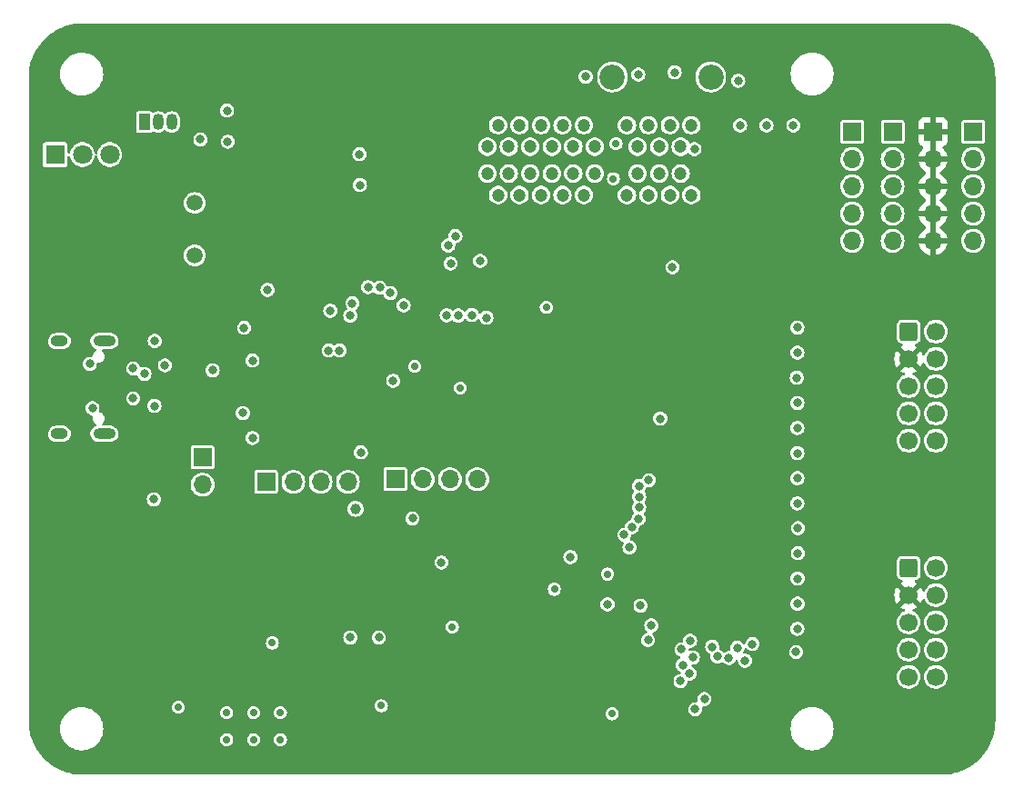
<source format=gbr>
%TF.GenerationSoftware,KiCad,Pcbnew,7.0.11-7.0.11~ubuntu22.04.1*%
%TF.CreationDate,2024-09-03T00:59:23+02:00*%
%TF.ProjectId,JTAGFinder,4a544147-4669-46e6-9465-722e6b696361,rev?*%
%TF.SameCoordinates,Original*%
%TF.FileFunction,Copper,L5,Inr*%
%TF.FilePolarity,Positive*%
%FSLAX46Y46*%
G04 Gerber Fmt 4.6, Leading zero omitted, Abs format (unit mm)*
G04 Created by KiCad (PCBNEW 7.0.11-7.0.11~ubuntu22.04.1) date 2024-09-03 00:59:23*
%MOMM*%
%LPD*%
G01*
G04 APERTURE LIST*
G04 Aperture macros list*
%AMRoundRect*
0 Rectangle with rounded corners*
0 $1 Rounding radius*
0 $2 $3 $4 $5 $6 $7 $8 $9 X,Y pos of 4 corners*
0 Add a 4 corners polygon primitive as box body*
4,1,4,$2,$3,$4,$5,$6,$7,$8,$9,$2,$3,0*
0 Add four circle primitives for the rounded corners*
1,1,$1+$1,$2,$3*
1,1,$1+$1,$4,$5*
1,1,$1+$1,$6,$7*
1,1,$1+$1,$8,$9*
0 Add four rect primitives between the rounded corners*
20,1,$1+$1,$2,$3,$4,$5,0*
20,1,$1+$1,$4,$5,$6,$7,0*
20,1,$1+$1,$6,$7,$8,$9,0*
20,1,$1+$1,$8,$9,$2,$3,0*%
G04 Aperture macros list end*
%TA.AperFunction,ComponentPad*%
%ADD10R,1.700000X1.700000*%
%TD*%
%TA.AperFunction,ComponentPad*%
%ADD11O,1.700000X1.700000*%
%TD*%
%TA.AperFunction,ComponentPad*%
%ADD12RoundRect,0.250000X-0.600000X-0.600000X0.600000X-0.600000X0.600000X0.600000X-0.600000X0.600000X0*%
%TD*%
%TA.AperFunction,ComponentPad*%
%ADD13C,1.700000*%
%TD*%
%TA.AperFunction,ComponentPad*%
%ADD14R,1.800000X1.800000*%
%TD*%
%TA.AperFunction,ComponentPad*%
%ADD15C,1.800000*%
%TD*%
%TA.AperFunction,ComponentPad*%
%ADD16R,1.050000X1.500000*%
%TD*%
%TA.AperFunction,ComponentPad*%
%ADD17O,1.050000X1.500000*%
%TD*%
%TA.AperFunction,ComponentPad*%
%ADD18C,1.500000*%
%TD*%
%TA.AperFunction,ComponentPad*%
%ADD19C,2.350000*%
%TD*%
%TA.AperFunction,ComponentPad*%
%ADD20C,1.200000*%
%TD*%
%TA.AperFunction,ComponentPad*%
%ADD21O,2.100000X1.000000*%
%TD*%
%TA.AperFunction,ComponentPad*%
%ADD22O,1.600000X1.000000*%
%TD*%
%TA.AperFunction,ViaPad*%
%ADD23C,0.700000*%
%TD*%
%TA.AperFunction,ViaPad*%
%ADD24C,0.800000*%
%TD*%
%TA.AperFunction,ViaPad*%
%ADD25C,1.000000*%
%TD*%
G04 APERTURE END LIST*
D10*
%TO.N,+5V*%
%TO.C,J11*%
X120250000Y-98710000D03*
D11*
%TO.N,VCC*%
X120250000Y-101250000D03*
%TD*%
D10*
%TO.N,+3.3V*%
%TO.C,J5*%
X138200000Y-100750000D03*
D11*
%TO.N,GND*%
X140740000Y-100750000D03*
%TO.N,TXD*%
X143280000Y-100750000D03*
%TO.N,RXD*%
X145820000Y-100750000D03*
%TD*%
D10*
%TO.N,GND*%
%TO.C,J7*%
X192000000Y-68380000D03*
D11*
X192000000Y-70920000D03*
X192000000Y-73460000D03*
X192000000Y-76000000D03*
X192000000Y-78540000D03*
%TD*%
D10*
%TO.N,P19*%
%TO.C,J8*%
X180750000Y-68380000D03*
D11*
%TO.N,P20*%
X180750000Y-70920000D03*
%TO.N,P21*%
X180750000Y-73460000D03*
%TO.N,P22*%
X180750000Y-76000000D03*
%TO.N,P23*%
X180750000Y-78540000D03*
%TD*%
D12*
%TO.N,GND*%
%TO.C,J1*%
X186000000Y-109000000D03*
D13*
%TO.N,/Protected Output/C00*%
X188540000Y-109000000D03*
%TO.N,Vdrive*%
X186000000Y-111540000D03*
%TO.N,/Protected Output/C01*%
X188540000Y-111540000D03*
%TO.N,/Protected Output/C02*%
X186000000Y-114080000D03*
%TO.N,/Protected Output/C03*%
X188540000Y-114080000D03*
%TO.N,/Protected Output/C04*%
X186000000Y-116620000D03*
%TO.N,/Protected Output/C05*%
X188540000Y-116620000D03*
%TO.N,/Protected Output/C06*%
X186000000Y-119160000D03*
%TO.N,/Protected Output/C07*%
X188540000Y-119160000D03*
%TD*%
D10*
%TO.N,Vdrive*%
%TO.C,J10*%
X188250000Y-68380000D03*
D11*
X188250000Y-70920000D03*
X188250000Y-73460000D03*
X188250000Y-76000000D03*
X188250000Y-78540000D03*
%TD*%
D12*
%TO.N,GND*%
%TO.C,J2*%
X186000000Y-87000000D03*
D13*
%TO.N,/Protected Output/C08*%
X188540000Y-87000000D03*
%TO.N,Vdrive*%
X186000000Y-89540000D03*
%TO.N,/Protected Output/C09*%
X188540000Y-89540000D03*
%TO.N,/Protected Output/C10*%
X186000000Y-92080000D03*
%TO.N,/Protected Output/C11*%
X188540000Y-92080000D03*
%TO.N,/Protected Output/C12*%
X186000000Y-94620000D03*
%TO.N,/Protected Output/C13*%
X188540000Y-94620000D03*
%TO.N,/Protected Output/C14*%
X186000000Y-97160000D03*
%TO.N,/Protected Output/C15*%
X188540000Y-97160000D03*
%TD*%
D10*
%TO.N,+3.3V*%
%TO.C,J9*%
X184500000Y-68380000D03*
D11*
X184500000Y-70920000D03*
X184500000Y-73460000D03*
X184500000Y-76000000D03*
X184500000Y-78540000D03*
%TD*%
D10*
%TO.N,GND*%
%TO.C,J3*%
X126170000Y-101000000D03*
D11*
%TO.N,+3.3V*%
X128710000Y-101000000D03*
%TO.N,SCL*%
X131250000Y-101000000D03*
%TO.N,SDA*%
X133790000Y-101000000D03*
%TD*%
D14*
%TO.N,Net-(D2-A1)*%
%TO.C,D2*%
X106527600Y-70510400D03*
D15*
%TO.N,GND*%
X109067600Y-70510400D03*
%TO.N,Net-(D2-A2)*%
X111607600Y-70510400D03*
%TD*%
D16*
%TO.N,GND*%
%TO.C,Q1*%
X114834998Y-67475000D03*
D17*
%TO.N,Net-(Q1-B)*%
X116104998Y-67475000D03*
%TO.N,/uController/ ~RES*%
X117374998Y-67475000D03*
%TD*%
D18*
%TO.N,/uController/XO*%
%TO.C,Y1*%
X119522000Y-79895000D03*
%TO.N,/uController/XI*%
X119522000Y-75015000D03*
%TD*%
D19*
%TO.N,*%
%TO.C,J6*%
X167565000Y-63275000D03*
X158415000Y-63275000D03*
D20*
%TO.N,GND*%
X146765000Y-69775000D03*
X147765000Y-67775000D03*
%TO.N,P12*%
X148765000Y-69775000D03*
%TO.N,P13*%
X149765000Y-67775000D03*
%TO.N,P14*%
X150765000Y-69775000D03*
%TO.N,P15*%
X151765000Y-67775000D03*
%TO.N,P16*%
X152765000Y-69775000D03*
%TO.N,P17*%
X153765000Y-67775000D03*
%TO.N,P18*%
X155765000Y-67775000D03*
%TO.N,+3.3V*%
X154765000Y-69775000D03*
X156765000Y-69775000D03*
X159765000Y-67775000D03*
%TO.N,P19*%
X160765000Y-69775000D03*
%TO.N,P20*%
X161765000Y-67775000D03*
%TO.N,P21*%
X162765000Y-69775000D03*
%TO.N,P22*%
X163765000Y-67775000D03*
%TO.N,P23*%
X164765000Y-69775000D03*
%TO.N,GND*%
X165765000Y-67775000D03*
X146765000Y-72275000D03*
X147765000Y-74275000D03*
%TO.N,P0*%
X148765000Y-72275000D03*
%TO.N,P1*%
X149765000Y-74275000D03*
%TO.N,P2*%
X150765000Y-72275000D03*
%TO.N,P3*%
X151765000Y-74275000D03*
%TO.N,P4*%
X152765000Y-72275000D03*
%TO.N,P5*%
X153765000Y-74275000D03*
%TO.N,P6*%
X154765000Y-72275000D03*
%TO.N,+3.3V*%
X155765000Y-74275000D03*
X156765000Y-72275000D03*
X159765000Y-74275000D03*
%TO.N,P7*%
X160765000Y-72275000D03*
%TO.N,P8*%
X161765000Y-74275000D03*
%TO.N,P9*%
X162765000Y-72275000D03*
%TO.N,P10*%
X163765000Y-74275000D03*
%TO.N,P11*%
X164765000Y-72275000D03*
%TO.N,GND*%
X165765000Y-74275000D03*
%TD*%
D21*
%TO.N,/USB_input_interface/shield*%
%TO.C,J4*%
X111114000Y-87880000D03*
D22*
X106934000Y-87880000D03*
D21*
X111114000Y-96520000D03*
D22*
X106934000Y-96520000D03*
%TD*%
D23*
%TO.N,+3.3V*%
X125000000Y-125000000D03*
X122500000Y-125000000D03*
X122500000Y-122500000D03*
X125000000Y-122500000D03*
X127500000Y-122500000D03*
X127500000Y-125000000D03*
%TO.N,+5V*%
X136900000Y-121850000D03*
X143500000Y-114500000D03*
X126750000Y-116000000D03*
%TO.N,GND*%
X144250000Y-92250000D03*
X140000000Y-90250000D03*
X158750000Y-69500000D03*
X158500000Y-72750000D03*
X152250000Y-84750000D03*
X153000000Y-111000000D03*
%TO.N,+3.3V*%
X157950000Y-109580000D03*
X158400000Y-122600000D03*
X118000000Y-122000000D03*
D24*
%TO.N,~DTR*%
X124000000Y-94575000D03*
X120050000Y-69100000D03*
%TO.N,+3.3V*%
X164000000Y-81000000D03*
X126300000Y-83100000D03*
X122529600Y-66395600D03*
X146100000Y-80400000D03*
X134900000Y-73350000D03*
X138000000Y-91575000D03*
X136667000Y-115500000D03*
X134000000Y-115500000D03*
X139800000Y-104400000D03*
%TO.N,GND*%
X124125000Y-86650000D03*
X162864800Y-95097600D03*
X121200000Y-90600000D03*
X157950000Y-112400000D03*
X161025000Y-112525000D03*
X134850000Y-70475000D03*
X142500000Y-108500000D03*
X134000000Y-85500000D03*
D25*
X134500000Y-103500000D03*
D24*
%TO.N,SCL*%
X132000000Y-88750000D03*
%TO.N,SDA*%
X133000000Y-88750000D03*
%TO.N,VDD*%
X115775000Y-93925000D03*
X115800000Y-87862500D03*
X115722400Y-102619600D03*
%TO.N,VBUS*%
X110000000Y-94122691D03*
X109750000Y-90000000D03*
%TO.N,Vdrive*%
X145000000Y-111500000D03*
X166700000Y-98875000D03*
X161036000Y-109474000D03*
X148800000Y-122300000D03*
X144700000Y-113900000D03*
X167125000Y-115350000D03*
X166850000Y-94825000D03*
X144800000Y-118900000D03*
X161000000Y-122500000D03*
X167175000Y-108925000D03*
%TO.N,/uController/ ~RES*%
X143350000Y-80650000D03*
X122600000Y-69300000D03*
%TO.N,~EN_MIC2025*%
X124900000Y-96900000D03*
X124900000Y-89700000D03*
%TO.N,DACOUT*%
X135000000Y-98250000D03*
X132150000Y-85050000D03*
%TO.N,CH00*%
X171450000Y-116100000D03*
X164750000Y-119550000D03*
X175687800Y-105308400D03*
%TO.N,CH01*%
X165600000Y-118850000D03*
X170750000Y-117650000D03*
X175677100Y-107645200D03*
%TO.N,CH02*%
X170050000Y-116450000D03*
X175651700Y-110007400D03*
X164950000Y-118050000D03*
%TO.N,CH03*%
X169250000Y-117400000D03*
X175651700Y-112344200D03*
X165900000Y-117350000D03*
%TO.N,CH04*%
X168200000Y-117250000D03*
X164850000Y-116600000D03*
X175637000Y-114681000D03*
%TO.N,CH05*%
X175514000Y-116840000D03*
X165650000Y-115800000D03*
X167700000Y-116350000D03*
%TO.N,CH06*%
X161725000Y-115725000D03*
X166975000Y-121225000D03*
%TO.N,CH07*%
X166116000Y-122174000D03*
X162025000Y-114375000D03*
%TO.N,CH08*%
X175637000Y-102997000D03*
X159996913Y-107088598D03*
%TO.N,CH09*%
X175637000Y-100656568D03*
X159512000Y-105918000D03*
%TO.N,CH10*%
X160218755Y-105211245D03*
X175641000Y-86614000D03*
%TO.N,CH11*%
X175637000Y-98316140D03*
X160850669Y-104436848D03*
%TO.N,CH12*%
X175637000Y-88954428D03*
X160909000Y-103378000D03*
%TO.N,CH13*%
X160909000Y-102378497D03*
X175637000Y-95975712D03*
%TO.N,CH14*%
X160909000Y-101378994D03*
X175575500Y-91294856D03*
%TO.N,CH15*%
X175637000Y-93635284D03*
X161798000Y-100838000D03*
%TO.N,/USB_input_interface/USBN*%
X113792000Y-90424000D03*
X116750000Y-90137500D03*
%TO.N,/USB_input_interface/USBP*%
X113792000Y-93218000D03*
X114850000Y-90932000D03*
%TO.N,P7*%
X146675000Y-85700000D03*
%TO.N,P6*%
X145325000Y-85450000D03*
%TO.N,P5*%
X144050000Y-85500000D03*
%TO.N,P4*%
X142975000Y-85475000D03*
%TO.N,P3*%
X138975000Y-84550000D03*
%TO.N,P2*%
X137750000Y-83400000D03*
%TO.N,P1*%
X136750000Y-82900000D03*
%TO.N,TXSOE*%
X154500000Y-108000000D03*
X134200000Y-84350000D03*
%TO.N,P15*%
X170125000Y-63625000D03*
%TO.N,P14*%
X164200000Y-62850000D03*
%TO.N,P13*%
X160825000Y-63050000D03*
%TO.N,P12*%
X155925000Y-63250000D03*
%TO.N,P9*%
X143800000Y-78100000D03*
%TO.N,P22*%
X166048000Y-70000000D03*
%TO.N,P18*%
X170301548Y-67787500D03*
%TO.N,P17*%
X175250000Y-67787500D03*
%TO.N,P8*%
X143125000Y-78975000D03*
%TO.N,P16*%
X172750000Y-67787500D03*
%TO.N,P0*%
X135650000Y-82850000D03*
%TD*%
%TA.AperFunction,Conductor*%
%TO.N,Vdrive*%
G36*
X188500000Y-78104498D02*
G01*
X188392315Y-78055320D01*
X188285763Y-78040000D01*
X188214237Y-78040000D01*
X188107685Y-78055320D01*
X188000000Y-78104498D01*
X188000000Y-76435501D01*
X188107685Y-76484680D01*
X188214237Y-76500000D01*
X188285763Y-76500000D01*
X188392315Y-76484680D01*
X188500000Y-76435501D01*
X188500000Y-78104498D01*
G37*
%TD.AperFunction*%
%TA.AperFunction,Conductor*%
G36*
X188500000Y-75564498D02*
G01*
X188392315Y-75515320D01*
X188285763Y-75500000D01*
X188214237Y-75500000D01*
X188107685Y-75515320D01*
X188000000Y-75564498D01*
X188000000Y-73895501D01*
X188107685Y-73944680D01*
X188214237Y-73960000D01*
X188285763Y-73960000D01*
X188392315Y-73944680D01*
X188500000Y-73895501D01*
X188500000Y-75564498D01*
G37*
%TD.AperFunction*%
%TA.AperFunction,Conductor*%
G36*
X188500000Y-73024498D02*
G01*
X188392315Y-72975320D01*
X188285763Y-72960000D01*
X188214237Y-72960000D01*
X188107685Y-72975320D01*
X188000000Y-73024498D01*
X188000000Y-71355501D01*
X188107685Y-71404680D01*
X188214237Y-71420000D01*
X188285763Y-71420000D01*
X188392315Y-71404680D01*
X188500000Y-71355501D01*
X188500000Y-73024498D01*
G37*
%TD.AperFunction*%
%TA.AperFunction,Conductor*%
G36*
X188500000Y-70484498D02*
G01*
X188392315Y-70435320D01*
X188285763Y-70420000D01*
X188214237Y-70420000D01*
X188107685Y-70435320D01*
X188000000Y-70484498D01*
X188000000Y-68815501D01*
X188107685Y-68864680D01*
X188214237Y-68880000D01*
X188285763Y-68880000D01*
X188392315Y-68864680D01*
X188500000Y-68815501D01*
X188500000Y-70484498D01*
G37*
%TD.AperFunction*%
%TA.AperFunction,Conductor*%
G36*
X189067562Y-58275605D02*
G01*
X189282600Y-58284500D01*
X189478455Y-58293052D01*
X189488330Y-58293881D01*
X189701706Y-58320479D01*
X189701793Y-58320490D01*
X189899945Y-58346577D01*
X189909192Y-58348153D01*
X190118521Y-58392044D01*
X190119765Y-58392312D01*
X190315386Y-58435680D01*
X190323901Y-58437889D01*
X190528665Y-58498850D01*
X190530325Y-58499359D01*
X190721696Y-58559698D01*
X190729453Y-58562431D01*
X190928363Y-58640046D01*
X190930513Y-58640911D01*
X191116024Y-58717752D01*
X191122972Y-58720886D01*
X191290903Y-58802982D01*
X191314587Y-58814561D01*
X191317383Y-58815972D01*
X191495420Y-58908652D01*
X191501636Y-58912118D01*
X191684793Y-59021255D01*
X191687929Y-59023187D01*
X191751491Y-59063681D01*
X191857282Y-59131078D01*
X191862710Y-59134741D01*
X192036184Y-59258599D01*
X192039616Y-59261140D01*
X192198912Y-59383372D01*
X192203567Y-59387126D01*
X192366226Y-59524891D01*
X192369838Y-59528072D01*
X192517925Y-59663769D01*
X192521807Y-59667486D01*
X192672512Y-59818191D01*
X192676232Y-59822076D01*
X192811921Y-59970155D01*
X192815107Y-59973772D01*
X192952872Y-60136431D01*
X192956626Y-60141086D01*
X193078858Y-60300382D01*
X193081399Y-60303814D01*
X193205257Y-60477288D01*
X193208920Y-60482716D01*
X193316800Y-60652052D01*
X193318743Y-60655205D01*
X193427880Y-60838362D01*
X193431346Y-60844578D01*
X193524026Y-61022615D01*
X193525437Y-61025411D01*
X193619099Y-61216997D01*
X193622260Y-61224005D01*
X193699051Y-61409395D01*
X193699991Y-61411734D01*
X193742901Y-61521703D01*
X193777559Y-61610523D01*
X193780302Y-61618309D01*
X193840602Y-61809554D01*
X193841186Y-61811460D01*
X193902105Y-62016084D01*
X193904321Y-62024627D01*
X193947671Y-62220166D01*
X193947971Y-62221559D01*
X193991844Y-62430802D01*
X193993422Y-62440062D01*
X194019459Y-62637829D01*
X194019568Y-62638677D01*
X194046114Y-62851641D01*
X194046948Y-62861570D01*
X194055513Y-63057728D01*
X194055525Y-63058013D01*
X194064394Y-63272438D01*
X194064500Y-63277562D01*
X194064500Y-123272437D01*
X194064394Y-123277561D01*
X194055525Y-123491986D01*
X194055513Y-123492271D01*
X194046948Y-123688428D01*
X194046114Y-123698357D01*
X194019568Y-123911321D01*
X194019459Y-123912169D01*
X193993422Y-124109936D01*
X193991844Y-124119196D01*
X193947971Y-124328439D01*
X193947671Y-124329832D01*
X193904321Y-124525371D01*
X193902105Y-124533914D01*
X193841186Y-124738538D01*
X193840602Y-124740444D01*
X193780302Y-124931689D01*
X193777559Y-124939475D01*
X193700008Y-125138224D01*
X193699051Y-125140603D01*
X193622260Y-125325993D01*
X193619099Y-125333001D01*
X193525437Y-125524587D01*
X193524026Y-125527383D01*
X193431346Y-125705420D01*
X193427880Y-125711636D01*
X193318743Y-125894793D01*
X193316800Y-125897946D01*
X193208920Y-126067282D01*
X193205257Y-126072710D01*
X193081399Y-126246184D01*
X193078858Y-126249616D01*
X192956626Y-126408912D01*
X192952872Y-126413567D01*
X192815107Y-126576226D01*
X192811908Y-126579858D01*
X192676254Y-126727899D01*
X192672512Y-126731807D01*
X192521807Y-126882512D01*
X192517899Y-126886254D01*
X192369858Y-127021908D01*
X192366226Y-127025107D01*
X192203567Y-127162872D01*
X192198912Y-127166626D01*
X192039616Y-127288858D01*
X192036184Y-127291399D01*
X191862710Y-127415257D01*
X191857282Y-127418920D01*
X191687946Y-127526800D01*
X191684793Y-127528743D01*
X191501636Y-127637880D01*
X191495420Y-127641346D01*
X191317383Y-127734026D01*
X191314587Y-127735437D01*
X191123001Y-127829099D01*
X191115993Y-127832260D01*
X190930603Y-127909051D01*
X190928224Y-127910008D01*
X190729475Y-127987559D01*
X190721689Y-127990302D01*
X190530444Y-128050602D01*
X190528538Y-128051186D01*
X190323914Y-128112105D01*
X190315371Y-128114321D01*
X190119832Y-128157671D01*
X190118439Y-128157971D01*
X189909196Y-128201844D01*
X189899936Y-128203422D01*
X189702169Y-128229459D01*
X189701321Y-128229568D01*
X189488357Y-128256114D01*
X189478428Y-128256948D01*
X189282381Y-128265508D01*
X189282097Y-128265520D01*
X189067563Y-128274394D01*
X189062438Y-128274500D01*
X109067562Y-128274500D01*
X109062437Y-128274394D01*
X108847901Y-128265520D01*
X108847617Y-128265508D01*
X108651570Y-128256948D01*
X108641641Y-128256114D01*
X108428677Y-128229568D01*
X108427829Y-128229459D01*
X108230062Y-128203422D01*
X108220802Y-128201844D01*
X108011559Y-128157971D01*
X108010166Y-128157671D01*
X107814627Y-128114321D01*
X107806084Y-128112105D01*
X107601460Y-128051186D01*
X107599554Y-128050602D01*
X107408309Y-127990302D01*
X107400523Y-127987559D01*
X107271985Y-127937404D01*
X107201734Y-127909991D01*
X107199395Y-127909051D01*
X107014005Y-127832260D01*
X107006997Y-127829099D01*
X106815411Y-127735437D01*
X106812615Y-127734026D01*
X106634578Y-127641346D01*
X106628362Y-127637880D01*
X106445205Y-127528743D01*
X106442052Y-127526800D01*
X106272716Y-127418920D01*
X106267288Y-127415257D01*
X106093814Y-127291399D01*
X106090382Y-127288858D01*
X105931086Y-127166626D01*
X105926431Y-127162872D01*
X105763772Y-127025107D01*
X105760155Y-127021921D01*
X105612076Y-126886232D01*
X105608191Y-126882512D01*
X105457486Y-126731807D01*
X105453769Y-126727925D01*
X105318072Y-126579838D01*
X105314891Y-126576226D01*
X105177126Y-126413567D01*
X105173372Y-126408912D01*
X105051140Y-126249616D01*
X105048599Y-126246184D01*
X104924741Y-126072710D01*
X104921078Y-126067282D01*
X104813198Y-125897946D01*
X104811255Y-125894793D01*
X104702118Y-125711636D01*
X104698652Y-125705420D01*
X104605972Y-125527383D01*
X104604561Y-125524587D01*
X104592982Y-125500903D01*
X104510886Y-125332972D01*
X104507752Y-125326024D01*
X104430911Y-125140513D01*
X104430046Y-125138363D01*
X104352431Y-124939453D01*
X104349696Y-124931689D01*
X104289359Y-124740325D01*
X104288850Y-124738665D01*
X104227889Y-124533901D01*
X104225680Y-124525386D01*
X104182312Y-124329765D01*
X104182027Y-124328439D01*
X104176495Y-124302057D01*
X104138153Y-124119192D01*
X104136576Y-124109936D01*
X104122103Y-124000001D01*
X106994390Y-124000001D01*
X107014804Y-124285433D01*
X107075628Y-124565037D01*
X107075630Y-124565043D01*
X107075631Y-124565046D01*
X107141007Y-124740325D01*
X107175635Y-124833166D01*
X107312770Y-125084309D01*
X107312775Y-125084317D01*
X107484254Y-125313387D01*
X107484270Y-125313405D01*
X107686594Y-125515729D01*
X107686612Y-125515745D01*
X107915682Y-125687224D01*
X107915690Y-125687229D01*
X108166833Y-125824364D01*
X108166832Y-125824364D01*
X108166836Y-125824365D01*
X108166839Y-125824367D01*
X108434954Y-125924369D01*
X108434960Y-125924370D01*
X108434962Y-125924371D01*
X108714566Y-125985195D01*
X108714568Y-125985195D01*
X108714572Y-125985196D01*
X108928552Y-126000500D01*
X109071448Y-126000500D01*
X109285428Y-125985196D01*
X109565046Y-125924369D01*
X109833161Y-125824367D01*
X110084315Y-125687226D01*
X110313395Y-125515739D01*
X110515739Y-125313395D01*
X110687226Y-125084315D01*
X110733266Y-125000000D01*
X121890284Y-125000000D01*
X121911060Y-125157805D01*
X121911061Y-125157809D01*
X121971968Y-125304855D01*
X121971969Y-125304857D01*
X121971970Y-125304858D01*
X122068866Y-125431134D01*
X122195142Y-125528030D01*
X122342194Y-125588940D01*
X122481640Y-125607298D01*
X122499999Y-125609716D01*
X122500000Y-125609716D01*
X122500001Y-125609716D01*
X122516446Y-125607550D01*
X122657806Y-125588940D01*
X122804858Y-125528030D01*
X122931134Y-125431134D01*
X123028030Y-125304858D01*
X123088940Y-125157806D01*
X123109716Y-125000000D01*
X124390284Y-125000000D01*
X124411060Y-125157805D01*
X124411061Y-125157809D01*
X124471968Y-125304855D01*
X124471969Y-125304857D01*
X124471970Y-125304858D01*
X124568866Y-125431134D01*
X124695142Y-125528030D01*
X124842194Y-125588940D01*
X124981640Y-125607298D01*
X124999999Y-125609716D01*
X125000000Y-125609716D01*
X125000001Y-125609716D01*
X125016446Y-125607550D01*
X125157806Y-125588940D01*
X125304858Y-125528030D01*
X125431134Y-125431134D01*
X125528030Y-125304858D01*
X125588940Y-125157806D01*
X125609716Y-125000000D01*
X126890284Y-125000000D01*
X126911060Y-125157805D01*
X126911061Y-125157809D01*
X126971968Y-125304855D01*
X126971969Y-125304857D01*
X126971970Y-125304858D01*
X127068866Y-125431134D01*
X127195142Y-125528030D01*
X127342194Y-125588940D01*
X127481640Y-125607298D01*
X127499999Y-125609716D01*
X127500000Y-125609716D01*
X127500001Y-125609716D01*
X127516446Y-125607550D01*
X127657806Y-125588940D01*
X127804858Y-125528030D01*
X127931134Y-125431134D01*
X128028030Y-125304858D01*
X128088940Y-125157806D01*
X128109716Y-125000000D01*
X128088940Y-124842194D01*
X128028030Y-124695142D01*
X127931134Y-124568866D01*
X127804858Y-124471970D01*
X127804857Y-124471969D01*
X127804855Y-124471968D01*
X127657809Y-124411061D01*
X127657807Y-124411060D01*
X127657806Y-124411060D01*
X127578903Y-124400672D01*
X127500001Y-124390284D01*
X127499999Y-124390284D01*
X127342194Y-124411060D01*
X127342190Y-124411061D01*
X127195144Y-124471968D01*
X127068866Y-124568866D01*
X126971968Y-124695144D01*
X126911061Y-124842190D01*
X126911060Y-124842194D01*
X126890284Y-124999999D01*
X126890284Y-125000000D01*
X125609716Y-125000000D01*
X125588940Y-124842194D01*
X125528030Y-124695142D01*
X125431134Y-124568866D01*
X125304858Y-124471970D01*
X125304857Y-124471969D01*
X125304855Y-124471968D01*
X125157809Y-124411061D01*
X125157807Y-124411060D01*
X125157806Y-124411060D01*
X125078903Y-124400672D01*
X125000001Y-124390284D01*
X124999999Y-124390284D01*
X124842194Y-124411060D01*
X124842190Y-124411061D01*
X124695144Y-124471968D01*
X124568866Y-124568866D01*
X124471968Y-124695144D01*
X124411061Y-124842190D01*
X124411060Y-124842194D01*
X124390284Y-124999999D01*
X124390284Y-125000000D01*
X123109716Y-125000000D01*
X123088940Y-124842194D01*
X123028030Y-124695142D01*
X122931134Y-124568866D01*
X122804858Y-124471970D01*
X122804857Y-124471969D01*
X122804855Y-124471968D01*
X122657809Y-124411061D01*
X122657807Y-124411060D01*
X122657806Y-124411060D01*
X122578903Y-124400672D01*
X122500001Y-124390284D01*
X122499999Y-124390284D01*
X122342194Y-124411060D01*
X122342190Y-124411061D01*
X122195144Y-124471968D01*
X122068866Y-124568866D01*
X121971968Y-124695144D01*
X121911061Y-124842190D01*
X121911060Y-124842194D01*
X121890284Y-124999999D01*
X121890284Y-125000000D01*
X110733266Y-125000000D01*
X110824367Y-124833161D01*
X110924369Y-124565046D01*
X110931141Y-124533914D01*
X110985195Y-124285433D01*
X110985195Y-124285432D01*
X110985196Y-124285428D01*
X111005610Y-124000001D01*
X174994390Y-124000001D01*
X175014804Y-124285433D01*
X175075628Y-124565037D01*
X175075630Y-124565043D01*
X175075631Y-124565046D01*
X175141007Y-124740325D01*
X175175635Y-124833166D01*
X175312770Y-125084309D01*
X175312775Y-125084317D01*
X175484254Y-125313387D01*
X175484270Y-125313405D01*
X175686594Y-125515729D01*
X175686612Y-125515745D01*
X175915682Y-125687224D01*
X175915690Y-125687229D01*
X176166833Y-125824364D01*
X176166832Y-125824364D01*
X176166836Y-125824365D01*
X176166839Y-125824367D01*
X176434954Y-125924369D01*
X176434960Y-125924370D01*
X176434962Y-125924371D01*
X176714566Y-125985195D01*
X176714568Y-125985195D01*
X176714572Y-125985196D01*
X176928552Y-126000500D01*
X177071448Y-126000500D01*
X177285428Y-125985196D01*
X177565046Y-125924369D01*
X177833161Y-125824367D01*
X178084315Y-125687226D01*
X178313395Y-125515739D01*
X178515739Y-125313395D01*
X178687226Y-125084315D01*
X178824367Y-124833161D01*
X178924369Y-124565046D01*
X178931141Y-124533914D01*
X178985195Y-124285433D01*
X178985195Y-124285432D01*
X178985196Y-124285428D01*
X179005610Y-124000000D01*
X178985196Y-123714572D01*
X178934564Y-123481822D01*
X178924371Y-123434962D01*
X178924370Y-123434960D01*
X178924369Y-123434954D01*
X178824367Y-123166839D01*
X178793175Y-123109716D01*
X178687229Y-122915690D01*
X178687224Y-122915682D01*
X178515745Y-122686612D01*
X178515729Y-122686594D01*
X178313405Y-122484270D01*
X178313387Y-122484254D01*
X178084317Y-122312775D01*
X178084309Y-122312770D01*
X177833166Y-122175635D01*
X177833167Y-122175635D01*
X177725915Y-122135632D01*
X177565046Y-122075631D01*
X177565043Y-122075630D01*
X177565037Y-122075628D01*
X177285433Y-122014804D01*
X177071450Y-121999500D01*
X177071448Y-121999500D01*
X176928552Y-121999500D01*
X176928549Y-121999500D01*
X176714566Y-122014804D01*
X176434962Y-122075628D01*
X176166833Y-122175635D01*
X175915690Y-122312770D01*
X175915682Y-122312775D01*
X175686612Y-122484254D01*
X175686594Y-122484270D01*
X175484270Y-122686594D01*
X175484254Y-122686612D01*
X175312775Y-122915682D01*
X175312770Y-122915690D01*
X175175635Y-123166833D01*
X175075628Y-123434962D01*
X175014804Y-123714566D01*
X174994390Y-123999998D01*
X174994390Y-124000001D01*
X111005610Y-124000001D01*
X111005610Y-124000000D01*
X110985196Y-123714572D01*
X110934564Y-123481822D01*
X110924371Y-123434962D01*
X110924370Y-123434960D01*
X110924369Y-123434954D01*
X110824367Y-123166839D01*
X110793175Y-123109716D01*
X110687229Y-122915690D01*
X110687224Y-122915682D01*
X110515745Y-122686612D01*
X110515729Y-122686594D01*
X110313405Y-122484270D01*
X110313387Y-122484254D01*
X110084317Y-122312775D01*
X110084309Y-122312770D01*
X109833166Y-122175635D01*
X109833167Y-122175635D01*
X109725915Y-122135632D01*
X109565046Y-122075631D01*
X109565043Y-122075630D01*
X109565037Y-122075628D01*
X109285433Y-122014804D01*
X109078441Y-122000000D01*
X117390284Y-122000000D01*
X117410671Y-122154855D01*
X117411060Y-122157805D01*
X117411061Y-122157809D01*
X117471968Y-122304855D01*
X117471969Y-122304857D01*
X117471970Y-122304858D01*
X117568866Y-122431134D01*
X117695142Y-122528030D01*
X117842194Y-122588940D01*
X117981640Y-122607298D01*
X117999999Y-122609716D01*
X118000000Y-122609716D01*
X118000001Y-122609716D01*
X118016446Y-122607550D01*
X118157806Y-122588940D01*
X118304858Y-122528030D01*
X118341387Y-122500000D01*
X121890284Y-122500000D01*
X121911060Y-122657805D01*
X121911061Y-122657809D01*
X121971968Y-122804855D01*
X121971969Y-122804857D01*
X121971970Y-122804858D01*
X122068866Y-122931134D01*
X122195142Y-123028030D01*
X122195143Y-123028030D01*
X122195144Y-123028031D01*
X122244159Y-123048333D01*
X122342194Y-123088940D01*
X122481640Y-123107298D01*
X122499999Y-123109716D01*
X122500000Y-123109716D01*
X122500001Y-123109716D01*
X122516446Y-123107550D01*
X122657806Y-123088940D01*
X122804858Y-123028030D01*
X122931134Y-122931134D01*
X123028030Y-122804858D01*
X123088940Y-122657806D01*
X123109716Y-122500000D01*
X124390284Y-122500000D01*
X124411060Y-122657805D01*
X124411061Y-122657809D01*
X124471968Y-122804855D01*
X124471969Y-122804857D01*
X124471970Y-122804858D01*
X124568866Y-122931134D01*
X124695142Y-123028030D01*
X124695143Y-123028030D01*
X124695144Y-123028031D01*
X124744159Y-123048333D01*
X124842194Y-123088940D01*
X124981640Y-123107298D01*
X124999999Y-123109716D01*
X125000000Y-123109716D01*
X125000001Y-123109716D01*
X125016446Y-123107550D01*
X125157806Y-123088940D01*
X125304858Y-123028030D01*
X125431134Y-122931134D01*
X125528030Y-122804858D01*
X125588940Y-122657806D01*
X125609716Y-122500000D01*
X126890284Y-122500000D01*
X126911060Y-122657805D01*
X126911061Y-122657809D01*
X126971968Y-122804855D01*
X126971969Y-122804857D01*
X126971970Y-122804858D01*
X127068866Y-122931134D01*
X127195142Y-123028030D01*
X127195143Y-123028030D01*
X127195144Y-123028031D01*
X127244159Y-123048333D01*
X127342194Y-123088940D01*
X127481640Y-123107298D01*
X127499999Y-123109716D01*
X127500000Y-123109716D01*
X127500001Y-123109716D01*
X127516446Y-123107550D01*
X127657806Y-123088940D01*
X127804858Y-123028030D01*
X127931134Y-122931134D01*
X128028030Y-122804858D01*
X128088940Y-122657806D01*
X128096550Y-122600000D01*
X157790284Y-122600000D01*
X157797894Y-122657806D01*
X157811060Y-122757805D01*
X157811061Y-122757809D01*
X157871968Y-122904855D01*
X157871969Y-122904857D01*
X157871970Y-122904858D01*
X157968866Y-123031134D01*
X158095142Y-123128030D01*
X158242194Y-123188940D01*
X158381640Y-123207298D01*
X158399999Y-123209716D01*
X158400000Y-123209716D01*
X158400001Y-123209716D01*
X158416446Y-123207550D01*
X158557806Y-123188940D01*
X158704858Y-123128030D01*
X158831134Y-123031134D01*
X158928030Y-122904858D01*
X158988940Y-122757806D01*
X159009716Y-122600000D01*
X158988940Y-122442194D01*
X158935332Y-122312770D01*
X158928031Y-122295144D01*
X158928030Y-122295143D01*
X158928030Y-122295142D01*
X158835073Y-122174000D01*
X165456693Y-122174000D01*
X165475850Y-122331781D01*
X165493391Y-122378031D01*
X165524370Y-122459716D01*
X165532214Y-122480397D01*
X165545745Y-122500000D01*
X165622502Y-122611201D01*
X165622504Y-122611203D01*
X165622506Y-122611205D01*
X165741469Y-122716598D01*
X165741471Y-122716599D01*
X165882207Y-122790463D01*
X165940598Y-122804855D01*
X166036528Y-122828500D01*
X166036529Y-122828500D01*
X166195472Y-122828500D01*
X166246911Y-122815821D01*
X166349793Y-122790463D01*
X166490529Y-122716599D01*
X166609498Y-122611201D01*
X166699787Y-122480395D01*
X166756149Y-122331782D01*
X166775307Y-122174000D01*
X166756292Y-122017397D01*
X166767752Y-121948474D01*
X166814656Y-121896688D01*
X166882112Y-121878481D01*
X166894333Y-121879355D01*
X166895527Y-121879500D01*
X166895529Y-121879500D01*
X167054472Y-121879500D01*
X167105911Y-121866821D01*
X167208793Y-121841463D01*
X167349529Y-121767599D01*
X167468498Y-121662201D01*
X167558787Y-121531395D01*
X167615149Y-121382782D01*
X167634307Y-121225000D01*
X167615149Y-121067218D01*
X167558787Y-120918605D01*
X167468498Y-120787799D01*
X167468495Y-120787796D01*
X167468493Y-120787794D01*
X167349530Y-120682401D01*
X167208791Y-120608536D01*
X167054472Y-120570500D01*
X167054471Y-120570500D01*
X166895529Y-120570500D01*
X166895528Y-120570500D01*
X166741208Y-120608536D01*
X166600469Y-120682401D01*
X166481506Y-120787794D01*
X166481500Y-120787801D01*
X166391214Y-120918602D01*
X166334850Y-121067218D01*
X166315693Y-121224999D01*
X166315693Y-121225000D01*
X166334707Y-121381602D01*
X166323246Y-121450525D01*
X166276342Y-121502311D01*
X166208886Y-121520518D01*
X166196678Y-121519646D01*
X166195474Y-121519500D01*
X166195471Y-121519500D01*
X166036529Y-121519500D01*
X166036528Y-121519500D01*
X165882208Y-121557536D01*
X165741469Y-121631401D01*
X165622506Y-121736794D01*
X165622500Y-121736801D01*
X165532214Y-121867602D01*
X165475850Y-122016218D01*
X165456693Y-122173999D01*
X165456693Y-122174000D01*
X158835073Y-122174000D01*
X158831134Y-122168866D01*
X158704858Y-122071970D01*
X158704857Y-122071969D01*
X158704855Y-122071968D01*
X158557809Y-122011061D01*
X158557807Y-122011060D01*
X158557806Y-122011060D01*
X158470001Y-121999500D01*
X158400001Y-121990284D01*
X158399999Y-121990284D01*
X158242194Y-122011060D01*
X158242190Y-122011061D01*
X158095144Y-122071968D01*
X157968866Y-122168866D01*
X157871968Y-122295144D01*
X157811061Y-122442190D01*
X157811060Y-122442194D01*
X157803450Y-122500000D01*
X157790284Y-122600000D01*
X128096550Y-122600000D01*
X128109716Y-122500000D01*
X128088940Y-122342194D01*
X128028030Y-122195142D01*
X127931134Y-122068866D01*
X127804858Y-121971970D01*
X127804857Y-121971969D01*
X127804855Y-121971968D01*
X127657809Y-121911061D01*
X127657807Y-121911060D01*
X127657806Y-121911060D01*
X127578903Y-121900672D01*
X127500001Y-121890284D01*
X127499999Y-121890284D01*
X127342194Y-121911060D01*
X127342190Y-121911061D01*
X127195144Y-121971968D01*
X127068866Y-122068866D01*
X126971968Y-122195144D01*
X126911061Y-122342190D01*
X126911060Y-122342194D01*
X126890284Y-122499999D01*
X126890284Y-122500000D01*
X125609716Y-122500000D01*
X125588940Y-122342194D01*
X125528030Y-122195142D01*
X125431134Y-122068866D01*
X125304858Y-121971970D01*
X125304857Y-121971969D01*
X125304855Y-121971968D01*
X125157809Y-121911061D01*
X125157807Y-121911060D01*
X125157806Y-121911060D01*
X125078903Y-121900672D01*
X125000001Y-121890284D01*
X124999999Y-121890284D01*
X124842194Y-121911060D01*
X124842190Y-121911061D01*
X124695144Y-121971968D01*
X124568866Y-122068866D01*
X124471968Y-122195144D01*
X124411061Y-122342190D01*
X124411060Y-122342194D01*
X124390284Y-122499999D01*
X124390284Y-122500000D01*
X123109716Y-122500000D01*
X123088940Y-122342194D01*
X123028030Y-122195142D01*
X122931134Y-122068866D01*
X122804858Y-121971970D01*
X122804857Y-121971969D01*
X122804855Y-121971968D01*
X122657809Y-121911061D01*
X122657807Y-121911060D01*
X122657806Y-121911060D01*
X122578903Y-121900672D01*
X122500001Y-121890284D01*
X122499999Y-121890284D01*
X122342194Y-121911060D01*
X122342190Y-121911061D01*
X122195144Y-121971968D01*
X122068866Y-122068866D01*
X121971968Y-122195144D01*
X121911061Y-122342190D01*
X121911060Y-122342194D01*
X121890284Y-122499999D01*
X121890284Y-122500000D01*
X118341387Y-122500000D01*
X118431134Y-122431134D01*
X118528030Y-122304858D01*
X118588940Y-122157806D01*
X118609716Y-122000000D01*
X118589968Y-121850000D01*
X136290284Y-121850000D01*
X136309966Y-121999500D01*
X136311060Y-122007805D01*
X136311061Y-122007809D01*
X136371968Y-122154855D01*
X136371969Y-122154857D01*
X136371970Y-122154858D01*
X136468866Y-122281134D01*
X136595142Y-122378030D01*
X136742194Y-122438940D01*
X136881640Y-122457298D01*
X136899999Y-122459716D01*
X136900000Y-122459716D01*
X136900001Y-122459716D01*
X136916446Y-122457550D01*
X137057806Y-122438940D01*
X137204858Y-122378030D01*
X137331134Y-122281134D01*
X137428030Y-122154858D01*
X137488940Y-122007806D01*
X137509716Y-121850000D01*
X137488940Y-121692194D01*
X137428030Y-121545142D01*
X137331134Y-121418866D01*
X137204858Y-121321970D01*
X137204857Y-121321969D01*
X137204855Y-121321968D01*
X137057809Y-121261061D01*
X137057807Y-121261060D01*
X137057806Y-121261060D01*
X136978903Y-121250672D01*
X136900001Y-121240284D01*
X136899999Y-121240284D01*
X136742194Y-121261060D01*
X136742190Y-121261061D01*
X136595144Y-121321968D01*
X136468866Y-121418866D01*
X136371968Y-121545144D01*
X136311061Y-121692190D01*
X136311060Y-121692194D01*
X136301133Y-121767599D01*
X136290284Y-121850000D01*
X118589968Y-121850000D01*
X118588940Y-121842194D01*
X118528030Y-121695142D01*
X118431134Y-121568866D01*
X118304858Y-121471970D01*
X118304857Y-121471969D01*
X118304855Y-121471968D01*
X118157809Y-121411061D01*
X118157807Y-121411060D01*
X118157806Y-121411060D01*
X118078903Y-121400672D01*
X118000001Y-121390284D01*
X117999999Y-121390284D01*
X117842194Y-121411060D01*
X117842190Y-121411061D01*
X117695144Y-121471968D01*
X117568866Y-121568866D01*
X117471968Y-121695144D01*
X117411061Y-121842190D01*
X117411060Y-121842194D01*
X117393975Y-121971968D01*
X117390284Y-122000000D01*
X109078441Y-122000000D01*
X109071450Y-121999500D01*
X109071448Y-121999500D01*
X108928552Y-121999500D01*
X108928549Y-121999500D01*
X108714566Y-122014804D01*
X108434962Y-122075628D01*
X108166833Y-122175635D01*
X107915690Y-122312770D01*
X107915682Y-122312775D01*
X107686612Y-122484254D01*
X107686594Y-122484270D01*
X107484270Y-122686594D01*
X107484254Y-122686612D01*
X107312775Y-122915682D01*
X107312770Y-122915690D01*
X107175635Y-123166833D01*
X107075628Y-123434962D01*
X107014804Y-123714566D01*
X106994390Y-123999998D01*
X106994390Y-124000001D01*
X104122103Y-124000001D01*
X104110490Y-123911793D01*
X104110483Y-123911743D01*
X104083881Y-123698330D01*
X104083052Y-123688455D01*
X104074486Y-123492271D01*
X104065606Y-123277561D01*
X104065500Y-123272438D01*
X104065500Y-119550000D01*
X164090693Y-119550000D01*
X164109850Y-119707781D01*
X164123562Y-119743935D01*
X164166213Y-119856395D01*
X164256502Y-119987201D01*
X164256504Y-119987203D01*
X164256506Y-119987205D01*
X164375469Y-120092598D01*
X164375471Y-120092599D01*
X164516207Y-120166463D01*
X164593368Y-120185481D01*
X164670528Y-120204500D01*
X164670529Y-120204500D01*
X164829472Y-120204500D01*
X164880911Y-120191821D01*
X164983793Y-120166463D01*
X165124529Y-120092599D01*
X165243498Y-119987201D01*
X165333787Y-119856395D01*
X165390149Y-119707782D01*
X165401590Y-119613553D01*
X165429212Y-119549376D01*
X165487145Y-119510319D01*
X165524686Y-119504500D01*
X165679472Y-119504500D01*
X165730911Y-119491821D01*
X165833793Y-119466463D01*
X165974529Y-119392599D01*
X166093498Y-119287201D01*
X166181299Y-119160000D01*
X184890768Y-119160000D01*
X184909655Y-119363821D01*
X184965672Y-119560701D01*
X184965673Y-119560704D01*
X185056912Y-119743935D01*
X185180269Y-119907287D01*
X185331537Y-120045185D01*
X185331539Y-120045187D01*
X185505569Y-120152942D01*
X185505575Y-120152945D01*
X185540469Y-120166463D01*
X185696444Y-120226888D01*
X185897653Y-120264500D01*
X185897656Y-120264500D01*
X186102344Y-120264500D01*
X186102347Y-120264500D01*
X186303556Y-120226888D01*
X186494427Y-120152944D01*
X186668462Y-120045186D01*
X186819732Y-119907285D01*
X186943088Y-119743935D01*
X187034328Y-119560701D01*
X187090345Y-119363821D01*
X187109232Y-119160000D01*
X187430768Y-119160000D01*
X187449655Y-119363821D01*
X187505672Y-119560701D01*
X187505673Y-119560704D01*
X187596912Y-119743935D01*
X187720269Y-119907287D01*
X187871537Y-120045185D01*
X187871539Y-120045187D01*
X188045569Y-120152942D01*
X188045575Y-120152945D01*
X188080469Y-120166463D01*
X188236444Y-120226888D01*
X188437653Y-120264500D01*
X188437656Y-120264500D01*
X188642344Y-120264500D01*
X188642347Y-120264500D01*
X188843556Y-120226888D01*
X189034427Y-120152944D01*
X189208462Y-120045186D01*
X189359732Y-119907285D01*
X189483088Y-119743935D01*
X189574328Y-119560701D01*
X189630345Y-119363821D01*
X189649232Y-119160000D01*
X189630345Y-118956179D01*
X189574328Y-118759299D01*
X189483088Y-118576065D01*
X189359797Y-118412801D01*
X189359730Y-118412712D01*
X189208462Y-118274814D01*
X189208460Y-118274812D01*
X189034430Y-118167057D01*
X189034424Y-118167054D01*
X188883993Y-118108777D01*
X188843556Y-118093112D01*
X188642347Y-118055500D01*
X188437653Y-118055500D01*
X188236444Y-118093112D01*
X188236441Y-118093112D01*
X188236441Y-118093113D01*
X188045575Y-118167054D01*
X188045569Y-118167057D01*
X187871539Y-118274812D01*
X187871537Y-118274814D01*
X187720269Y-118412712D01*
X187596912Y-118576064D01*
X187505673Y-118759295D01*
X187505672Y-118759299D01*
X187456098Y-118933536D01*
X187449654Y-118956183D01*
X187431102Y-119156395D01*
X187430768Y-119160000D01*
X187109232Y-119160000D01*
X187090345Y-118956179D01*
X187034328Y-118759299D01*
X186943088Y-118576065D01*
X186819797Y-118412801D01*
X186819730Y-118412712D01*
X186668462Y-118274814D01*
X186668460Y-118274812D01*
X186494430Y-118167057D01*
X186494424Y-118167054D01*
X186343993Y-118108777D01*
X186303556Y-118093112D01*
X186102347Y-118055500D01*
X185897653Y-118055500D01*
X185696444Y-118093112D01*
X185696441Y-118093112D01*
X185696441Y-118093113D01*
X185505575Y-118167054D01*
X185505569Y-118167057D01*
X185331539Y-118274812D01*
X185331537Y-118274814D01*
X185180269Y-118412712D01*
X185056912Y-118576064D01*
X184965673Y-118759295D01*
X184965672Y-118759299D01*
X184916098Y-118933536D01*
X184909654Y-118956183D01*
X184891102Y-119156395D01*
X184890768Y-119160000D01*
X166181299Y-119160000D01*
X166183787Y-119156395D01*
X166240149Y-119007782D01*
X166259307Y-118850000D01*
X166240149Y-118692218D01*
X166183787Y-118543605D01*
X166093498Y-118412799D01*
X166093495Y-118412796D01*
X166093493Y-118412794D01*
X165974531Y-118307402D01*
X165966281Y-118303072D01*
X165842859Y-118238295D01*
X165792649Y-118189712D01*
X165776674Y-118121693D01*
X165800009Y-118055835D01*
X165855245Y-118013048D01*
X165900487Y-118004500D01*
X165979472Y-118004500D01*
X166030911Y-117991821D01*
X166133793Y-117966463D01*
X166274529Y-117892599D01*
X166393498Y-117787201D01*
X166483787Y-117656395D01*
X166540149Y-117507782D01*
X166559307Y-117350000D01*
X166540149Y-117192218D01*
X166483787Y-117043605D01*
X166393498Y-116912799D01*
X166393495Y-116912796D01*
X166393493Y-116912794D01*
X166274530Y-116807401D01*
X166133791Y-116733536D01*
X165979472Y-116695500D01*
X165979471Y-116695500D01*
X165820529Y-116695500D01*
X165820528Y-116695500D01*
X165662176Y-116734530D01*
X165592374Y-116731461D01*
X165535312Y-116691141D01*
X165509106Y-116626372D01*
X165509315Y-116607501D01*
X165509307Y-116607501D01*
X165509307Y-116600002D01*
X165508511Y-116593448D01*
X165519971Y-116524525D01*
X165566874Y-116472738D01*
X165631607Y-116454500D01*
X165729472Y-116454500D01*
X165780911Y-116441821D01*
X165883793Y-116416463D01*
X166010428Y-116350000D01*
X167040693Y-116350000D01*
X167059850Y-116507781D01*
X167073656Y-116544183D01*
X167110980Y-116642598D01*
X167116214Y-116656397D01*
X167186195Y-116757781D01*
X167206502Y-116787201D01*
X167206504Y-116787203D01*
X167206506Y-116787205D01*
X167325469Y-116892598D01*
X167325471Y-116892599D01*
X167466207Y-116966463D01*
X167466209Y-116966463D01*
X167466210Y-116966464D01*
X167473225Y-116969125D01*
X167472686Y-116970545D01*
X167525663Y-117001382D01*
X167557459Y-117063598D01*
X167558714Y-117101580D01*
X167540693Y-117249999D01*
X167540693Y-117250000D01*
X167559850Y-117407781D01*
X167616214Y-117556397D01*
X167692343Y-117666689D01*
X167706502Y-117687201D01*
X167706504Y-117687203D01*
X167706506Y-117687205D01*
X167825469Y-117792598D01*
X167825471Y-117792599D01*
X167966207Y-117866463D01*
X168043368Y-117885481D01*
X168120528Y-117904500D01*
X168120529Y-117904500D01*
X168279472Y-117904500D01*
X168330911Y-117891821D01*
X168433793Y-117866463D01*
X168574529Y-117792599D01*
X168574534Y-117792594D01*
X168574876Y-117792359D01*
X168575172Y-117792261D01*
X168581171Y-117789113D01*
X168581694Y-117790110D01*
X168641230Y-117770475D01*
X168708882Y-117787939D01*
X168747367Y-117823967D01*
X168756502Y-117837201D01*
X168756504Y-117837203D01*
X168756506Y-117837205D01*
X168875469Y-117942598D01*
X168875471Y-117942599D01*
X169016207Y-118016463D01*
X169093368Y-118035481D01*
X169170528Y-118054500D01*
X169170529Y-118054500D01*
X169329472Y-118054500D01*
X169380911Y-118041821D01*
X169483793Y-118016463D01*
X169624529Y-117942599D01*
X169743498Y-117837201D01*
X169833787Y-117706395D01*
X169855178Y-117649989D01*
X169897356Y-117594288D01*
X169962954Y-117570231D01*
X170031144Y-117585458D01*
X170080277Y-117635134D01*
X170094216Y-117679016D01*
X170109850Y-117807781D01*
X170132106Y-117866463D01*
X170160980Y-117942598D01*
X170166214Y-117956397D01*
X170205318Y-118013048D01*
X170256502Y-118087201D01*
X170256504Y-118087203D01*
X170256506Y-118087205D01*
X170375469Y-118192598D01*
X170375471Y-118192599D01*
X170516207Y-118266463D01*
X170593368Y-118285481D01*
X170670528Y-118304500D01*
X170670529Y-118304500D01*
X170829472Y-118304500D01*
X170880911Y-118291821D01*
X170983793Y-118266463D01*
X171124529Y-118192599D01*
X171243498Y-118087201D01*
X171333787Y-117956395D01*
X171390149Y-117807782D01*
X171409307Y-117650000D01*
X171404789Y-117612794D01*
X171390149Y-117492218D01*
X171375862Y-117454547D01*
X171333787Y-117343605D01*
X171243498Y-117212799D01*
X171243495Y-117212796D01*
X171243493Y-117212794D01*
X171124530Y-117107401D01*
X170983791Y-117033536D01*
X170829472Y-116995500D01*
X170829471Y-116995500D01*
X170705007Y-116995500D01*
X170637968Y-116975815D01*
X170592213Y-116923011D01*
X170582269Y-116853853D01*
X170587698Y-116840000D01*
X174854693Y-116840000D01*
X174873850Y-116997781D01*
X174901378Y-117070364D01*
X174928773Y-117142599D01*
X174930214Y-117146397D01*
X174984024Y-117224354D01*
X175020502Y-117277201D01*
X175020504Y-117277203D01*
X175020506Y-117277205D01*
X175139469Y-117382598D01*
X175139471Y-117382599D01*
X175280207Y-117456463D01*
X175312977Y-117464540D01*
X175434528Y-117494500D01*
X175434529Y-117494500D01*
X175593472Y-117494500D01*
X175688335Y-117471118D01*
X175747793Y-117456463D01*
X175888529Y-117382599D01*
X176007498Y-117277201D01*
X176097787Y-117146395D01*
X176154149Y-116997782D01*
X176173307Y-116840000D01*
X176154149Y-116682218D01*
X176130553Y-116620000D01*
X184890768Y-116620000D01*
X184909654Y-116823816D01*
X184909654Y-116823818D01*
X184909655Y-116823821D01*
X184960175Y-117001382D01*
X184965673Y-117020704D01*
X185056912Y-117203935D01*
X185180269Y-117367287D01*
X185331537Y-117505185D01*
X185331539Y-117505187D01*
X185505569Y-117612942D01*
X185505575Y-117612945D01*
X185546010Y-117628609D01*
X185696444Y-117686888D01*
X185897653Y-117724500D01*
X185897656Y-117724500D01*
X186102344Y-117724500D01*
X186102347Y-117724500D01*
X186303556Y-117686888D01*
X186494427Y-117612944D01*
X186668462Y-117505186D01*
X186802933Y-117382599D01*
X186819730Y-117367287D01*
X186819732Y-117367285D01*
X186943088Y-117203935D01*
X187034328Y-117020701D01*
X187090345Y-116823821D01*
X187109232Y-116620000D01*
X187430768Y-116620000D01*
X187449654Y-116823816D01*
X187449654Y-116823818D01*
X187449655Y-116823821D01*
X187500175Y-117001382D01*
X187505673Y-117020704D01*
X187596912Y-117203935D01*
X187720269Y-117367287D01*
X187871537Y-117505185D01*
X187871539Y-117505187D01*
X188045569Y-117612942D01*
X188045575Y-117612945D01*
X188086010Y-117628609D01*
X188236444Y-117686888D01*
X188437653Y-117724500D01*
X188437656Y-117724500D01*
X188642344Y-117724500D01*
X188642347Y-117724500D01*
X188843556Y-117686888D01*
X189034427Y-117612944D01*
X189208462Y-117505186D01*
X189342933Y-117382599D01*
X189359730Y-117367287D01*
X189359732Y-117367285D01*
X189483088Y-117203935D01*
X189574328Y-117020701D01*
X189630345Y-116823821D01*
X189649232Y-116620000D01*
X189630345Y-116416179D01*
X189574328Y-116219299D01*
X189483088Y-116036065D01*
X189408433Y-115937205D01*
X189359730Y-115872712D01*
X189208462Y-115734814D01*
X189208460Y-115734812D01*
X189034430Y-115627057D01*
X189034424Y-115627054D01*
X188854627Y-115557401D01*
X188843556Y-115553112D01*
X188642347Y-115515500D01*
X188437653Y-115515500D01*
X188236444Y-115553112D01*
X188236441Y-115553112D01*
X188236441Y-115553113D01*
X188045575Y-115627054D01*
X188045569Y-115627057D01*
X187871539Y-115734812D01*
X187871537Y-115734814D01*
X187720269Y-115872712D01*
X187596912Y-116036064D01*
X187505673Y-116219295D01*
X187484925Y-116292218D01*
X187468485Y-116350000D01*
X187449654Y-116416183D01*
X187430768Y-116619999D01*
X187430768Y-116620000D01*
X187109232Y-116620000D01*
X187090345Y-116416179D01*
X187034328Y-116219299D01*
X186943088Y-116036065D01*
X186868433Y-115937205D01*
X186819730Y-115872712D01*
X186668462Y-115734814D01*
X186668460Y-115734812D01*
X186494430Y-115627057D01*
X186494424Y-115627054D01*
X186314627Y-115557401D01*
X186303556Y-115553112D01*
X186102347Y-115515500D01*
X185897653Y-115515500D01*
X185696444Y-115553112D01*
X185696441Y-115553112D01*
X185696441Y-115553113D01*
X185505575Y-115627054D01*
X185505569Y-115627057D01*
X185331539Y-115734812D01*
X185331537Y-115734814D01*
X185180269Y-115872712D01*
X185056912Y-116036064D01*
X184965673Y-116219295D01*
X184944925Y-116292218D01*
X184928485Y-116350000D01*
X184909654Y-116416183D01*
X184890768Y-116619999D01*
X184890768Y-116620000D01*
X176130553Y-116620000D01*
X176097787Y-116533605D01*
X176007498Y-116402799D01*
X176007495Y-116402796D01*
X176007493Y-116402794D01*
X175888530Y-116297401D01*
X175747791Y-116223536D01*
X175593472Y-116185500D01*
X175593471Y-116185500D01*
X175434529Y-116185500D01*
X175434528Y-116185500D01*
X175280208Y-116223536D01*
X175139469Y-116297401D01*
X175020506Y-116402794D01*
X175020500Y-116402801D01*
X174930214Y-116533602D01*
X174873850Y-116682218D01*
X174854693Y-116839999D01*
X174854693Y-116840000D01*
X170587698Y-116840000D01*
X170602957Y-116801060D01*
X170615053Y-116783536D01*
X170633787Y-116756395D01*
X170690149Y-116607782D01*
X170697871Y-116544182D01*
X170725492Y-116480005D01*
X170783426Y-116440948D01*
X170853279Y-116439413D01*
X170912873Y-116475887D01*
X170923013Y-116488684D01*
X170937404Y-116509534D01*
X170956500Y-116537199D01*
X170956506Y-116537205D01*
X171075469Y-116642598D01*
X171075471Y-116642599D01*
X171216207Y-116716463D01*
X171277056Y-116731461D01*
X171370528Y-116754500D01*
X171370529Y-116754500D01*
X171529472Y-116754500D01*
X171610492Y-116734530D01*
X171683793Y-116716463D01*
X171824529Y-116642599D01*
X171943498Y-116537201D01*
X172033787Y-116406395D01*
X172090149Y-116257782D01*
X172109307Y-116100000D01*
X172102459Y-116043605D01*
X172090149Y-115942218D01*
X172078990Y-115912794D01*
X172033787Y-115793605D01*
X171943498Y-115662799D01*
X171943495Y-115662796D01*
X171943493Y-115662794D01*
X171824530Y-115557401D01*
X171683791Y-115483536D01*
X171529472Y-115445500D01*
X171529471Y-115445500D01*
X171370529Y-115445500D01*
X171370528Y-115445500D01*
X171216208Y-115483536D01*
X171075469Y-115557401D01*
X170956506Y-115662794D01*
X170956500Y-115662801D01*
X170866214Y-115793602D01*
X170809851Y-115942218D01*
X170802128Y-116005818D01*
X170774505Y-116069995D01*
X170716571Y-116109051D01*
X170646718Y-116110586D01*
X170587125Y-116074111D01*
X170576989Y-116061319D01*
X170543498Y-116012799D01*
X170543494Y-116012795D01*
X170543493Y-116012794D01*
X170424530Y-115907401D01*
X170283791Y-115833536D01*
X170129472Y-115795500D01*
X170129471Y-115795500D01*
X169970529Y-115795500D01*
X169970528Y-115795500D01*
X169816208Y-115833536D01*
X169675469Y-115907401D01*
X169556506Y-116012794D01*
X169556500Y-116012801D01*
X169466214Y-116143602D01*
X169409850Y-116292218D01*
X169391978Y-116439413D01*
X169390693Y-116450000D01*
X169408736Y-116598603D01*
X169409702Y-116606554D01*
X169398242Y-116675477D01*
X169351338Y-116727263D01*
X169286606Y-116745500D01*
X169170528Y-116745500D01*
X169016208Y-116783536D01*
X168875461Y-116857406D01*
X168875105Y-116857652D01*
X168874803Y-116857751D01*
X168868829Y-116860887D01*
X168868307Y-116859892D01*
X168808747Y-116879524D01*
X168741098Y-116862049D01*
X168702631Y-116826031D01*
X168693498Y-116812799D01*
X168693494Y-116812795D01*
X168693493Y-116812794D01*
X168574530Y-116707401D01*
X168433789Y-116633535D01*
X168426775Y-116630875D01*
X168427312Y-116629457D01*
X168374324Y-116598603D01*
X168342537Y-116536383D01*
X168341286Y-116498419D01*
X168359307Y-116350000D01*
X168359307Y-116349999D01*
X168340149Y-116192218D01*
X168321711Y-116143602D01*
X168283787Y-116043605D01*
X168193498Y-115912799D01*
X168193495Y-115912796D01*
X168193493Y-115912794D01*
X168074530Y-115807401D01*
X167933791Y-115733536D01*
X167779472Y-115695500D01*
X167779471Y-115695500D01*
X167620529Y-115695500D01*
X167620528Y-115695500D01*
X167466208Y-115733536D01*
X167325469Y-115807401D01*
X167206506Y-115912794D01*
X167206500Y-115912801D01*
X167116214Y-116043602D01*
X167059850Y-116192218D01*
X167040693Y-116349999D01*
X167040693Y-116350000D01*
X166010428Y-116350000D01*
X166024529Y-116342599D01*
X166143498Y-116237201D01*
X166233787Y-116106395D01*
X166290149Y-115957782D01*
X166309307Y-115800000D01*
X166300200Y-115725000D01*
X166290149Y-115642218D01*
X166261705Y-115567218D01*
X166233787Y-115493605D01*
X166143498Y-115362799D01*
X166143495Y-115362796D01*
X166143493Y-115362794D01*
X166024530Y-115257401D01*
X165883791Y-115183536D01*
X165729472Y-115145500D01*
X165729471Y-115145500D01*
X165570529Y-115145500D01*
X165570528Y-115145500D01*
X165416208Y-115183536D01*
X165275469Y-115257401D01*
X165156506Y-115362794D01*
X165156500Y-115362801D01*
X165066214Y-115493602D01*
X165009850Y-115642218D01*
X164991470Y-115793602D01*
X164990693Y-115800000D01*
X164991469Y-115806395D01*
X164991489Y-115806552D01*
X164980029Y-115875475D01*
X164933126Y-115927262D01*
X164868393Y-115945500D01*
X164770528Y-115945500D01*
X164616208Y-115983536D01*
X164475469Y-116057401D01*
X164356506Y-116162794D01*
X164356500Y-116162801D01*
X164266214Y-116293602D01*
X164209850Y-116442218D01*
X164190693Y-116599999D01*
X164190693Y-116600000D01*
X164209850Y-116757781D01*
X164235734Y-116826030D01*
X164260980Y-116892598D01*
X164266214Y-116906397D01*
X164314130Y-116975815D01*
X164356502Y-117037201D01*
X164356504Y-117037203D01*
X164356506Y-117037205D01*
X164475469Y-117142598D01*
X164475471Y-117142599D01*
X164616207Y-117216463D01*
X164648076Y-117224318D01*
X164648222Y-117224354D01*
X164708603Y-117259510D01*
X164740392Y-117321729D01*
X164733496Y-117391257D01*
X164690106Y-117446021D01*
X164676174Y-117454547D01*
X164575472Y-117507399D01*
X164575470Y-117507401D01*
X164456506Y-117612794D01*
X164456500Y-117612801D01*
X164366214Y-117743602D01*
X164309850Y-117892218D01*
X164290693Y-118049999D01*
X164290693Y-118050000D01*
X164309850Y-118207781D01*
X164332106Y-118266463D01*
X164366213Y-118356395D01*
X164456502Y-118487201D01*
X164456504Y-118487203D01*
X164456506Y-118487205D01*
X164575469Y-118592598D01*
X164575471Y-118592599D01*
X164709678Y-118663036D01*
X164759890Y-118711620D01*
X164775865Y-118779639D01*
X164752530Y-118845496D01*
X164697294Y-118888284D01*
X164677694Y-118893230D01*
X164677811Y-118893705D01*
X164516208Y-118933536D01*
X164375469Y-119007401D01*
X164256506Y-119112794D01*
X164256500Y-119112801D01*
X164166214Y-119243602D01*
X164109850Y-119392218D01*
X164090693Y-119549999D01*
X164090693Y-119550000D01*
X104065500Y-119550000D01*
X104065500Y-116000000D01*
X126140284Y-116000000D01*
X126154291Y-116106395D01*
X126161060Y-116157805D01*
X126161061Y-116157809D01*
X126221968Y-116304855D01*
X126221969Y-116304857D01*
X126221970Y-116304858D01*
X126318866Y-116431134D01*
X126445142Y-116528030D01*
X126592194Y-116588940D01*
X126725983Y-116606554D01*
X126749999Y-116609716D01*
X126750000Y-116609716D01*
X126750001Y-116609716D01*
X126774017Y-116606554D01*
X126907806Y-116588940D01*
X127054858Y-116528030D01*
X127181134Y-116431134D01*
X127278030Y-116304858D01*
X127338940Y-116157806D01*
X127359716Y-116000000D01*
X127338940Y-115842194D01*
X127294462Y-115734812D01*
X127278031Y-115695144D01*
X127278030Y-115695143D01*
X127278030Y-115695142D01*
X127181134Y-115568866D01*
X127091387Y-115500000D01*
X133340693Y-115500000D01*
X133359850Y-115657781D01*
X133400427Y-115764773D01*
X133411362Y-115793605D01*
X133416214Y-115806397D01*
X133489655Y-115912794D01*
X133506502Y-115937201D01*
X133506504Y-115937203D01*
X133506506Y-115937205D01*
X133625469Y-116042598D01*
X133625471Y-116042599D01*
X133766207Y-116116463D01*
X133843368Y-116135481D01*
X133920528Y-116154500D01*
X133920529Y-116154500D01*
X134079472Y-116154500D01*
X134130911Y-116141821D01*
X134233793Y-116116463D01*
X134374529Y-116042599D01*
X134493498Y-115937201D01*
X134583787Y-115806395D01*
X134640149Y-115657782D01*
X134659307Y-115500000D01*
X136007693Y-115500000D01*
X136026850Y-115657781D01*
X136067427Y-115764773D01*
X136078362Y-115793605D01*
X136083214Y-115806397D01*
X136156655Y-115912794D01*
X136173502Y-115937201D01*
X136173504Y-115937203D01*
X136173506Y-115937205D01*
X136292469Y-116042598D01*
X136292471Y-116042599D01*
X136433207Y-116116463D01*
X136510368Y-116135481D01*
X136587528Y-116154500D01*
X136587529Y-116154500D01*
X136746472Y-116154500D01*
X136797911Y-116141821D01*
X136900793Y-116116463D01*
X137041529Y-116042599D01*
X137160498Y-115937201D01*
X137250787Y-115806395D01*
X137281656Y-115725000D01*
X161065693Y-115725000D01*
X161084850Y-115882781D01*
X161113295Y-115957782D01*
X161134160Y-116012799D01*
X161141214Y-116031397D01*
X161170698Y-116074111D01*
X161231502Y-116162201D01*
X161231504Y-116162203D01*
X161231506Y-116162205D01*
X161350469Y-116267598D01*
X161350471Y-116267599D01*
X161491207Y-116341463D01*
X161525839Y-116349999D01*
X161645528Y-116379500D01*
X161645529Y-116379500D01*
X161804472Y-116379500D01*
X161855911Y-116366821D01*
X161958793Y-116341463D01*
X162099529Y-116267599D01*
X162218498Y-116162201D01*
X162308787Y-116031395D01*
X162365149Y-115882782D01*
X162384307Y-115725000D01*
X162365149Y-115567218D01*
X162308787Y-115418605D01*
X162218498Y-115287799D01*
X162218495Y-115287796D01*
X162218493Y-115287794D01*
X162163672Y-115239227D01*
X162142424Y-115220403D01*
X162105298Y-115161215D01*
X162106066Y-115091350D01*
X162144483Y-115032990D01*
X162194976Y-115007192D01*
X162258793Y-114991463D01*
X162399529Y-114917599D01*
X162518498Y-114812201D01*
X162608787Y-114681395D01*
X162608937Y-114681000D01*
X174977693Y-114681000D01*
X174996850Y-114838781D01*
X175053214Y-114987397D01*
X175081261Y-115028030D01*
X175143502Y-115118201D01*
X175143504Y-115118203D01*
X175143506Y-115118205D01*
X175262469Y-115223598D01*
X175262471Y-115223599D01*
X175403207Y-115297463D01*
X175480368Y-115316481D01*
X175557528Y-115335500D01*
X175557529Y-115335500D01*
X175716472Y-115335500D01*
X175767911Y-115322821D01*
X175870793Y-115297463D01*
X176011529Y-115223599D01*
X176130498Y-115118201D01*
X176220787Y-114987395D01*
X176277149Y-114838782D01*
X176296307Y-114681000D01*
X176277149Y-114523218D01*
X176220787Y-114374605D01*
X176130498Y-114243799D01*
X176130495Y-114243796D01*
X176130493Y-114243794D01*
X176011530Y-114138401D01*
X175870791Y-114064536D01*
X175716472Y-114026500D01*
X175716471Y-114026500D01*
X175557529Y-114026500D01*
X175557528Y-114026500D01*
X175403208Y-114064536D01*
X175262469Y-114138401D01*
X175143506Y-114243794D01*
X175143500Y-114243801D01*
X175053214Y-114374602D01*
X174996850Y-114523218D01*
X174977693Y-114680999D01*
X174977693Y-114681000D01*
X162608937Y-114681000D01*
X162665149Y-114532782D01*
X162684307Y-114375000D01*
X162668376Y-114243799D01*
X162665149Y-114217218D01*
X162656777Y-114195144D01*
X162608787Y-114068605D01*
X162518498Y-113937799D01*
X162518495Y-113937796D01*
X162518493Y-113937794D01*
X162399530Y-113832401D01*
X162258791Y-113758536D01*
X162104472Y-113720500D01*
X162104471Y-113720500D01*
X161945529Y-113720500D01*
X161945528Y-113720500D01*
X161791208Y-113758536D01*
X161650469Y-113832401D01*
X161531506Y-113937794D01*
X161531500Y-113937801D01*
X161441214Y-114068602D01*
X161384850Y-114217218D01*
X161365693Y-114374999D01*
X161365693Y-114375000D01*
X161384850Y-114532781D01*
X161425427Y-114639773D01*
X161441213Y-114681395D01*
X161531502Y-114812201D01*
X161607575Y-114879597D01*
X161644701Y-114938784D01*
X161643933Y-115008649D01*
X161605516Y-115067009D01*
X161555024Y-115092806D01*
X161491211Y-115108535D01*
X161491210Y-115108535D01*
X161350469Y-115182401D01*
X161231506Y-115287794D01*
X161231500Y-115287801D01*
X161141214Y-115418602D01*
X161084850Y-115567218D01*
X161065693Y-115724999D01*
X161065693Y-115725000D01*
X137281656Y-115725000D01*
X137307149Y-115657782D01*
X137326307Y-115500000D01*
X137307149Y-115342218D01*
X137250787Y-115193605D01*
X137160498Y-115062799D01*
X137160495Y-115062796D01*
X137160493Y-115062794D01*
X137041530Y-114957401D01*
X136900791Y-114883536D01*
X136746472Y-114845500D01*
X136746471Y-114845500D01*
X136587529Y-114845500D01*
X136587528Y-114845500D01*
X136433208Y-114883536D01*
X136292469Y-114957401D01*
X136173506Y-115062794D01*
X136173500Y-115062801D01*
X136083214Y-115193602D01*
X136026850Y-115342218D01*
X136007693Y-115499999D01*
X136007693Y-115500000D01*
X134659307Y-115500000D01*
X134640149Y-115342218D01*
X134583787Y-115193605D01*
X134493498Y-115062799D01*
X134493495Y-115062796D01*
X134493493Y-115062794D01*
X134374530Y-114957401D01*
X134233791Y-114883536D01*
X134079472Y-114845500D01*
X134079471Y-114845500D01*
X133920529Y-114845500D01*
X133920528Y-114845500D01*
X133766208Y-114883536D01*
X133625469Y-114957401D01*
X133506506Y-115062794D01*
X133506500Y-115062801D01*
X133416214Y-115193602D01*
X133359850Y-115342218D01*
X133340693Y-115499999D01*
X133340693Y-115500000D01*
X127091387Y-115500000D01*
X127054858Y-115471970D01*
X127054857Y-115471969D01*
X127054855Y-115471968D01*
X126907809Y-115411061D01*
X126907807Y-115411060D01*
X126907806Y-115411060D01*
X126828903Y-115400672D01*
X126750001Y-115390284D01*
X126749999Y-115390284D01*
X126592194Y-115411060D01*
X126592190Y-115411061D01*
X126445144Y-115471968D01*
X126318866Y-115568866D01*
X126221968Y-115695144D01*
X126161061Y-115842190D01*
X126161060Y-115842194D01*
X126142452Y-115983536D01*
X126140284Y-116000000D01*
X104065500Y-116000000D01*
X104065500Y-114500000D01*
X142890284Y-114500000D01*
X142911060Y-114657805D01*
X142911061Y-114657809D01*
X142971968Y-114804855D01*
X142971969Y-114804857D01*
X142971970Y-114804858D01*
X143068866Y-114931134D01*
X143195142Y-115028030D01*
X143195143Y-115028030D01*
X143195144Y-115028031D01*
X143244159Y-115048333D01*
X143342194Y-115088940D01*
X143481640Y-115107298D01*
X143499999Y-115109716D01*
X143500000Y-115109716D01*
X143500001Y-115109716D01*
X143516446Y-115107550D01*
X143657806Y-115088940D01*
X143804858Y-115028030D01*
X143931134Y-114931134D01*
X144028030Y-114804858D01*
X144088940Y-114657806D01*
X144109716Y-114500000D01*
X144088940Y-114342194D01*
X144028030Y-114195142D01*
X143931134Y-114068866D01*
X143804858Y-113971970D01*
X143804857Y-113971969D01*
X143804855Y-113971968D01*
X143657809Y-113911061D01*
X143657807Y-113911060D01*
X143657806Y-113911060D01*
X143578903Y-113900672D01*
X143500001Y-113890284D01*
X143499999Y-113890284D01*
X143342194Y-113911060D01*
X143342190Y-113911061D01*
X143195144Y-113971968D01*
X143068866Y-114068866D01*
X142971968Y-114195144D01*
X142911061Y-114342190D01*
X142911060Y-114342194D01*
X142890284Y-114499999D01*
X142890284Y-114500000D01*
X104065500Y-114500000D01*
X104065500Y-112400000D01*
X157290693Y-112400000D01*
X157309850Y-112557781D01*
X157366214Y-112706397D01*
X157371186Y-112713600D01*
X157456502Y-112837201D01*
X157456504Y-112837203D01*
X157456506Y-112837205D01*
X157575469Y-112942598D01*
X157575471Y-112942599D01*
X157716207Y-113016463D01*
X157793368Y-113035481D01*
X157870528Y-113054500D01*
X157870529Y-113054500D01*
X158029472Y-113054500D01*
X158080911Y-113041821D01*
X158183793Y-113016463D01*
X158324529Y-112942599D01*
X158443498Y-112837201D01*
X158533787Y-112706395D01*
X158590149Y-112557782D01*
X158594129Y-112525000D01*
X160365693Y-112525000D01*
X160384850Y-112682781D01*
X160441214Y-112831397D01*
X160503310Y-112921358D01*
X160531502Y-112962201D01*
X160531504Y-112962203D01*
X160531506Y-112962205D01*
X160650469Y-113067598D01*
X160650471Y-113067599D01*
X160791207Y-113141463D01*
X160868368Y-113160481D01*
X160945528Y-113179500D01*
X160945529Y-113179500D01*
X161104472Y-113179500D01*
X161155911Y-113166821D01*
X161258793Y-113141463D01*
X161399529Y-113067599D01*
X161518498Y-112962201D01*
X161608787Y-112831395D01*
X161665149Y-112682782D01*
X161684307Y-112525000D01*
X161665149Y-112367218D01*
X161656419Y-112344200D01*
X174992393Y-112344200D01*
X175011550Y-112501981D01*
X175032713Y-112557781D01*
X175065601Y-112644500D01*
X175067914Y-112650597D01*
X175111402Y-112713600D01*
X175158202Y-112781401D01*
X175158204Y-112781403D01*
X175158206Y-112781405D01*
X175277169Y-112886798D01*
X175277171Y-112886799D01*
X175417907Y-112960663D01*
X175478103Y-112975500D01*
X175572228Y-112998700D01*
X175572229Y-112998700D01*
X175731172Y-112998700D01*
X175782611Y-112986021D01*
X175885493Y-112960663D01*
X176026229Y-112886799D01*
X176145198Y-112781401D01*
X176235487Y-112650595D01*
X176291849Y-112501982D01*
X176311007Y-112344200D01*
X176291849Y-112186418D01*
X176235487Y-112037805D01*
X176145198Y-111906999D01*
X176145195Y-111906996D01*
X176145193Y-111906994D01*
X176026230Y-111801601D01*
X175885491Y-111727736D01*
X175731172Y-111689700D01*
X175731171Y-111689700D01*
X175572229Y-111689700D01*
X175572228Y-111689700D01*
X175417908Y-111727736D01*
X175277169Y-111801601D01*
X175158206Y-111906994D01*
X175158200Y-111907001D01*
X175067914Y-112037802D01*
X175011550Y-112186418D01*
X174992393Y-112344199D01*
X174992393Y-112344200D01*
X161656419Y-112344200D01*
X161608787Y-112218605D01*
X161518498Y-112087799D01*
X161518495Y-112087796D01*
X161518493Y-112087794D01*
X161399530Y-111982401D01*
X161258791Y-111908536D01*
X161104472Y-111870500D01*
X161104471Y-111870500D01*
X160945529Y-111870500D01*
X160945528Y-111870500D01*
X160791208Y-111908536D01*
X160650469Y-111982401D01*
X160531506Y-112087794D01*
X160531500Y-112087801D01*
X160441214Y-112218602D01*
X160384850Y-112367218D01*
X160365693Y-112524999D01*
X160365693Y-112525000D01*
X158594129Y-112525000D01*
X158609307Y-112400000D01*
X158590149Y-112242218D01*
X158533787Y-112093605D01*
X158443498Y-111962799D01*
X158443495Y-111962796D01*
X158443493Y-111962794D01*
X158324530Y-111857401D01*
X158183791Y-111783536D01*
X158029472Y-111745500D01*
X158029471Y-111745500D01*
X157870529Y-111745500D01*
X157870528Y-111745500D01*
X157716208Y-111783536D01*
X157575469Y-111857401D01*
X157456506Y-111962794D01*
X157456500Y-111962801D01*
X157366214Y-112093602D01*
X157309850Y-112242218D01*
X157290693Y-112399999D01*
X157290693Y-112400000D01*
X104065500Y-112400000D01*
X104065500Y-111000000D01*
X152390284Y-111000000D01*
X152408623Y-111139299D01*
X152411060Y-111157805D01*
X152411061Y-111157809D01*
X152471968Y-111304855D01*
X152471969Y-111304857D01*
X152471970Y-111304858D01*
X152568866Y-111431134D01*
X152695142Y-111528030D01*
X152695143Y-111528030D01*
X152695144Y-111528031D01*
X152724043Y-111540001D01*
X152842194Y-111588940D01*
X152981640Y-111607298D01*
X152999999Y-111609716D01*
X153000000Y-111609716D01*
X153000001Y-111609716D01*
X153016446Y-111607550D01*
X153157806Y-111588940D01*
X153275957Y-111540001D01*
X184644843Y-111540001D01*
X184665430Y-111775315D01*
X184665432Y-111775326D01*
X184726566Y-112003483D01*
X184726570Y-112003492D01*
X184826400Y-112217579D01*
X184826402Y-112217583D01*
X184885072Y-112301373D01*
X184885073Y-112301373D01*
X185516923Y-111669523D01*
X185540507Y-111749844D01*
X185618239Y-111870798D01*
X185726900Y-111964952D01*
X185857685Y-112024680D01*
X185867466Y-112026086D01*
X185238625Y-112654925D01*
X185322421Y-112713599D01*
X185536507Y-112813429D01*
X185536516Y-112813433D01*
X185569037Y-112822147D01*
X185628698Y-112858512D01*
X185659227Y-112921358D01*
X185650933Y-112990734D01*
X185606448Y-113044612D01*
X185581739Y-113057548D01*
X185505581Y-113087052D01*
X185505569Y-113087057D01*
X185331539Y-113194812D01*
X185331537Y-113194814D01*
X185180269Y-113332712D01*
X185056912Y-113496064D01*
X184965673Y-113679295D01*
X184909654Y-113876183D01*
X184890768Y-114079999D01*
X184890768Y-114080000D01*
X184909654Y-114283816D01*
X184909654Y-114283818D01*
X184909655Y-114283821D01*
X184935598Y-114375000D01*
X184965673Y-114480704D01*
X185056912Y-114663935D01*
X185180269Y-114827287D01*
X185331537Y-114965185D01*
X185331539Y-114965187D01*
X185505569Y-115072942D01*
X185505575Y-115072945D01*
X185546010Y-115088609D01*
X185696444Y-115146888D01*
X185897653Y-115184500D01*
X185897656Y-115184500D01*
X186102344Y-115184500D01*
X186102347Y-115184500D01*
X186303556Y-115146888D01*
X186494427Y-115072944D01*
X186668462Y-114965186D01*
X186819732Y-114827285D01*
X186943088Y-114663935D01*
X187034328Y-114480701D01*
X187090345Y-114283821D01*
X187109232Y-114080000D01*
X187430768Y-114080000D01*
X187449654Y-114283816D01*
X187449654Y-114283818D01*
X187449655Y-114283821D01*
X187475598Y-114375000D01*
X187505673Y-114480704D01*
X187596912Y-114663935D01*
X187720269Y-114827287D01*
X187871537Y-114965185D01*
X187871539Y-114965187D01*
X188045569Y-115072942D01*
X188045575Y-115072945D01*
X188086010Y-115088609D01*
X188236444Y-115146888D01*
X188437653Y-115184500D01*
X188437656Y-115184500D01*
X188642344Y-115184500D01*
X188642347Y-115184500D01*
X188843556Y-115146888D01*
X189034427Y-115072944D01*
X189208462Y-114965186D01*
X189359732Y-114827285D01*
X189483088Y-114663935D01*
X189574328Y-114480701D01*
X189630345Y-114283821D01*
X189649232Y-114080000D01*
X189630345Y-113876179D01*
X189574328Y-113679299D01*
X189483088Y-113496065D01*
X189359732Y-113332715D01*
X189359730Y-113332712D01*
X189208462Y-113194814D01*
X189208460Y-113194812D01*
X189034430Y-113087057D01*
X189034424Y-113087054D01*
X188883993Y-113028777D01*
X188843556Y-113013112D01*
X188642347Y-112975500D01*
X188437653Y-112975500D01*
X188236444Y-113013112D01*
X188236441Y-113013112D01*
X188236441Y-113013113D01*
X188045575Y-113087054D01*
X188045569Y-113087057D01*
X187871539Y-113194812D01*
X187871537Y-113194814D01*
X187720269Y-113332712D01*
X187596912Y-113496064D01*
X187505673Y-113679295D01*
X187449654Y-113876183D01*
X187430768Y-114079999D01*
X187430768Y-114080000D01*
X187109232Y-114080000D01*
X187090345Y-113876179D01*
X187034328Y-113679299D01*
X186943088Y-113496065D01*
X186819732Y-113332715D01*
X186819730Y-113332712D01*
X186668462Y-113194814D01*
X186668460Y-113194812D01*
X186494430Y-113087057D01*
X186494424Y-113087054D01*
X186418261Y-113057549D01*
X186362859Y-113014976D01*
X186339269Y-112949209D01*
X186354980Y-112881129D01*
X186405004Y-112832350D01*
X186430963Y-112822147D01*
X186463481Y-112813434D01*
X186463492Y-112813429D01*
X186677578Y-112713600D01*
X186677582Y-112713598D01*
X186761373Y-112654926D01*
X186761373Y-112654925D01*
X186132533Y-112026086D01*
X186142315Y-112024680D01*
X186273100Y-111964952D01*
X186381761Y-111870798D01*
X186459493Y-111749844D01*
X186483076Y-111669524D01*
X187114925Y-112301373D01*
X187114926Y-112301373D01*
X187173598Y-112217582D01*
X187173600Y-112217578D01*
X187273429Y-112003492D01*
X187273435Y-112003478D01*
X187280844Y-111975826D01*
X187317207Y-111916165D01*
X187380054Y-111885634D01*
X187449429Y-111893928D01*
X187503308Y-111938412D01*
X187511619Y-111952645D01*
X187596912Y-112123935D01*
X187720269Y-112287287D01*
X187871537Y-112425185D01*
X187871539Y-112425187D01*
X188045569Y-112532942D01*
X188045575Y-112532945D01*
X188086010Y-112548609D01*
X188236444Y-112606888D01*
X188437653Y-112644500D01*
X188437656Y-112644500D01*
X188642344Y-112644500D01*
X188642347Y-112644500D01*
X188843556Y-112606888D01*
X189034427Y-112532944D01*
X189208462Y-112425186D01*
X189359732Y-112287285D01*
X189483088Y-112123935D01*
X189574328Y-111940701D01*
X189630345Y-111743821D01*
X189649232Y-111540000D01*
X189630345Y-111336179D01*
X189574328Y-111139299D01*
X189483088Y-110956065D01*
X189359732Y-110792715D01*
X189359730Y-110792712D01*
X189208462Y-110654814D01*
X189208460Y-110654812D01*
X189034430Y-110547057D01*
X189034424Y-110547054D01*
X188883993Y-110488777D01*
X188843556Y-110473112D01*
X188642347Y-110435500D01*
X188437653Y-110435500D01*
X188236444Y-110473112D01*
X188236441Y-110473112D01*
X188236441Y-110473113D01*
X188045575Y-110547054D01*
X188045569Y-110547057D01*
X187871539Y-110654812D01*
X187871537Y-110654814D01*
X187720269Y-110792712D01*
X187596912Y-110956064D01*
X187511619Y-111127354D01*
X187464116Y-111178591D01*
X187396453Y-111196012D01*
X187330112Y-111174086D01*
X187286158Y-111119775D01*
X187280844Y-111104174D01*
X187273434Y-111076518D01*
X187273429Y-111076507D01*
X187173600Y-110862423D01*
X187173599Y-110862421D01*
X187114925Y-110778626D01*
X187114925Y-110778625D01*
X186483076Y-111410475D01*
X186459493Y-111330156D01*
X186381761Y-111209202D01*
X186273100Y-111115048D01*
X186142315Y-111055320D01*
X186132533Y-111053913D01*
X186761373Y-110425073D01*
X186761373Y-110425072D01*
X186677583Y-110366402D01*
X186619038Y-110339102D01*
X186566599Y-110292929D01*
X186547448Y-110225735D01*
X186567664Y-110158854D01*
X186620830Y-110113520D01*
X186658189Y-110103431D01*
X186708342Y-110098040D01*
X186844267Y-110047342D01*
X186960404Y-109960404D01*
X187047342Y-109844267D01*
X187098040Y-109708342D01*
X187100800Y-109682664D01*
X187104499Y-109648271D01*
X187104499Y-109648264D01*
X187104500Y-109648255D01*
X187104499Y-109000000D01*
X187430768Y-109000000D01*
X187449654Y-109203816D01*
X187449654Y-109203818D01*
X187449655Y-109203821D01*
X187502894Y-109390936D01*
X187505673Y-109400704D01*
X187596912Y-109583935D01*
X187720269Y-109747287D01*
X187871537Y-109885185D01*
X187871539Y-109885187D01*
X188045569Y-109992942D01*
X188045575Y-109992945D01*
X188082886Y-110007399D01*
X188236444Y-110066888D01*
X188437653Y-110104500D01*
X188437656Y-110104500D01*
X188642344Y-110104500D01*
X188642347Y-110104500D01*
X188843556Y-110066888D01*
X189034427Y-109992944D01*
X189208462Y-109885186D01*
X189359732Y-109747285D01*
X189483088Y-109583935D01*
X189574328Y-109400701D01*
X189630345Y-109203821D01*
X189649232Y-109000000D01*
X189630345Y-108796179D01*
X189574328Y-108599299D01*
X189483088Y-108416065D01*
X189395213Y-108299700D01*
X189359730Y-108252712D01*
X189208462Y-108114814D01*
X189208460Y-108114812D01*
X189034430Y-108007057D01*
X189034424Y-108007054D01*
X188883993Y-107948777D01*
X188843556Y-107933112D01*
X188642347Y-107895500D01*
X188437653Y-107895500D01*
X188236444Y-107933112D01*
X188236441Y-107933112D01*
X188236441Y-107933113D01*
X188045575Y-108007054D01*
X188045569Y-108007057D01*
X187871539Y-108114812D01*
X187871537Y-108114814D01*
X187720269Y-108252712D01*
X187596912Y-108416064D01*
X187505673Y-108599295D01*
X187449654Y-108796183D01*
X187430768Y-108999999D01*
X187430768Y-109000000D01*
X187104499Y-109000000D01*
X187104499Y-108351746D01*
X187098040Y-108291658D01*
X187047342Y-108155733D01*
X186977775Y-108062801D01*
X186960404Y-108039595D01*
X186883126Y-107981747D01*
X186844267Y-107952658D01*
X186708342Y-107901960D01*
X186708338Y-107901959D01*
X186648262Y-107895500D01*
X185351748Y-107895500D01*
X185351742Y-107895501D01*
X185291655Y-107901960D01*
X185155738Y-107952655D01*
X185155730Y-107952660D01*
X185039595Y-108039595D01*
X184952660Y-108155730D01*
X184952658Y-108155733D01*
X184901960Y-108291658D01*
X184901959Y-108291662D01*
X184895500Y-108351728D01*
X184895500Y-109648251D01*
X184895501Y-109648257D01*
X184901960Y-109708344D01*
X184952655Y-109844261D01*
X184952656Y-109844264D01*
X184952658Y-109844267D01*
X184956664Y-109849618D01*
X185039595Y-109960404D01*
X185083062Y-109992942D01*
X185155733Y-110047342D01*
X185291658Y-110098040D01*
X185341811Y-110103432D01*
X185406360Y-110130169D01*
X185446208Y-110187562D01*
X185448702Y-110257387D01*
X185413050Y-110317476D01*
X185380960Y-110339102D01*
X185322422Y-110366399D01*
X185322421Y-110366400D01*
X185238625Y-110425072D01*
X185867466Y-111053913D01*
X185857685Y-111055320D01*
X185726900Y-111115048D01*
X185618239Y-111209202D01*
X185540507Y-111330156D01*
X185516923Y-111410476D01*
X184885072Y-110778625D01*
X184826401Y-110862419D01*
X184726570Y-111076507D01*
X184726566Y-111076516D01*
X184665432Y-111304673D01*
X184665430Y-111304684D01*
X184644843Y-111539998D01*
X184644843Y-111540001D01*
X153275957Y-111540001D01*
X153304858Y-111528030D01*
X153431134Y-111431134D01*
X153528030Y-111304858D01*
X153588940Y-111157806D01*
X153609716Y-111000000D01*
X153588940Y-110842194D01*
X153528030Y-110695142D01*
X153431134Y-110568866D01*
X153304858Y-110471970D01*
X153304857Y-110471969D01*
X153304855Y-110471968D01*
X153157809Y-110411061D01*
X153157807Y-110411060D01*
X153157806Y-110411060D01*
X153078903Y-110400672D01*
X153000001Y-110390284D01*
X152999999Y-110390284D01*
X152842194Y-110411060D01*
X152842190Y-110411061D01*
X152695144Y-110471968D01*
X152568866Y-110568866D01*
X152471968Y-110695144D01*
X152411061Y-110842190D01*
X152411060Y-110842194D01*
X152390284Y-111000000D01*
X104065500Y-111000000D01*
X104065500Y-109580000D01*
X157340284Y-109580000D01*
X157361060Y-109737805D01*
X157361061Y-109737809D01*
X157421968Y-109884855D01*
X157421969Y-109884857D01*
X157421970Y-109884858D01*
X157518866Y-110011134D01*
X157645142Y-110108030D01*
X157792194Y-110168940D01*
X157931640Y-110187298D01*
X157949999Y-110189716D01*
X157950000Y-110189716D01*
X157950001Y-110189716D01*
X157966446Y-110187550D01*
X158107806Y-110168940D01*
X158254858Y-110108030D01*
X158381134Y-110011134D01*
X158383999Y-110007400D01*
X174992393Y-110007400D01*
X175011550Y-110165181D01*
X175034516Y-110225735D01*
X175059999Y-110292929D01*
X175067914Y-110313797D01*
X175104225Y-110366402D01*
X175158202Y-110444601D01*
X175158204Y-110444603D01*
X175158206Y-110444605D01*
X175277169Y-110549998D01*
X175277171Y-110549999D01*
X175417907Y-110623863D01*
X175495068Y-110642881D01*
X175572228Y-110661900D01*
X175572229Y-110661900D01*
X175731172Y-110661900D01*
X175782611Y-110649221D01*
X175885493Y-110623863D01*
X176026229Y-110549999D01*
X176145198Y-110444601D01*
X176235487Y-110313795D01*
X176291849Y-110165182D01*
X176311007Y-110007400D01*
X176309251Y-109992942D01*
X176291849Y-109849618D01*
X176289817Y-109844261D01*
X176235487Y-109701005D01*
X176145198Y-109570199D01*
X176145195Y-109570196D01*
X176145193Y-109570194D01*
X176026230Y-109464801D01*
X175885491Y-109390936D01*
X175731172Y-109352900D01*
X175731171Y-109352900D01*
X175572229Y-109352900D01*
X175572228Y-109352900D01*
X175417908Y-109390936D01*
X175277169Y-109464801D01*
X175158206Y-109570194D01*
X175158200Y-109570201D01*
X175067914Y-109701002D01*
X175011550Y-109849618D01*
X174992393Y-110007399D01*
X174992393Y-110007400D01*
X158383999Y-110007400D01*
X158478030Y-109884858D01*
X158538940Y-109737806D01*
X158559716Y-109580000D01*
X158538940Y-109422194D01*
X158478030Y-109275142D01*
X158381134Y-109148866D01*
X158254858Y-109051970D01*
X158254857Y-109051969D01*
X158254855Y-109051968D01*
X158107809Y-108991061D01*
X158107807Y-108991060D01*
X158107806Y-108991060D01*
X158028903Y-108980672D01*
X157950001Y-108970284D01*
X157949999Y-108970284D01*
X157792194Y-108991060D01*
X157792190Y-108991061D01*
X157645144Y-109051968D01*
X157518866Y-109148866D01*
X157421968Y-109275144D01*
X157361061Y-109422190D01*
X157361060Y-109422194D01*
X157340284Y-109579999D01*
X157340284Y-109580000D01*
X104065500Y-109580000D01*
X104065500Y-108500000D01*
X141840693Y-108500000D01*
X141859850Y-108657781D01*
X141900427Y-108764773D01*
X141916213Y-108806395D01*
X142006502Y-108937201D01*
X142006504Y-108937203D01*
X142006506Y-108937205D01*
X142125469Y-109042598D01*
X142125471Y-109042599D01*
X142266207Y-109116463D01*
X142343368Y-109135481D01*
X142420528Y-109154500D01*
X142420529Y-109154500D01*
X142579472Y-109154500D01*
X142630911Y-109141821D01*
X142733793Y-109116463D01*
X142874529Y-109042599D01*
X142993498Y-108937201D01*
X143083787Y-108806395D01*
X143140149Y-108657782D01*
X143159307Y-108500000D01*
X143140149Y-108342218D01*
X143083787Y-108193605D01*
X142993498Y-108062799D01*
X142993495Y-108062796D01*
X142993493Y-108062794D01*
X142922614Y-108000000D01*
X153840693Y-108000000D01*
X153859850Y-108157781D01*
X153895855Y-108252715D01*
X153910625Y-108291662D01*
X153916214Y-108306397D01*
X153947518Y-108351748D01*
X154006502Y-108437201D01*
X154006504Y-108437203D01*
X154006506Y-108437205D01*
X154125469Y-108542598D01*
X154125471Y-108542599D01*
X154266207Y-108616463D01*
X154343368Y-108635481D01*
X154420528Y-108654500D01*
X154420529Y-108654500D01*
X154579472Y-108654500D01*
X154630911Y-108641821D01*
X154733793Y-108616463D01*
X154874529Y-108542599D01*
X154993498Y-108437201D01*
X155083787Y-108306395D01*
X155140149Y-108157782D01*
X155159307Y-108000000D01*
X155140149Y-107842218D01*
X155083787Y-107693605D01*
X154993498Y-107562799D01*
X154993495Y-107562796D01*
X154993493Y-107562794D01*
X154874530Y-107457401D01*
X154733791Y-107383536D01*
X154579472Y-107345500D01*
X154579471Y-107345500D01*
X154420529Y-107345500D01*
X154420528Y-107345500D01*
X154266208Y-107383536D01*
X154125469Y-107457401D01*
X154006506Y-107562794D01*
X154006500Y-107562801D01*
X153916214Y-107693602D01*
X153859850Y-107842218D01*
X153840693Y-107999999D01*
X153840693Y-108000000D01*
X142922614Y-108000000D01*
X142874530Y-107957401D01*
X142733791Y-107883536D01*
X142579472Y-107845500D01*
X142579471Y-107845500D01*
X142420529Y-107845500D01*
X142420528Y-107845500D01*
X142266208Y-107883536D01*
X142125469Y-107957401D01*
X142006506Y-108062794D01*
X142006500Y-108062801D01*
X141916214Y-108193602D01*
X141859850Y-108342218D01*
X141840693Y-108499999D01*
X141840693Y-108500000D01*
X104065500Y-108500000D01*
X104065500Y-105918000D01*
X158852693Y-105918000D01*
X158871850Y-106075781D01*
X158928214Y-106224397D01*
X159004343Y-106334689D01*
X159018502Y-106355201D01*
X159018504Y-106355203D01*
X159018506Y-106355205D01*
X159137469Y-106460598D01*
X159137471Y-106460599D01*
X159278207Y-106534463D01*
X159365222Y-106555910D01*
X159425603Y-106591066D01*
X159457392Y-106653285D01*
X159450496Y-106722814D01*
X159437600Y-106746745D01*
X159413127Y-106782201D01*
X159356763Y-106930816D01*
X159337606Y-107088597D01*
X159337606Y-107088598D01*
X159356763Y-107246379D01*
X159394356Y-107345500D01*
X159413126Y-107394993D01*
X159503415Y-107525799D01*
X159503417Y-107525801D01*
X159503419Y-107525803D01*
X159622382Y-107631196D01*
X159622384Y-107631197D01*
X159763120Y-107705061D01*
X159840281Y-107724079D01*
X159917441Y-107743098D01*
X159917442Y-107743098D01*
X160076385Y-107743098D01*
X160127824Y-107730419D01*
X160230706Y-107705061D01*
X160344762Y-107645200D01*
X175017793Y-107645200D01*
X175036950Y-107802981D01*
X175093314Y-107951597D01*
X175131595Y-108007056D01*
X175183602Y-108082401D01*
X175183604Y-108082403D01*
X175183606Y-108082405D01*
X175302569Y-108187798D01*
X175302571Y-108187799D01*
X175443307Y-108261663D01*
X175520468Y-108280681D01*
X175597628Y-108299700D01*
X175597629Y-108299700D01*
X175756572Y-108299700D01*
X175808011Y-108287021D01*
X175910893Y-108261663D01*
X176051629Y-108187799D01*
X176170598Y-108082401D01*
X176260887Y-107951595D01*
X176317249Y-107802982D01*
X176336407Y-107645200D01*
X176317249Y-107487418D01*
X176260887Y-107338805D01*
X176170598Y-107207999D01*
X176170595Y-107207996D01*
X176170593Y-107207994D01*
X176051630Y-107102601D01*
X175910891Y-107028736D01*
X175756572Y-106990700D01*
X175756571Y-106990700D01*
X175597629Y-106990700D01*
X175597628Y-106990700D01*
X175443308Y-107028736D01*
X175302569Y-107102601D01*
X175183606Y-107207994D01*
X175183600Y-107208001D01*
X175093314Y-107338802D01*
X175036950Y-107487418D01*
X175017793Y-107645199D01*
X175017793Y-107645200D01*
X160344762Y-107645200D01*
X160371442Y-107631197D01*
X160490411Y-107525799D01*
X160580700Y-107394993D01*
X160637062Y-107246380D01*
X160656220Y-107088598D01*
X160637062Y-106930816D01*
X160580700Y-106782203D01*
X160490411Y-106651397D01*
X160490408Y-106651394D01*
X160490406Y-106651392D01*
X160371443Y-106545999D01*
X160304253Y-106510735D01*
X160230706Y-106472135D01*
X160230703Y-106472134D01*
X160143689Y-106450687D01*
X160083308Y-106415531D01*
X160051520Y-106353311D01*
X160058416Y-106283783D01*
X160071314Y-106259850D01*
X160095787Y-106224395D01*
X160152149Y-106075782D01*
X160164410Y-105974797D01*
X160192031Y-105910621D01*
X160249965Y-105871564D01*
X160287506Y-105865745D01*
X160298227Y-105865745D01*
X160358057Y-105850998D01*
X160452548Y-105827708D01*
X160593284Y-105753844D01*
X160712253Y-105648446D01*
X160802542Y-105517640D01*
X160858904Y-105369027D01*
X160866265Y-105308400D01*
X175028493Y-105308400D01*
X175047650Y-105466181D01*
X175104014Y-105614797D01*
X175127243Y-105648450D01*
X175194302Y-105745601D01*
X175194304Y-105745603D01*
X175194306Y-105745605D01*
X175313269Y-105850998D01*
X175313271Y-105850999D01*
X175454007Y-105924863D01*
X175531168Y-105943881D01*
X175608328Y-105962900D01*
X175608329Y-105962900D01*
X175767272Y-105962900D01*
X175818711Y-105950221D01*
X175921593Y-105924863D01*
X176062329Y-105850999D01*
X176181298Y-105745601D01*
X176271587Y-105614795D01*
X176327949Y-105466182D01*
X176347107Y-105308400D01*
X176327949Y-105150618D01*
X176271587Y-105002005D01*
X176181298Y-104871199D01*
X176181295Y-104871196D01*
X176181293Y-104871194D01*
X176062330Y-104765801D01*
X175921591Y-104691936D01*
X175767272Y-104653900D01*
X175767271Y-104653900D01*
X175608329Y-104653900D01*
X175608328Y-104653900D01*
X175454008Y-104691936D01*
X175313269Y-104765801D01*
X175194306Y-104871194D01*
X175194300Y-104871201D01*
X175104014Y-105002002D01*
X175047650Y-105150618D01*
X175028493Y-105308399D01*
X175028493Y-105308400D01*
X160866265Y-105308400D01*
X160878062Y-105211245D01*
X160878062Y-105211244D01*
X160878062Y-105203745D01*
X160880781Y-105203745D01*
X160890130Y-105147449D01*
X160937023Y-105095653D01*
X160972100Y-105081005D01*
X161084462Y-105053311D01*
X161225198Y-104979447D01*
X161344167Y-104874049D01*
X161434456Y-104743243D01*
X161490818Y-104594630D01*
X161509976Y-104436848D01*
X161490818Y-104279066D01*
X161434456Y-104130453D01*
X161349700Y-104007663D01*
X161327819Y-103941313D01*
X161345284Y-103873661D01*
X161369520Y-103844416D01*
X161402498Y-103815201D01*
X161492787Y-103684395D01*
X161549149Y-103535782D01*
X161568307Y-103378000D01*
X161549149Y-103220218D01*
X161492787Y-103071605D01*
X161441291Y-102997000D01*
X174977693Y-102997000D01*
X174996850Y-103154781D01*
X175053214Y-103303397D01*
X175104709Y-103378000D01*
X175143502Y-103434201D01*
X175143504Y-103434203D01*
X175143506Y-103434205D01*
X175262469Y-103539598D01*
X175262471Y-103539599D01*
X175403207Y-103613463D01*
X175480368Y-103632481D01*
X175557528Y-103651500D01*
X175557529Y-103651500D01*
X175716472Y-103651500D01*
X175767911Y-103638821D01*
X175870793Y-103613463D01*
X176011529Y-103539599D01*
X176130498Y-103434201D01*
X176220787Y-103303395D01*
X176277149Y-103154782D01*
X176296307Y-102997000D01*
X176277149Y-102839218D01*
X176220787Y-102690605D01*
X176130498Y-102559799D01*
X176130495Y-102559796D01*
X176130493Y-102559794D01*
X176011530Y-102454401D01*
X175870791Y-102380536D01*
X175716472Y-102342500D01*
X175716471Y-102342500D01*
X175557529Y-102342500D01*
X175557528Y-102342500D01*
X175403208Y-102380536D01*
X175262469Y-102454401D01*
X175143506Y-102559794D01*
X175143500Y-102559801D01*
X175053214Y-102690602D01*
X174996850Y-102839218D01*
X174977693Y-102996999D01*
X174977693Y-102997000D01*
X161441291Y-102997000D01*
X161407942Y-102948686D01*
X161386060Y-102882334D01*
X161403525Y-102814682D01*
X161407919Y-102807844D01*
X161492787Y-102684892D01*
X161549149Y-102536279D01*
X161568307Y-102378497D01*
X161549149Y-102220715D01*
X161492787Y-102072102D01*
X161407942Y-101949183D01*
X161386060Y-101882831D01*
X161403525Y-101815179D01*
X161407919Y-101808341D01*
X161492787Y-101685389D01*
X161540030Y-101560818D01*
X161582207Y-101505118D01*
X161647804Y-101481061D01*
X161685645Y-101484394D01*
X161718529Y-101492500D01*
X161718530Y-101492500D01*
X161877472Y-101492500D01*
X161928911Y-101479821D01*
X162031793Y-101454463D01*
X162172529Y-101380599D01*
X162291498Y-101275201D01*
X162381787Y-101144395D01*
X162438149Y-100995782D01*
X162457307Y-100838000D01*
X162454435Y-100814350D01*
X162438149Y-100680218D01*
X162429180Y-100656568D01*
X174977693Y-100656568D01*
X174996850Y-100814349D01*
X175053214Y-100962965D01*
X175075866Y-100995782D01*
X175143502Y-101093769D01*
X175143504Y-101093771D01*
X175143506Y-101093773D01*
X175262469Y-101199166D01*
X175262471Y-101199167D01*
X175403207Y-101273031D01*
X175480368Y-101292049D01*
X175557528Y-101311068D01*
X175557529Y-101311068D01*
X175716472Y-101311068D01*
X175767911Y-101298389D01*
X175870793Y-101273031D01*
X176011529Y-101199167D01*
X176130498Y-101093769D01*
X176220787Y-100962963D01*
X176277149Y-100814350D01*
X176296307Y-100656568D01*
X176282903Y-100546179D01*
X176277149Y-100498786D01*
X176220787Y-100350173D01*
X176130498Y-100219367D01*
X176130495Y-100219364D01*
X176130493Y-100219362D01*
X176011530Y-100113969D01*
X175870791Y-100040104D01*
X175716472Y-100002068D01*
X175716471Y-100002068D01*
X175557529Y-100002068D01*
X175557528Y-100002068D01*
X175403208Y-100040104D01*
X175262469Y-100113969D01*
X175143506Y-100219362D01*
X175143500Y-100219369D01*
X175053214Y-100350170D01*
X174996850Y-100498786D01*
X174977693Y-100656567D01*
X174977693Y-100656568D01*
X162429180Y-100656568D01*
X162407460Y-100599299D01*
X162381787Y-100531605D01*
X162291498Y-100400799D01*
X162291495Y-100400796D01*
X162291493Y-100400794D01*
X162172530Y-100295401D01*
X162031791Y-100221536D01*
X161877472Y-100183500D01*
X161877471Y-100183500D01*
X161718529Y-100183500D01*
X161718528Y-100183500D01*
X161564208Y-100221536D01*
X161423469Y-100295401D01*
X161304506Y-100400794D01*
X161304500Y-100400801D01*
X161214214Y-100531602D01*
X161166970Y-100656173D01*
X161124791Y-100711875D01*
X161059194Y-100735932D01*
X161021354Y-100732598D01*
X160988473Y-100724494D01*
X160988471Y-100724494D01*
X160829529Y-100724494D01*
X160829528Y-100724494D01*
X160675208Y-100762530D01*
X160534469Y-100836395D01*
X160415506Y-100941788D01*
X160415500Y-100941795D01*
X160325214Y-101072596D01*
X160268850Y-101221212D01*
X160249693Y-101378993D01*
X160249693Y-101378994D01*
X160268850Y-101536775D01*
X160325214Y-101685391D01*
X160410056Y-101808305D01*
X160431939Y-101874659D01*
X160414474Y-101942311D01*
X160410056Y-101949185D01*
X160325214Y-102072099D01*
X160268850Y-102220715D01*
X160249693Y-102378496D01*
X160249693Y-102378497D01*
X160268850Y-102536278D01*
X160325214Y-102684894D01*
X160410056Y-102807808D01*
X160431939Y-102874162D01*
X160414474Y-102941814D01*
X160410056Y-102948688D01*
X160325214Y-103071602D01*
X160268850Y-103220218D01*
X160249693Y-103377999D01*
X160249693Y-103378000D01*
X160268850Y-103535781D01*
X160298312Y-103613463D01*
X160325213Y-103684395D01*
X160409966Y-103807181D01*
X160431849Y-103873534D01*
X160414384Y-103941186D01*
X160390144Y-103970434D01*
X160357176Y-103999641D01*
X160357169Y-103999649D01*
X160266883Y-104130450D01*
X160210519Y-104279066D01*
X160191362Y-104436848D01*
X160191362Y-104444349D01*
X160188648Y-104444349D01*
X160179276Y-104500679D01*
X160132367Y-104552460D01*
X160097322Y-104567087D01*
X159984963Y-104594781D01*
X159844224Y-104668646D01*
X159725261Y-104774039D01*
X159725255Y-104774046D01*
X159634969Y-104904847D01*
X159578605Y-105053463D01*
X159574006Y-105091348D01*
X159566810Y-105150618D01*
X159566345Y-105154446D01*
X159538724Y-105218624D01*
X159480790Y-105257681D01*
X159443249Y-105263500D01*
X159432528Y-105263500D01*
X159278208Y-105301536D01*
X159137469Y-105375401D01*
X159018506Y-105480794D01*
X159018500Y-105480801D01*
X158928214Y-105611602D01*
X158871850Y-105760218D01*
X158852693Y-105917999D01*
X158852693Y-105918000D01*
X104065500Y-105918000D01*
X104065500Y-104400000D01*
X139140693Y-104400000D01*
X139159850Y-104557781D01*
X139173883Y-104594781D01*
X139216213Y-104706395D01*
X139306502Y-104837201D01*
X139306504Y-104837203D01*
X139306506Y-104837205D01*
X139425469Y-104942598D01*
X139425471Y-104942599D01*
X139566207Y-105016463D01*
X139643368Y-105035481D01*
X139720528Y-105054500D01*
X139720529Y-105054500D01*
X139879472Y-105054500D01*
X139930911Y-105041821D01*
X140033793Y-105016463D01*
X140174529Y-104942599D01*
X140293498Y-104837201D01*
X140383787Y-104706395D01*
X140440149Y-104557782D01*
X140459307Y-104400000D01*
X140440149Y-104242218D01*
X140383787Y-104093605D01*
X140293498Y-103962799D01*
X140293495Y-103962796D01*
X140293493Y-103962794D01*
X140174530Y-103857401D01*
X140033791Y-103783536D01*
X139879472Y-103745500D01*
X139879471Y-103745500D01*
X139720529Y-103745500D01*
X139720528Y-103745500D01*
X139566208Y-103783536D01*
X139425469Y-103857401D01*
X139306506Y-103962794D01*
X139306500Y-103962801D01*
X139216214Y-104093602D01*
X139159850Y-104242218D01*
X139140693Y-104399999D01*
X139140693Y-104400000D01*
X104065500Y-104400000D01*
X104065500Y-103500002D01*
X133740726Y-103500002D01*
X133759761Y-103668951D01*
X133786547Y-103745500D01*
X133815918Y-103829437D01*
X133906376Y-103973400D01*
X134026600Y-104093624D01*
X134170563Y-104184082D01*
X134292521Y-104226756D01*
X134331048Y-104240238D01*
X134499997Y-104259274D01*
X134500000Y-104259274D01*
X134500003Y-104259274D01*
X134668951Y-104240238D01*
X134668954Y-104240237D01*
X134829437Y-104184082D01*
X134973400Y-104093624D01*
X135093624Y-103973400D01*
X135184082Y-103829437D01*
X135240237Y-103668954D01*
X135240237Y-103668953D01*
X135240238Y-103668951D01*
X135259274Y-103500002D01*
X135259274Y-103499997D01*
X135240238Y-103331048D01*
X135207001Y-103236063D01*
X135184082Y-103170563D01*
X135093624Y-103026600D01*
X134973400Y-102906376D01*
X134829439Y-102815919D01*
X134829438Y-102815918D01*
X134829437Y-102815918D01*
X134790912Y-102802437D01*
X134668951Y-102759761D01*
X134500003Y-102740726D01*
X134499997Y-102740726D01*
X134331048Y-102759761D01*
X134170560Y-102815919D01*
X134026599Y-102906376D01*
X133906376Y-103026599D01*
X133815919Y-103170560D01*
X133759761Y-103331048D01*
X133740726Y-103499997D01*
X133740726Y-103500002D01*
X104065500Y-103500002D01*
X104065500Y-102619600D01*
X115063093Y-102619600D01*
X115082250Y-102777381D01*
X115118955Y-102874162D01*
X115131172Y-102906376D01*
X115138614Y-102925997D01*
X115187624Y-102997000D01*
X115228902Y-103056801D01*
X115228904Y-103056803D01*
X115228906Y-103056805D01*
X115347869Y-103162198D01*
X115347871Y-103162199D01*
X115488607Y-103236063D01*
X115565768Y-103255081D01*
X115642928Y-103274100D01*
X115642929Y-103274100D01*
X115801872Y-103274100D01*
X115853311Y-103261421D01*
X115956193Y-103236063D01*
X116096929Y-103162199D01*
X116215898Y-103056801D01*
X116306187Y-102925995D01*
X116362549Y-102777382D01*
X116381707Y-102619600D01*
X116362549Y-102461818D01*
X116306187Y-102313205D01*
X116215898Y-102182399D01*
X116215895Y-102182396D01*
X116215893Y-102182394D01*
X116096930Y-102077001D01*
X115956191Y-102003136D01*
X115801872Y-101965100D01*
X115801871Y-101965100D01*
X115642929Y-101965100D01*
X115642928Y-101965100D01*
X115488608Y-102003136D01*
X115347869Y-102077001D01*
X115228906Y-102182394D01*
X115228900Y-102182401D01*
X115138614Y-102313202D01*
X115082250Y-102461818D01*
X115063093Y-102619599D01*
X115063093Y-102619600D01*
X104065500Y-102619600D01*
X104065500Y-101250000D01*
X119140768Y-101250000D01*
X119159654Y-101453816D01*
X119159654Y-101453818D01*
X119159655Y-101453821D01*
X119211258Y-101635186D01*
X119215673Y-101650704D01*
X119306912Y-101833935D01*
X119430269Y-101997287D01*
X119581537Y-102135185D01*
X119581539Y-102135187D01*
X119755569Y-102242942D01*
X119755575Y-102242945D01*
X119796010Y-102258609D01*
X119946444Y-102316888D01*
X120147653Y-102354500D01*
X120147656Y-102354500D01*
X120352344Y-102354500D01*
X120352347Y-102354500D01*
X120553556Y-102316888D01*
X120744427Y-102242944D01*
X120918462Y-102135186D01*
X121069732Y-101997285D01*
X121162030Y-101875063D01*
X125065500Y-101875063D01*
X125080266Y-101949301D01*
X125136515Y-102033484D01*
X125170234Y-102056014D01*
X125220699Y-102089734D01*
X125220702Y-102089734D01*
X125220703Y-102089735D01*
X125245666Y-102094700D01*
X125294933Y-102104500D01*
X127045066Y-102104499D01*
X127119301Y-102089734D01*
X127203484Y-102033484D01*
X127259734Y-101949301D01*
X127274500Y-101875067D01*
X127274499Y-101000000D01*
X127600768Y-101000000D01*
X127619654Y-101203816D01*
X127619654Y-101203818D01*
X127619655Y-101203821D01*
X127669496Y-101378993D01*
X127675673Y-101400704D01*
X127766912Y-101583935D01*
X127890269Y-101747287D01*
X128041537Y-101885185D01*
X128041539Y-101885187D01*
X128215569Y-101992942D01*
X128215575Y-101992945D01*
X128241884Y-102003137D01*
X128406444Y-102066888D01*
X128607653Y-102104500D01*
X128607656Y-102104500D01*
X128812344Y-102104500D01*
X128812347Y-102104500D01*
X129013556Y-102066888D01*
X129204427Y-101992944D01*
X129378462Y-101885186D01*
X129529732Y-101747285D01*
X129653088Y-101583935D01*
X129744328Y-101400701D01*
X129800345Y-101203821D01*
X129819232Y-101000000D01*
X130140768Y-101000000D01*
X130159654Y-101203816D01*
X130159654Y-101203818D01*
X130159655Y-101203821D01*
X130209496Y-101378993D01*
X130215673Y-101400704D01*
X130306912Y-101583935D01*
X130430269Y-101747287D01*
X130581537Y-101885185D01*
X130581539Y-101885187D01*
X130755569Y-101992942D01*
X130755575Y-101992945D01*
X130781884Y-102003137D01*
X130946444Y-102066888D01*
X131147653Y-102104500D01*
X131147656Y-102104500D01*
X131352344Y-102104500D01*
X131352347Y-102104500D01*
X131553556Y-102066888D01*
X131744427Y-101992944D01*
X131918462Y-101885186D01*
X132069732Y-101747285D01*
X132193088Y-101583935D01*
X132284328Y-101400701D01*
X132340345Y-101203821D01*
X132359232Y-101000000D01*
X132680768Y-101000000D01*
X132699654Y-101203816D01*
X132699654Y-101203818D01*
X132699655Y-101203821D01*
X132749496Y-101378993D01*
X132755673Y-101400704D01*
X132846912Y-101583935D01*
X132970269Y-101747287D01*
X133121537Y-101885185D01*
X133121539Y-101885187D01*
X133295569Y-101992942D01*
X133295575Y-101992945D01*
X133321884Y-102003137D01*
X133486444Y-102066888D01*
X133687653Y-102104500D01*
X133687656Y-102104500D01*
X133892344Y-102104500D01*
X133892347Y-102104500D01*
X134093556Y-102066888D01*
X134284427Y-101992944D01*
X134458462Y-101885186D01*
X134609732Y-101747285D01*
X134702030Y-101625063D01*
X137095500Y-101625063D01*
X137110266Y-101699301D01*
X137166515Y-101783484D01*
X137200234Y-101806014D01*
X137250699Y-101839734D01*
X137250702Y-101839734D01*
X137250703Y-101839735D01*
X137275666Y-101844700D01*
X137324933Y-101854500D01*
X139075066Y-101854499D01*
X139149301Y-101839734D01*
X139233484Y-101783484D01*
X139289734Y-101699301D01*
X139304500Y-101625067D01*
X139304499Y-100750000D01*
X139630768Y-100750000D01*
X139649654Y-100953816D01*
X139649654Y-100953818D01*
X139649655Y-100953821D01*
X139705672Y-101150701D01*
X139705673Y-101150704D01*
X139796912Y-101333935D01*
X139920269Y-101497287D01*
X140071537Y-101635185D01*
X140071539Y-101635187D01*
X140245569Y-101742942D01*
X140245575Y-101742945D01*
X140286010Y-101758609D01*
X140436444Y-101816888D01*
X140637653Y-101854500D01*
X140637656Y-101854500D01*
X140842344Y-101854500D01*
X140842347Y-101854500D01*
X141043556Y-101816888D01*
X141234427Y-101742944D01*
X141408462Y-101635186D01*
X141559732Y-101497285D01*
X141683088Y-101333935D01*
X141774328Y-101150701D01*
X141830345Y-100953821D01*
X141849232Y-100750000D01*
X142170768Y-100750000D01*
X142189654Y-100953816D01*
X142189654Y-100953818D01*
X142189655Y-100953821D01*
X142245672Y-101150701D01*
X142245673Y-101150704D01*
X142336912Y-101333935D01*
X142460269Y-101497287D01*
X142611537Y-101635185D01*
X142611539Y-101635187D01*
X142785569Y-101742942D01*
X142785575Y-101742945D01*
X142826010Y-101758609D01*
X142976444Y-101816888D01*
X143177653Y-101854500D01*
X143177656Y-101854500D01*
X143382344Y-101854500D01*
X143382347Y-101854500D01*
X143583556Y-101816888D01*
X143774427Y-101742944D01*
X143948462Y-101635186D01*
X144099732Y-101497285D01*
X144223088Y-101333935D01*
X144314328Y-101150701D01*
X144370345Y-100953821D01*
X144389232Y-100750000D01*
X144710768Y-100750000D01*
X144729654Y-100953816D01*
X144729654Y-100953818D01*
X144729655Y-100953821D01*
X144785672Y-101150701D01*
X144785673Y-101150704D01*
X144876912Y-101333935D01*
X145000269Y-101497287D01*
X145151537Y-101635185D01*
X145151539Y-101635187D01*
X145325569Y-101742942D01*
X145325575Y-101742945D01*
X145366010Y-101758609D01*
X145516444Y-101816888D01*
X145717653Y-101854500D01*
X145717656Y-101854500D01*
X145922344Y-101854500D01*
X145922347Y-101854500D01*
X146123556Y-101816888D01*
X146314427Y-101742944D01*
X146488462Y-101635186D01*
X146639732Y-101497285D01*
X146763088Y-101333935D01*
X146854328Y-101150701D01*
X146910345Y-100953821D01*
X146929232Y-100750000D01*
X146927619Y-100732598D01*
X146920574Y-100656567D01*
X146910345Y-100546179D01*
X146854328Y-100349299D01*
X146763088Y-100166065D01*
X146639732Y-100002715D01*
X146639730Y-100002712D01*
X146488462Y-99864814D01*
X146488460Y-99864812D01*
X146314430Y-99757057D01*
X146314424Y-99757054D01*
X146163993Y-99698777D01*
X146123556Y-99683112D01*
X145922347Y-99645500D01*
X145717653Y-99645500D01*
X145516444Y-99683112D01*
X145516441Y-99683112D01*
X145516441Y-99683113D01*
X145325575Y-99757054D01*
X145325569Y-99757057D01*
X145151539Y-99864812D01*
X145151537Y-99864814D01*
X145000269Y-100002712D01*
X144876912Y-100166064D01*
X144785673Y-100349295D01*
X144729654Y-100546183D01*
X144710768Y-100749999D01*
X144710768Y-100750000D01*
X144389232Y-100750000D01*
X144387619Y-100732598D01*
X144380574Y-100656567D01*
X144370345Y-100546179D01*
X144314328Y-100349299D01*
X144223088Y-100166065D01*
X144099732Y-100002715D01*
X144099730Y-100002712D01*
X143948462Y-99864814D01*
X143948460Y-99864812D01*
X143774430Y-99757057D01*
X143774424Y-99757054D01*
X143623993Y-99698777D01*
X143583556Y-99683112D01*
X143382347Y-99645500D01*
X143177653Y-99645500D01*
X142976444Y-99683112D01*
X142976441Y-99683112D01*
X142976441Y-99683113D01*
X142785575Y-99757054D01*
X142785569Y-99757057D01*
X142611539Y-99864812D01*
X142611537Y-99864814D01*
X142460269Y-100002712D01*
X142336912Y-100166064D01*
X142245673Y-100349295D01*
X142189654Y-100546183D01*
X142170768Y-100749999D01*
X142170768Y-100750000D01*
X141849232Y-100750000D01*
X141847619Y-100732598D01*
X141840574Y-100656567D01*
X141830345Y-100546179D01*
X141774328Y-100349299D01*
X141683088Y-100166065D01*
X141559732Y-100002715D01*
X141559730Y-100002712D01*
X141408462Y-99864814D01*
X141408460Y-99864812D01*
X141234430Y-99757057D01*
X141234424Y-99757054D01*
X141083993Y-99698777D01*
X141043556Y-99683112D01*
X140842347Y-99645500D01*
X140637653Y-99645500D01*
X140436444Y-99683112D01*
X140436441Y-99683112D01*
X140436441Y-99683113D01*
X140245575Y-99757054D01*
X140245569Y-99757057D01*
X140071539Y-99864812D01*
X140071537Y-99864814D01*
X139920269Y-100002712D01*
X139796912Y-100166064D01*
X139705673Y-100349295D01*
X139649654Y-100546183D01*
X139630768Y-100749999D01*
X139630768Y-100750000D01*
X139304499Y-100750000D01*
X139304499Y-99874934D01*
X139289734Y-99800699D01*
X139251504Y-99743484D01*
X139233484Y-99716515D01*
X139183019Y-99682796D01*
X139149301Y-99660266D01*
X139149299Y-99660265D01*
X139149296Y-99660264D01*
X139075069Y-99645500D01*
X137324936Y-99645500D01*
X137250698Y-99660266D01*
X137166515Y-99716515D01*
X137110266Y-99800699D01*
X137110264Y-99800703D01*
X137095500Y-99874928D01*
X137095500Y-101625063D01*
X134702030Y-101625063D01*
X134733088Y-101583935D01*
X134824328Y-101400701D01*
X134880345Y-101203821D01*
X134899232Y-101000000D01*
X134880345Y-100796179D01*
X134824328Y-100599299D01*
X134733088Y-100416065D01*
X134609732Y-100252715D01*
X134609730Y-100252712D01*
X134458462Y-100114814D01*
X134458460Y-100114812D01*
X134284430Y-100007057D01*
X134284424Y-100007054D01*
X134133993Y-99948777D01*
X134093556Y-99933112D01*
X133892347Y-99895500D01*
X133687653Y-99895500D01*
X133486444Y-99933112D01*
X133486441Y-99933112D01*
X133486441Y-99933113D01*
X133295575Y-100007054D01*
X133295569Y-100007057D01*
X133121539Y-100114812D01*
X133121537Y-100114814D01*
X132970269Y-100252712D01*
X132846912Y-100416064D01*
X132755673Y-100599295D01*
X132699654Y-100796183D01*
X132680768Y-100999999D01*
X132680768Y-101000000D01*
X132359232Y-101000000D01*
X132340345Y-100796179D01*
X132284328Y-100599299D01*
X132193088Y-100416065D01*
X132069732Y-100252715D01*
X132069730Y-100252712D01*
X131918462Y-100114814D01*
X131918460Y-100114812D01*
X131744430Y-100007057D01*
X131744424Y-100007054D01*
X131593993Y-99948777D01*
X131553556Y-99933112D01*
X131352347Y-99895500D01*
X131147653Y-99895500D01*
X130946444Y-99933112D01*
X130946441Y-99933112D01*
X130946441Y-99933113D01*
X130755575Y-100007054D01*
X130755569Y-100007057D01*
X130581539Y-100114812D01*
X130581537Y-100114814D01*
X130430269Y-100252712D01*
X130306912Y-100416064D01*
X130215673Y-100599295D01*
X130159654Y-100796183D01*
X130140768Y-100999999D01*
X130140768Y-101000000D01*
X129819232Y-101000000D01*
X129800345Y-100796179D01*
X129744328Y-100599299D01*
X129653088Y-100416065D01*
X129529732Y-100252715D01*
X129529730Y-100252712D01*
X129378462Y-100114814D01*
X129378460Y-100114812D01*
X129204430Y-100007057D01*
X129204424Y-100007054D01*
X129053993Y-99948777D01*
X129013556Y-99933112D01*
X128812347Y-99895500D01*
X128607653Y-99895500D01*
X128406444Y-99933112D01*
X128406441Y-99933112D01*
X128406441Y-99933113D01*
X128215575Y-100007054D01*
X128215569Y-100007057D01*
X128041539Y-100114812D01*
X128041537Y-100114814D01*
X127890269Y-100252712D01*
X127766912Y-100416064D01*
X127675673Y-100599295D01*
X127619654Y-100796183D01*
X127600768Y-100999999D01*
X127600768Y-101000000D01*
X127274499Y-101000000D01*
X127274499Y-100124934D01*
X127259734Y-100050699D01*
X127227670Y-100002712D01*
X127203484Y-99966515D01*
X127153019Y-99932796D01*
X127119301Y-99910266D01*
X127119299Y-99910265D01*
X127119296Y-99910264D01*
X127045069Y-99895500D01*
X125294936Y-99895500D01*
X125220698Y-99910266D01*
X125136515Y-99966515D01*
X125080266Y-100050699D01*
X125080264Y-100050703D01*
X125065500Y-100124928D01*
X125065500Y-101875063D01*
X121162030Y-101875063D01*
X121193088Y-101833935D01*
X121284328Y-101650701D01*
X121340345Y-101453821D01*
X121359232Y-101250000D01*
X121340345Y-101046179D01*
X121284328Y-100849299D01*
X121193088Y-100666065D01*
X121133904Y-100587693D01*
X121069730Y-100502712D01*
X120918462Y-100364814D01*
X120918460Y-100364812D01*
X120744430Y-100257057D01*
X120744424Y-100257054D01*
X120593993Y-100198777D01*
X120553556Y-100183112D01*
X120352347Y-100145500D01*
X120147653Y-100145500D01*
X119946444Y-100183112D01*
X119946441Y-100183112D01*
X119946441Y-100183113D01*
X119755575Y-100257054D01*
X119755569Y-100257057D01*
X119581539Y-100364812D01*
X119581537Y-100364814D01*
X119430269Y-100502712D01*
X119306912Y-100666064D01*
X119215673Y-100849295D01*
X119159654Y-101046183D01*
X119140768Y-101249999D01*
X119140768Y-101250000D01*
X104065500Y-101250000D01*
X104065500Y-99585063D01*
X119145500Y-99585063D01*
X119160266Y-99659301D01*
X119216515Y-99743484D01*
X119236829Y-99757057D01*
X119300699Y-99799734D01*
X119300702Y-99799734D01*
X119300703Y-99799735D01*
X119325666Y-99804700D01*
X119374933Y-99814500D01*
X121125066Y-99814499D01*
X121199301Y-99799734D01*
X121283484Y-99743484D01*
X121339734Y-99659301D01*
X121354500Y-99585067D01*
X121354499Y-98250000D01*
X134340693Y-98250000D01*
X134359850Y-98407781D01*
X134416214Y-98556397D01*
X134492343Y-98666689D01*
X134506502Y-98687201D01*
X134506504Y-98687203D01*
X134506506Y-98687205D01*
X134625469Y-98792598D01*
X134625471Y-98792599D01*
X134766207Y-98866463D01*
X134843368Y-98885481D01*
X134920528Y-98904500D01*
X134920529Y-98904500D01*
X135079472Y-98904500D01*
X135130911Y-98891821D01*
X135233793Y-98866463D01*
X135374529Y-98792599D01*
X135493498Y-98687201D01*
X135583787Y-98556395D01*
X135640149Y-98407782D01*
X135651276Y-98316140D01*
X174977693Y-98316140D01*
X174996850Y-98473921D01*
X175053214Y-98622537D01*
X175129343Y-98732829D01*
X175143502Y-98753341D01*
X175143504Y-98753343D01*
X175143506Y-98753345D01*
X175262469Y-98858738D01*
X175262471Y-98858739D01*
X175403207Y-98932603D01*
X175480368Y-98951621D01*
X175557528Y-98970640D01*
X175557529Y-98970640D01*
X175716472Y-98970640D01*
X175767911Y-98957961D01*
X175870793Y-98932603D01*
X176011529Y-98858739D01*
X176130498Y-98753341D01*
X176220787Y-98622535D01*
X176277149Y-98473922D01*
X176296307Y-98316140D01*
X176277149Y-98158358D01*
X176220787Y-98009745D01*
X176130498Y-97878939D01*
X176130495Y-97878936D01*
X176130493Y-97878934D01*
X176011530Y-97773541D01*
X175870791Y-97699676D01*
X175716472Y-97661640D01*
X175716471Y-97661640D01*
X175557529Y-97661640D01*
X175557528Y-97661640D01*
X175403208Y-97699676D01*
X175262469Y-97773541D01*
X175143506Y-97878934D01*
X175143500Y-97878941D01*
X175053214Y-98009742D01*
X174996850Y-98158358D01*
X174977693Y-98316139D01*
X174977693Y-98316140D01*
X135651276Y-98316140D01*
X135659307Y-98250000D01*
X135656500Y-98226886D01*
X135640149Y-98092218D01*
X135622312Y-98045186D01*
X135583787Y-97943605D01*
X135493498Y-97812799D01*
X135493495Y-97812796D01*
X135493493Y-97812794D01*
X135374530Y-97707401D01*
X135233791Y-97633536D01*
X135079472Y-97595500D01*
X135079471Y-97595500D01*
X134920529Y-97595500D01*
X134920528Y-97595500D01*
X134766208Y-97633536D01*
X134625469Y-97707401D01*
X134506506Y-97812794D01*
X134506500Y-97812801D01*
X134416214Y-97943602D01*
X134359850Y-98092218D01*
X134340693Y-98249999D01*
X134340693Y-98250000D01*
X121354499Y-98250000D01*
X121354499Y-97834934D01*
X121339734Y-97760699D01*
X121298960Y-97699677D01*
X121283484Y-97676515D01*
X121219162Y-97633537D01*
X121199301Y-97620266D01*
X121199299Y-97620265D01*
X121199296Y-97620264D01*
X121125069Y-97605500D01*
X119374936Y-97605500D01*
X119300698Y-97620266D01*
X119216515Y-97676515D01*
X119160266Y-97760699D01*
X119160264Y-97760703D01*
X119145500Y-97834928D01*
X119145500Y-99585063D01*
X104065500Y-99585063D01*
X104065500Y-96564169D01*
X105875649Y-96564169D01*
X105906277Y-96737866D01*
X105976136Y-96899818D01*
X105976138Y-96899820D01*
X105976142Y-96899828D01*
X106081453Y-97041285D01*
X106081461Y-97041294D01*
X106216573Y-97154667D01*
X106374189Y-97233824D01*
X106374191Y-97233825D01*
X106545811Y-97274500D01*
X106545812Y-97274500D01*
X107277934Y-97274500D01*
X107277941Y-97274500D01*
X107409184Y-97259160D01*
X107574924Y-97198836D01*
X107722285Y-97101915D01*
X107843322Y-96973623D01*
X107931510Y-96820876D01*
X107982095Y-96651909D01*
X107992351Y-96475831D01*
X107961723Y-96302134D01*
X107891864Y-96140182D01*
X107891860Y-96140176D01*
X107891857Y-96140171D01*
X107786546Y-95998714D01*
X107786538Y-95998705D01*
X107651429Y-95885335D01*
X107651427Y-95885333D01*
X107521857Y-95820261D01*
X107493808Y-95806174D01*
X107322189Y-95765500D01*
X107322188Y-95765500D01*
X106590059Y-95765500D01*
X106475221Y-95778922D01*
X106458815Y-95780840D01*
X106458812Y-95780841D01*
X106293078Y-95841162D01*
X106145714Y-95938085D01*
X106024680Y-96066373D01*
X105936491Y-96219121D01*
X105885905Y-96388089D01*
X105885904Y-96388095D01*
X105881553Y-96462799D01*
X105875649Y-96564169D01*
X104065500Y-96564169D01*
X104065500Y-94122691D01*
X109340693Y-94122691D01*
X109359850Y-94280472D01*
X109400427Y-94387464D01*
X109411319Y-94416183D01*
X109416214Y-94429088D01*
X109452141Y-94481137D01*
X109506502Y-94559892D01*
X109506504Y-94559894D01*
X109506506Y-94559896D01*
X109625469Y-94665289D01*
X109625471Y-94665290D01*
X109766207Y-94739154D01*
X109867653Y-94764158D01*
X109927811Y-94778986D01*
X109927507Y-94780215D01*
X109984638Y-94804801D01*
X110023697Y-94862734D01*
X110025295Y-94932365D01*
X110023313Y-94939762D01*
X110003534Y-95089999D01*
X110003534Y-95090000D01*
X110023312Y-95240234D01*
X110023313Y-95240236D01*
X110075939Y-95367287D01*
X110081302Y-95380233D01*
X110173549Y-95500451D01*
X110293767Y-95592698D01*
X110293768Y-95592698D01*
X110293773Y-95592702D01*
X110300098Y-95596354D01*
X110348312Y-95646922D01*
X110361533Y-95715530D01*
X110335563Y-95780394D01*
X110280506Y-95820261D01*
X110223077Y-95841163D01*
X110075714Y-95938085D01*
X109954680Y-96066373D01*
X109866491Y-96219121D01*
X109815905Y-96388089D01*
X109815904Y-96388095D01*
X109811553Y-96462799D01*
X109805649Y-96564169D01*
X109836277Y-96737866D01*
X109906136Y-96899818D01*
X109906138Y-96899820D01*
X109906142Y-96899828D01*
X110011453Y-97041285D01*
X110011461Y-97041294D01*
X110146573Y-97154667D01*
X110304189Y-97233824D01*
X110304191Y-97233825D01*
X110475811Y-97274500D01*
X110475812Y-97274500D01*
X111707934Y-97274500D01*
X111707941Y-97274500D01*
X111839184Y-97259160D01*
X112004924Y-97198836D01*
X112152285Y-97101915D01*
X112273322Y-96973623D01*
X112315828Y-96900000D01*
X124240693Y-96900000D01*
X124259850Y-97057781D01*
X124316214Y-97206397D01*
X124392343Y-97316689D01*
X124406502Y-97337201D01*
X124406504Y-97337203D01*
X124406506Y-97337205D01*
X124525469Y-97442598D01*
X124525471Y-97442599D01*
X124666207Y-97516463D01*
X124743368Y-97535481D01*
X124820528Y-97554500D01*
X124820529Y-97554500D01*
X124979472Y-97554500D01*
X125030911Y-97541821D01*
X125133793Y-97516463D01*
X125274529Y-97442599D01*
X125393498Y-97337201D01*
X125483787Y-97206395D01*
X125501382Y-97160000D01*
X184890768Y-97160000D01*
X184909654Y-97363816D01*
X184909654Y-97363818D01*
X184909655Y-97363821D01*
X184953085Y-97516463D01*
X184965673Y-97560704D01*
X185056912Y-97743935D01*
X185180269Y-97907287D01*
X185331537Y-98045185D01*
X185331539Y-98045187D01*
X185505569Y-98152942D01*
X185505575Y-98152945D01*
X185519548Y-98158358D01*
X185696444Y-98226888D01*
X185897653Y-98264500D01*
X185897656Y-98264500D01*
X186102344Y-98264500D01*
X186102347Y-98264500D01*
X186303556Y-98226888D01*
X186494427Y-98152944D01*
X186668462Y-98045186D01*
X186819732Y-97907285D01*
X186943088Y-97743935D01*
X187034328Y-97560701D01*
X187090345Y-97363821D01*
X187109232Y-97160000D01*
X187430768Y-97160000D01*
X187449654Y-97363816D01*
X187449654Y-97363818D01*
X187449655Y-97363821D01*
X187493085Y-97516463D01*
X187505673Y-97560704D01*
X187596912Y-97743935D01*
X187720269Y-97907287D01*
X187871537Y-98045185D01*
X187871539Y-98045187D01*
X188045569Y-98152942D01*
X188045575Y-98152945D01*
X188059548Y-98158358D01*
X188236444Y-98226888D01*
X188437653Y-98264500D01*
X188437656Y-98264500D01*
X188642344Y-98264500D01*
X188642347Y-98264500D01*
X188843556Y-98226888D01*
X189034427Y-98152944D01*
X189208462Y-98045186D01*
X189359732Y-97907285D01*
X189483088Y-97743935D01*
X189574328Y-97560701D01*
X189630345Y-97363821D01*
X189649232Y-97160000D01*
X189630345Y-96956179D01*
X189574328Y-96759299D01*
X189483088Y-96576065D01*
X189359882Y-96412913D01*
X189359730Y-96412712D01*
X189208462Y-96274814D01*
X189208460Y-96274812D01*
X189034430Y-96167057D01*
X189034424Y-96167054D01*
X188883993Y-96108777D01*
X188843556Y-96093112D01*
X188642347Y-96055500D01*
X188437653Y-96055500D01*
X188236444Y-96093112D01*
X188236441Y-96093112D01*
X188236441Y-96093113D01*
X188045575Y-96167054D01*
X188045569Y-96167057D01*
X187871539Y-96274812D01*
X187871537Y-96274814D01*
X187720269Y-96412712D01*
X187596912Y-96576064D01*
X187505673Y-96759295D01*
X187449654Y-96956183D01*
X187430768Y-97159999D01*
X187430768Y-97160000D01*
X187109232Y-97160000D01*
X187090345Y-96956179D01*
X187034328Y-96759299D01*
X186943088Y-96576065D01*
X186819882Y-96412913D01*
X186819730Y-96412712D01*
X186668462Y-96274814D01*
X186668460Y-96274812D01*
X186494430Y-96167057D01*
X186494424Y-96167054D01*
X186343993Y-96108777D01*
X186303556Y-96093112D01*
X186102347Y-96055500D01*
X185897653Y-96055500D01*
X185696444Y-96093112D01*
X185696441Y-96093112D01*
X185696441Y-96093113D01*
X185505575Y-96167054D01*
X185505569Y-96167057D01*
X185331539Y-96274812D01*
X185331537Y-96274814D01*
X185180269Y-96412712D01*
X185056912Y-96576064D01*
X184965673Y-96759295D01*
X184909654Y-96956183D01*
X184890768Y-97159999D01*
X184890768Y-97160000D01*
X125501382Y-97160000D01*
X125540149Y-97057782D01*
X125559307Y-96900000D01*
X125540149Y-96742218D01*
X125483787Y-96593605D01*
X125393498Y-96462799D01*
X125393495Y-96462796D01*
X125393493Y-96462794D01*
X125274530Y-96357401D01*
X125133791Y-96283536D01*
X124979472Y-96245500D01*
X124979471Y-96245500D01*
X124820529Y-96245500D01*
X124820528Y-96245500D01*
X124666208Y-96283536D01*
X124525469Y-96357401D01*
X124406506Y-96462794D01*
X124406500Y-96462801D01*
X124316214Y-96593602D01*
X124259850Y-96742218D01*
X124240693Y-96899999D01*
X124240693Y-96900000D01*
X112315828Y-96900000D01*
X112361510Y-96820876D01*
X112412095Y-96651909D01*
X112422351Y-96475831D01*
X112391723Y-96302134D01*
X112321864Y-96140182D01*
X112321860Y-96140176D01*
X112321857Y-96140171D01*
X112216546Y-95998714D01*
X112216538Y-95998705D01*
X112189136Y-95975712D01*
X174977693Y-95975712D01*
X174996850Y-96133493D01*
X175029325Y-96219121D01*
X175050446Y-96274812D01*
X175053214Y-96282109D01*
X175067037Y-96302135D01*
X175143502Y-96412913D01*
X175143504Y-96412915D01*
X175143506Y-96412917D01*
X175262469Y-96518310D01*
X175262471Y-96518311D01*
X175403207Y-96592175D01*
X175480368Y-96611193D01*
X175557528Y-96630212D01*
X175557529Y-96630212D01*
X175716472Y-96630212D01*
X175767911Y-96617533D01*
X175870793Y-96592175D01*
X176011529Y-96518311D01*
X176130498Y-96412913D01*
X176220787Y-96282107D01*
X176277149Y-96133494D01*
X176296307Y-95975712D01*
X176277149Y-95817930D01*
X176220787Y-95669317D01*
X176130498Y-95538511D01*
X176130495Y-95538508D01*
X176130493Y-95538506D01*
X176011530Y-95433113D01*
X175870791Y-95359248D01*
X175716472Y-95321212D01*
X175716471Y-95321212D01*
X175557529Y-95321212D01*
X175557528Y-95321212D01*
X175403208Y-95359248D01*
X175262469Y-95433113D01*
X175143506Y-95538506D01*
X175143500Y-95538513D01*
X175053214Y-95669314D01*
X174996850Y-95817930D01*
X174977693Y-95975711D01*
X174977693Y-95975712D01*
X112189136Y-95975712D01*
X112081429Y-95885335D01*
X112081427Y-95885333D01*
X111951857Y-95820261D01*
X111923808Y-95806174D01*
X111752189Y-95765500D01*
X111752188Y-95765500D01*
X111014325Y-95765500D01*
X110947286Y-95745815D01*
X110901531Y-95693011D01*
X110891587Y-95623853D01*
X110920612Y-95560297D01*
X110938838Y-95543125D01*
X110952407Y-95532712D01*
X110994451Y-95500451D01*
X111086698Y-95380233D01*
X111144687Y-95240236D01*
X111164466Y-95090000D01*
X111144687Y-94939764D01*
X111086698Y-94799767D01*
X110994451Y-94679549D01*
X110874233Y-94587302D01*
X110874229Y-94587300D01*
X110734236Y-94529313D01*
X110710038Y-94526127D01*
X110646142Y-94497859D01*
X110607672Y-94439533D01*
X110606842Y-94369668D01*
X110610279Y-94359231D01*
X110640149Y-94280473D01*
X110659307Y-94122691D01*
X110653211Y-94072489D01*
X110640149Y-93964909D01*
X110625013Y-93925000D01*
X115115693Y-93925000D01*
X115134850Y-94082781D01*
X115155714Y-94137794D01*
X115191213Y-94231395D01*
X115281502Y-94362201D01*
X115281504Y-94362203D01*
X115281506Y-94362205D01*
X115400469Y-94467598D01*
X115400471Y-94467599D01*
X115541207Y-94541463D01*
X115596133Y-94555001D01*
X115695528Y-94579500D01*
X115695529Y-94579500D01*
X115854472Y-94579500D01*
X115872729Y-94575000D01*
X123340693Y-94575000D01*
X123359850Y-94732781D01*
X123416214Y-94881397D01*
X123492343Y-94991689D01*
X123506502Y-95012201D01*
X123506504Y-95012203D01*
X123506506Y-95012205D01*
X123625469Y-95117598D01*
X123625471Y-95117599D01*
X123766207Y-95191463D01*
X123816808Y-95203935D01*
X123920528Y-95229500D01*
X123920529Y-95229500D01*
X124079472Y-95229500D01*
X124130911Y-95216821D01*
X124233793Y-95191463D01*
X124374529Y-95117599D01*
X124397103Y-95097600D01*
X162205493Y-95097600D01*
X162224650Y-95255381D01*
X162281014Y-95403997D01*
X162350860Y-95505186D01*
X162371302Y-95534801D01*
X162371304Y-95534803D01*
X162371306Y-95534805D01*
X162490269Y-95640198D01*
X162490271Y-95640199D01*
X162631007Y-95714063D01*
X162673352Y-95724500D01*
X162785328Y-95752100D01*
X162785329Y-95752100D01*
X162944272Y-95752100D01*
X162995711Y-95739421D01*
X163098593Y-95714063D01*
X163239329Y-95640199D01*
X163358298Y-95534801D01*
X163448587Y-95403995D01*
X163504949Y-95255382D01*
X163524107Y-95097600D01*
X163504949Y-94939818D01*
X163448587Y-94791205D01*
X163358298Y-94660399D01*
X163358295Y-94660396D01*
X163358293Y-94660394D01*
X163312698Y-94620000D01*
X184890768Y-94620000D01*
X184909654Y-94823816D01*
X184909654Y-94823818D01*
X184909655Y-94823821D01*
X184942643Y-94939762D01*
X184965673Y-95020704D01*
X185056912Y-95203935D01*
X185180269Y-95367287D01*
X185331537Y-95505185D01*
X185331539Y-95505187D01*
X185505569Y-95612942D01*
X185505575Y-95612945D01*
X185533732Y-95623853D01*
X185696444Y-95686888D01*
X185897653Y-95724500D01*
X185897656Y-95724500D01*
X186102344Y-95724500D01*
X186102347Y-95724500D01*
X186303556Y-95686888D01*
X186494427Y-95612944D01*
X186668462Y-95505186D01*
X186819732Y-95367285D01*
X186943088Y-95203935D01*
X187034328Y-95020701D01*
X187090345Y-94823821D01*
X187109232Y-94620000D01*
X187430768Y-94620000D01*
X187449654Y-94823816D01*
X187449654Y-94823818D01*
X187449655Y-94823821D01*
X187482643Y-94939762D01*
X187505673Y-95020704D01*
X187596912Y-95203935D01*
X187720269Y-95367287D01*
X187871537Y-95505185D01*
X187871539Y-95505187D01*
X188045569Y-95612942D01*
X188045575Y-95612945D01*
X188073732Y-95623853D01*
X188236444Y-95686888D01*
X188437653Y-95724500D01*
X188437656Y-95724500D01*
X188642344Y-95724500D01*
X188642347Y-95724500D01*
X188843556Y-95686888D01*
X189034427Y-95612944D01*
X189208462Y-95505186D01*
X189359732Y-95367285D01*
X189483088Y-95203935D01*
X189574328Y-95020701D01*
X189630345Y-94823821D01*
X189649232Y-94620000D01*
X189630345Y-94416179D01*
X189574328Y-94219299D01*
X189483088Y-94036065D01*
X189359732Y-93872715D01*
X189359730Y-93872712D01*
X189208462Y-93734814D01*
X189208460Y-93734812D01*
X189034430Y-93627057D01*
X189034424Y-93627054D01*
X188883993Y-93568777D01*
X188843556Y-93553112D01*
X188642347Y-93515500D01*
X188437653Y-93515500D01*
X188236444Y-93553112D01*
X188236441Y-93553112D01*
X188236441Y-93553113D01*
X188045575Y-93627054D01*
X188045569Y-93627057D01*
X187871539Y-93734812D01*
X187871537Y-93734814D01*
X187720269Y-93872712D01*
X187596912Y-94036064D01*
X187505673Y-94219295D01*
X187505672Y-94219299D01*
X187462889Y-94369668D01*
X187449654Y-94416183D01*
X187430768Y-94619999D01*
X187430768Y-94620000D01*
X187109232Y-94620000D01*
X187090345Y-94416179D01*
X187034328Y-94219299D01*
X186943088Y-94036065D01*
X186819732Y-93872715D01*
X186819730Y-93872712D01*
X186668462Y-93734814D01*
X186668460Y-93734812D01*
X186494430Y-93627057D01*
X186494424Y-93627054D01*
X186343993Y-93568777D01*
X186303556Y-93553112D01*
X186102347Y-93515500D01*
X185897653Y-93515500D01*
X185696444Y-93553112D01*
X185696441Y-93553112D01*
X185696441Y-93553113D01*
X185505575Y-93627054D01*
X185505569Y-93627057D01*
X185331539Y-93734812D01*
X185331537Y-93734814D01*
X185180269Y-93872712D01*
X185056912Y-94036064D01*
X184965673Y-94219295D01*
X184965672Y-94219299D01*
X184922889Y-94369668D01*
X184909654Y-94416183D01*
X184890768Y-94619999D01*
X184890768Y-94620000D01*
X163312698Y-94620000D01*
X163239330Y-94555001D01*
X163098591Y-94481136D01*
X162944272Y-94443100D01*
X162944271Y-94443100D01*
X162785329Y-94443100D01*
X162785328Y-94443100D01*
X162631008Y-94481136D01*
X162490269Y-94555001D01*
X162371306Y-94660394D01*
X162371300Y-94660401D01*
X162281014Y-94791202D01*
X162224650Y-94939818D01*
X162205493Y-95097599D01*
X162205493Y-95097600D01*
X124397103Y-95097600D01*
X124493498Y-95012201D01*
X124583787Y-94881395D01*
X124640149Y-94732782D01*
X124659307Y-94575000D01*
X124649940Y-94497859D01*
X124640149Y-94417218D01*
X124619285Y-94362205D01*
X124583787Y-94268605D01*
X124493498Y-94137799D01*
X124493495Y-94137796D01*
X124493493Y-94137794D01*
X124374530Y-94032401D01*
X124233791Y-93958536D01*
X124079472Y-93920500D01*
X124079471Y-93920500D01*
X123920529Y-93920500D01*
X123920528Y-93920500D01*
X123766208Y-93958536D01*
X123625469Y-94032401D01*
X123506506Y-94137794D01*
X123506500Y-94137801D01*
X123416214Y-94268602D01*
X123359850Y-94417218D01*
X123340693Y-94574999D01*
X123340693Y-94575000D01*
X115872729Y-94575000D01*
X115934007Y-94559896D01*
X116008793Y-94541463D01*
X116149529Y-94467599D01*
X116268498Y-94362201D01*
X116358787Y-94231395D01*
X116415149Y-94082782D01*
X116434307Y-93925000D01*
X116418287Y-93793066D01*
X116415149Y-93767218D01*
X116412638Y-93760598D01*
X116365113Y-93635284D01*
X174977693Y-93635284D01*
X174996850Y-93793065D01*
X175027057Y-93872712D01*
X175046887Y-93925000D01*
X175053214Y-93941681D01*
X175115834Y-94032401D01*
X175143502Y-94072485D01*
X175143504Y-94072487D01*
X175143506Y-94072489D01*
X175262469Y-94177882D01*
X175262471Y-94177883D01*
X175403207Y-94251747D01*
X175471590Y-94268602D01*
X175557528Y-94289784D01*
X175557529Y-94289784D01*
X175716472Y-94289784D01*
X175802397Y-94268605D01*
X175870793Y-94251747D01*
X176011529Y-94177883D01*
X176130498Y-94072485D01*
X176220787Y-93941679D01*
X176277149Y-93793066D01*
X176296307Y-93635284D01*
X176294281Y-93618602D01*
X176277149Y-93477502D01*
X176273618Y-93468191D01*
X176220787Y-93328889D01*
X176130498Y-93198083D01*
X176130495Y-93198080D01*
X176130493Y-93198078D01*
X176011530Y-93092685D01*
X175870791Y-93018820D01*
X175716472Y-92980784D01*
X175716471Y-92980784D01*
X175557529Y-92980784D01*
X175557528Y-92980784D01*
X175403208Y-93018820D01*
X175262469Y-93092685D01*
X175143506Y-93198078D01*
X175143500Y-93198085D01*
X175053214Y-93328886D01*
X174996850Y-93477502D01*
X174977693Y-93635283D01*
X174977693Y-93635284D01*
X116365113Y-93635284D01*
X116358787Y-93618605D01*
X116268498Y-93487799D01*
X116268495Y-93487796D01*
X116268493Y-93487794D01*
X116149530Y-93382401D01*
X116008791Y-93308536D01*
X115854472Y-93270500D01*
X115854471Y-93270500D01*
X115695529Y-93270500D01*
X115695528Y-93270500D01*
X115541208Y-93308536D01*
X115400469Y-93382401D01*
X115281506Y-93487794D01*
X115281500Y-93487801D01*
X115191214Y-93618602D01*
X115134850Y-93767218D01*
X115115693Y-93924999D01*
X115115693Y-93925000D01*
X110625013Y-93925000D01*
X110625013Y-93924999D01*
X110583787Y-93816296D01*
X110493498Y-93685490D01*
X110493495Y-93685487D01*
X110493493Y-93685485D01*
X110374530Y-93580092D01*
X110233791Y-93506227D01*
X110079472Y-93468191D01*
X110079471Y-93468191D01*
X109920529Y-93468191D01*
X109920528Y-93468191D01*
X109766208Y-93506227D01*
X109625469Y-93580092D01*
X109506506Y-93685485D01*
X109506500Y-93685492D01*
X109416214Y-93816293D01*
X109359850Y-93964909D01*
X109340693Y-94122690D01*
X109340693Y-94122691D01*
X104065500Y-94122691D01*
X104065500Y-93218000D01*
X113132693Y-93218000D01*
X113151850Y-93375781D01*
X113208214Y-93524397D01*
X113246658Y-93580092D01*
X113298502Y-93655201D01*
X113298504Y-93655203D01*
X113298506Y-93655205D01*
X113417469Y-93760598D01*
X113417471Y-93760599D01*
X113558207Y-93834463D01*
X113635368Y-93853481D01*
X113712528Y-93872500D01*
X113712529Y-93872500D01*
X113871472Y-93872500D01*
X113922911Y-93859821D01*
X114025793Y-93834463D01*
X114166529Y-93760599D01*
X114285498Y-93655201D01*
X114375787Y-93524395D01*
X114432149Y-93375782D01*
X114451307Y-93218000D01*
X114447239Y-93184500D01*
X114432149Y-93060218D01*
X114416449Y-93018821D01*
X114375787Y-92911605D01*
X114285498Y-92780799D01*
X114285495Y-92780796D01*
X114285493Y-92780794D01*
X114166530Y-92675401D01*
X114025791Y-92601536D01*
X113871472Y-92563500D01*
X113871471Y-92563500D01*
X113712529Y-92563500D01*
X113712528Y-92563500D01*
X113558208Y-92601536D01*
X113417469Y-92675401D01*
X113298506Y-92780794D01*
X113298500Y-92780801D01*
X113208214Y-92911602D01*
X113151850Y-93060218D01*
X113132693Y-93217999D01*
X113132693Y-93218000D01*
X104065500Y-93218000D01*
X104065500Y-92250000D01*
X143640284Y-92250000D01*
X143661060Y-92407805D01*
X143661061Y-92407809D01*
X143721968Y-92554855D01*
X143721969Y-92554857D01*
X143721970Y-92554858D01*
X143818866Y-92681134D01*
X143945142Y-92778030D01*
X144092194Y-92838940D01*
X144231640Y-92857298D01*
X144249999Y-92859716D01*
X144250000Y-92859716D01*
X144250001Y-92859716D01*
X144266446Y-92857550D01*
X144407806Y-92838940D01*
X144554858Y-92778030D01*
X144681134Y-92681134D01*
X144778030Y-92554858D01*
X144838940Y-92407806D01*
X144859716Y-92250000D01*
X144838940Y-92092194D01*
X144798333Y-91994159D01*
X144778031Y-91945144D01*
X144778030Y-91945143D01*
X144778030Y-91945142D01*
X144681134Y-91818866D01*
X144554858Y-91721970D01*
X144554857Y-91721969D01*
X144554855Y-91721968D01*
X144407809Y-91661061D01*
X144407807Y-91661060D01*
X144407806Y-91661060D01*
X144328903Y-91650672D01*
X144250001Y-91640284D01*
X144249999Y-91640284D01*
X144092194Y-91661060D01*
X144092190Y-91661061D01*
X143945144Y-91721968D01*
X143818866Y-91818866D01*
X143721968Y-91945144D01*
X143661061Y-92092190D01*
X143661060Y-92092194D01*
X143640284Y-92249999D01*
X143640284Y-92250000D01*
X104065500Y-92250000D01*
X104065500Y-90000000D01*
X109090693Y-90000000D01*
X109109850Y-90157781D01*
X109142018Y-90242598D01*
X109164308Y-90301373D01*
X109166214Y-90306397D01*
X109223508Y-90389401D01*
X109256502Y-90437201D01*
X109256504Y-90437203D01*
X109256506Y-90437205D01*
X109375469Y-90542598D01*
X109375471Y-90542599D01*
X109516207Y-90616463D01*
X109553298Y-90625605D01*
X109670528Y-90654500D01*
X109670529Y-90654500D01*
X109829472Y-90654500D01*
X109886855Y-90640356D01*
X109983793Y-90616463D01*
X110124529Y-90542599D01*
X110243498Y-90437201D01*
X110252610Y-90424000D01*
X113132693Y-90424000D01*
X113151850Y-90581781D01*
X113179591Y-90654925D01*
X113208213Y-90730395D01*
X113298502Y-90861201D01*
X113298504Y-90861203D01*
X113298506Y-90861205D01*
X113417469Y-90966598D01*
X113417471Y-90966599D01*
X113558207Y-91040463D01*
X113627528Y-91057549D01*
X113712528Y-91078500D01*
X113712529Y-91078500D01*
X113871472Y-91078500D01*
X113956472Y-91057549D01*
X114025793Y-91040463D01*
X114039761Y-91033131D01*
X114108268Y-91019405D01*
X114173322Y-91044896D01*
X114213329Y-91098954D01*
X114228062Y-91137801D01*
X114266214Y-91238397D01*
X114305185Y-91294856D01*
X114356502Y-91369201D01*
X114356504Y-91369203D01*
X114356506Y-91369205D01*
X114475469Y-91474598D01*
X114475471Y-91474599D01*
X114616207Y-91548463D01*
X114693368Y-91567481D01*
X114770528Y-91586500D01*
X114770529Y-91586500D01*
X114929472Y-91586500D01*
X114976128Y-91575000D01*
X137340693Y-91575000D01*
X137359850Y-91732781D01*
X137392499Y-91818866D01*
X137416213Y-91881395D01*
X137506502Y-92012201D01*
X137506504Y-92012203D01*
X137506506Y-92012205D01*
X137625469Y-92117598D01*
X137625471Y-92117599D01*
X137766207Y-92191463D01*
X137843368Y-92210481D01*
X137920528Y-92229500D01*
X137920529Y-92229500D01*
X138079472Y-92229500D01*
X138130911Y-92216821D01*
X138233793Y-92191463D01*
X138374529Y-92117599D01*
X138493498Y-92012201D01*
X138583787Y-91881395D01*
X138640149Y-91732782D01*
X138659307Y-91575000D01*
X138640149Y-91417218D01*
X138593743Y-91294856D01*
X174916193Y-91294856D01*
X174935350Y-91452637D01*
X174991714Y-91601253D01*
X175032996Y-91661060D01*
X175082002Y-91732057D01*
X175082004Y-91732059D01*
X175082006Y-91732061D01*
X175200969Y-91837454D01*
X175200971Y-91837455D01*
X175341707Y-91911319D01*
X175418868Y-91930337D01*
X175496028Y-91949356D01*
X175496029Y-91949356D01*
X175654972Y-91949356D01*
X175706411Y-91936677D01*
X175809293Y-91911319D01*
X175950029Y-91837455D01*
X176068998Y-91732057D01*
X176159287Y-91601251D01*
X176215649Y-91452638D01*
X176234807Y-91294856D01*
X176227951Y-91238395D01*
X176215649Y-91137074D01*
X176196679Y-91087056D01*
X176159287Y-90988461D01*
X176068998Y-90857655D01*
X176068995Y-90857652D01*
X176068993Y-90857650D01*
X175950030Y-90752257D01*
X175821461Y-90684779D01*
X175809293Y-90678393D01*
X175809292Y-90678392D01*
X175809291Y-90678392D01*
X175654972Y-90640356D01*
X175654971Y-90640356D01*
X175496029Y-90640356D01*
X175496028Y-90640356D01*
X175341708Y-90678392D01*
X175200969Y-90752257D01*
X175082006Y-90857650D01*
X175082000Y-90857657D01*
X174991714Y-90988458D01*
X174935350Y-91137074D01*
X174916193Y-91294855D01*
X174916193Y-91294856D01*
X138593743Y-91294856D01*
X138583787Y-91268605D01*
X138493498Y-91137799D01*
X138493495Y-91137796D01*
X138493493Y-91137794D01*
X138374530Y-91032401D01*
X138233791Y-90958536D01*
X138079472Y-90920500D01*
X138079471Y-90920500D01*
X137920529Y-90920500D01*
X137920528Y-90920500D01*
X137766208Y-90958536D01*
X137625469Y-91032401D01*
X137506506Y-91137794D01*
X137506500Y-91137801D01*
X137416214Y-91268602D01*
X137359850Y-91417218D01*
X137340693Y-91574999D01*
X137340693Y-91575000D01*
X114976128Y-91575000D01*
X114980911Y-91573821D01*
X115083793Y-91548463D01*
X115224529Y-91474599D01*
X115343498Y-91369201D01*
X115433787Y-91238395D01*
X115490149Y-91089782D01*
X115509307Y-90932000D01*
X115498007Y-90838939D01*
X115490149Y-90774218D01*
X115433787Y-90625605D01*
X115343498Y-90494799D01*
X115343495Y-90494796D01*
X115343493Y-90494794D01*
X115224530Y-90389401D01*
X115083791Y-90315536D01*
X114929472Y-90277500D01*
X114929471Y-90277500D01*
X114770529Y-90277500D01*
X114770528Y-90277500D01*
X114616207Y-90315536D01*
X114602232Y-90322871D01*
X114533724Y-90336593D01*
X114468671Y-90311098D01*
X114428669Y-90257043D01*
X114413704Y-90217583D01*
X114383332Y-90137500D01*
X116090693Y-90137500D01*
X116109850Y-90295281D01*
X116145546Y-90389401D01*
X116154150Y-90412089D01*
X116166214Y-90443897D01*
X116201351Y-90494801D01*
X116256502Y-90574701D01*
X116256504Y-90574703D01*
X116256506Y-90574705D01*
X116375469Y-90680098D01*
X116375471Y-90680099D01*
X116516207Y-90753963D01*
X116593368Y-90772981D01*
X116670528Y-90792000D01*
X116670529Y-90792000D01*
X116829472Y-90792000D01*
X116901615Y-90774218D01*
X116983793Y-90753963D01*
X117124529Y-90680099D01*
X117214942Y-90600000D01*
X120540693Y-90600000D01*
X120559850Y-90757781D01*
X120588131Y-90832350D01*
X120616213Y-90906395D01*
X120706502Y-91037201D01*
X120706504Y-91037203D01*
X120706506Y-91037205D01*
X120825469Y-91142598D01*
X120825471Y-91142599D01*
X120966207Y-91216463D01*
X121043368Y-91235481D01*
X121120528Y-91254500D01*
X121120529Y-91254500D01*
X121279472Y-91254500D01*
X121344811Y-91238395D01*
X121433793Y-91216463D01*
X121574529Y-91142599D01*
X121693498Y-91037201D01*
X121783787Y-90906395D01*
X121840149Y-90757782D01*
X121859307Y-90600000D01*
X121853825Y-90554855D01*
X121840149Y-90442218D01*
X121833690Y-90425187D01*
X121783787Y-90293605D01*
X121693498Y-90162799D01*
X121693495Y-90162796D01*
X121693493Y-90162794D01*
X121574530Y-90057401D01*
X121433791Y-89983536D01*
X121279472Y-89945500D01*
X121279471Y-89945500D01*
X121120529Y-89945500D01*
X121120528Y-89945500D01*
X120966208Y-89983536D01*
X120825469Y-90057401D01*
X120706506Y-90162794D01*
X120706500Y-90162801D01*
X120616214Y-90293602D01*
X120559850Y-90442218D01*
X120540693Y-90599999D01*
X120540693Y-90600000D01*
X117214942Y-90600000D01*
X117243498Y-90574701D01*
X117333787Y-90443895D01*
X117390149Y-90295282D01*
X117409307Y-90137500D01*
X117403805Y-90092190D01*
X117390149Y-89979718D01*
X117377172Y-89945500D01*
X117333787Y-89831105D01*
X117243498Y-89700299D01*
X117243495Y-89700296D01*
X117243493Y-89700294D01*
X117243161Y-89700000D01*
X124240693Y-89700000D01*
X124259850Y-89857781D01*
X124292983Y-89945144D01*
X124316213Y-90006395D01*
X124406502Y-90137201D01*
X124406504Y-90137203D01*
X124406506Y-90137205D01*
X124525469Y-90242598D01*
X124525471Y-90242599D01*
X124666207Y-90316463D01*
X124743368Y-90335481D01*
X124820528Y-90354500D01*
X124820529Y-90354500D01*
X124979472Y-90354500D01*
X125052122Y-90336593D01*
X125133793Y-90316463D01*
X125260428Y-90250000D01*
X139390284Y-90250000D01*
X139401684Y-90336593D01*
X139411060Y-90407805D01*
X139411061Y-90407809D01*
X139471968Y-90554855D01*
X139471969Y-90554857D01*
X139471970Y-90554858D01*
X139568866Y-90681134D01*
X139695142Y-90778030D01*
X139842194Y-90838940D01*
X139981640Y-90857298D01*
X139999999Y-90859716D01*
X140000000Y-90859716D01*
X140000001Y-90859716D01*
X140016446Y-90857550D01*
X140157806Y-90838940D01*
X140304858Y-90778030D01*
X140431134Y-90681134D01*
X140528030Y-90554858D01*
X140588940Y-90407806D01*
X140609716Y-90250000D01*
X140608741Y-90242598D01*
X140605447Y-90217578D01*
X140588940Y-90092194D01*
X140545283Y-89986794D01*
X140528031Y-89945144D01*
X140528030Y-89945143D01*
X140528030Y-89945142D01*
X140431134Y-89818866D01*
X140304858Y-89721970D01*
X140304857Y-89721969D01*
X140304855Y-89721968D01*
X140157809Y-89661061D01*
X140157807Y-89661060D01*
X140157806Y-89661060D01*
X140078903Y-89650672D01*
X140000001Y-89640284D01*
X139999999Y-89640284D01*
X139842194Y-89661060D01*
X139842190Y-89661061D01*
X139695144Y-89721968D01*
X139568866Y-89818866D01*
X139471968Y-89945144D01*
X139411061Y-90092190D01*
X139411060Y-90092194D01*
X139391259Y-90242598D01*
X139390284Y-90250000D01*
X125260428Y-90250000D01*
X125274529Y-90242599D01*
X125393498Y-90137201D01*
X125483787Y-90006395D01*
X125540149Y-89857782D01*
X125559307Y-89700000D01*
X125543630Y-89570891D01*
X125540149Y-89542218D01*
X125517690Y-89483000D01*
X125483787Y-89393605D01*
X125393498Y-89262799D01*
X125393495Y-89262796D01*
X125393493Y-89262794D01*
X125274530Y-89157401D01*
X125133791Y-89083536D01*
X124979472Y-89045500D01*
X124979471Y-89045500D01*
X124820529Y-89045500D01*
X124820528Y-89045500D01*
X124666208Y-89083536D01*
X124525469Y-89157401D01*
X124406506Y-89262794D01*
X124406500Y-89262801D01*
X124316214Y-89393602D01*
X124259850Y-89542218D01*
X124240693Y-89699999D01*
X124240693Y-89700000D01*
X117243161Y-89700000D01*
X117124530Y-89594901D01*
X116983791Y-89521036D01*
X116829472Y-89483000D01*
X116829471Y-89483000D01*
X116670529Y-89483000D01*
X116670528Y-89483000D01*
X116516208Y-89521036D01*
X116375469Y-89594901D01*
X116256506Y-89700294D01*
X116256500Y-89700301D01*
X116166214Y-89831102D01*
X116109850Y-89979718D01*
X116090693Y-90137499D01*
X116090693Y-90137500D01*
X114383332Y-90137500D01*
X114375787Y-90117605D01*
X114285498Y-89986799D01*
X114285495Y-89986796D01*
X114285493Y-89986794D01*
X114166530Y-89881401D01*
X114025791Y-89807536D01*
X113871472Y-89769500D01*
X113871471Y-89769500D01*
X113712529Y-89769500D01*
X113712528Y-89769500D01*
X113558208Y-89807536D01*
X113417469Y-89881401D01*
X113298506Y-89986794D01*
X113298500Y-89986801D01*
X113208214Y-90117602D01*
X113151850Y-90266218D01*
X113132693Y-90423999D01*
X113132693Y-90424000D01*
X110252610Y-90424000D01*
X110333787Y-90306395D01*
X110390149Y-90157782D01*
X110409307Y-90000000D01*
X110409306Y-89999998D01*
X110410048Y-89993894D01*
X110437670Y-89929716D01*
X110495603Y-89890659D01*
X110542141Y-89886552D01*
X110542228Y-89885234D01*
X110546273Y-89885499D01*
X110546280Y-89885500D01*
X110546287Y-89885500D01*
X110621713Y-89885500D01*
X110621720Y-89885500D01*
X110734236Y-89870687D01*
X110874233Y-89812698D01*
X110994451Y-89720451D01*
X111086698Y-89600233D01*
X111144687Y-89460236D01*
X111164466Y-89310000D01*
X111144687Y-89159764D01*
X111086698Y-89019767D01*
X110994451Y-88899549D01*
X110946068Y-88862423D01*
X110938838Y-88856875D01*
X110897636Y-88800447D01*
X110894631Y-88750000D01*
X131340693Y-88750000D01*
X131359850Y-88907781D01*
X131378162Y-88956064D01*
X131415805Y-89055320D01*
X131416214Y-89056397D01*
X131487563Y-89159763D01*
X131506502Y-89187201D01*
X131506504Y-89187203D01*
X131506506Y-89187205D01*
X131625469Y-89292598D01*
X131625471Y-89292599D01*
X131766207Y-89366463D01*
X131835475Y-89383536D01*
X131920528Y-89404500D01*
X131920529Y-89404500D01*
X132079472Y-89404500D01*
X132131703Y-89391626D01*
X132233793Y-89366463D01*
X132374529Y-89292599D01*
X132417773Y-89254287D01*
X132481005Y-89224567D01*
X132550269Y-89233749D01*
X132582224Y-89254285D01*
X132625471Y-89292599D01*
X132766207Y-89366463D01*
X132835475Y-89383536D01*
X132920528Y-89404500D01*
X132920529Y-89404500D01*
X133079472Y-89404500D01*
X133131703Y-89391626D01*
X133233793Y-89366463D01*
X133374529Y-89292599D01*
X133493498Y-89187201D01*
X133583787Y-89056395D01*
X133622458Y-88954428D01*
X174977693Y-88954428D01*
X174996850Y-89112209D01*
X175053214Y-89260825D01*
X175105230Y-89336183D01*
X175143502Y-89391629D01*
X175143504Y-89391631D01*
X175143506Y-89391633D01*
X175262469Y-89497026D01*
X175262471Y-89497027D01*
X175403207Y-89570891D01*
X175480368Y-89589909D01*
X175557528Y-89608928D01*
X175557529Y-89608928D01*
X175716472Y-89608928D01*
X175773381Y-89594901D01*
X175870793Y-89570891D01*
X175929649Y-89540001D01*
X184644843Y-89540001D01*
X184665430Y-89775315D01*
X184665432Y-89775326D01*
X184726566Y-90003483D01*
X184726570Y-90003492D01*
X184826400Y-90217579D01*
X184826402Y-90217583D01*
X184885072Y-90301373D01*
X184885073Y-90301373D01*
X185516923Y-89669523D01*
X185540507Y-89749844D01*
X185618239Y-89870798D01*
X185726900Y-89964952D01*
X185857685Y-90024680D01*
X185867466Y-90026086D01*
X185238625Y-90654925D01*
X185322421Y-90713599D01*
X185536507Y-90813429D01*
X185536516Y-90813433D01*
X185569037Y-90822147D01*
X185628698Y-90858512D01*
X185659227Y-90921358D01*
X185650933Y-90990734D01*
X185606448Y-91044612D01*
X185581739Y-91057548D01*
X185505581Y-91087052D01*
X185505569Y-91087057D01*
X185331539Y-91194812D01*
X185331537Y-91194814D01*
X185180269Y-91332712D01*
X185056912Y-91496064D01*
X184965673Y-91679295D01*
X184909654Y-91876183D01*
X184890768Y-92079999D01*
X184890768Y-92080000D01*
X184909654Y-92283816D01*
X184909654Y-92283818D01*
X184909655Y-92283821D01*
X184944932Y-92407806D01*
X184965673Y-92480704D01*
X185056912Y-92663935D01*
X185180269Y-92827287D01*
X185331537Y-92965185D01*
X185331539Y-92965187D01*
X185505569Y-93072942D01*
X185505575Y-93072945D01*
X185546010Y-93088609D01*
X185696444Y-93146888D01*
X185897653Y-93184500D01*
X185897656Y-93184500D01*
X186102344Y-93184500D01*
X186102347Y-93184500D01*
X186303556Y-93146888D01*
X186494427Y-93072944D01*
X186668462Y-92965186D01*
X186819732Y-92827285D01*
X186943088Y-92663935D01*
X187034328Y-92480701D01*
X187090345Y-92283821D01*
X187109232Y-92080000D01*
X187430768Y-92080000D01*
X187449654Y-92283816D01*
X187449654Y-92283818D01*
X187449655Y-92283821D01*
X187484932Y-92407806D01*
X187505673Y-92480704D01*
X187596912Y-92663935D01*
X187720269Y-92827287D01*
X187871537Y-92965185D01*
X187871539Y-92965187D01*
X188045569Y-93072942D01*
X188045575Y-93072945D01*
X188086010Y-93088609D01*
X188236444Y-93146888D01*
X188437653Y-93184500D01*
X188437656Y-93184500D01*
X188642344Y-93184500D01*
X188642347Y-93184500D01*
X188843556Y-93146888D01*
X189034427Y-93072944D01*
X189208462Y-92965186D01*
X189359732Y-92827285D01*
X189483088Y-92663935D01*
X189574328Y-92480701D01*
X189630345Y-92283821D01*
X189649232Y-92080000D01*
X189630345Y-91876179D01*
X189574328Y-91679299D01*
X189483088Y-91496065D01*
X189359732Y-91332715D01*
X189359730Y-91332712D01*
X189208462Y-91194814D01*
X189208460Y-91194812D01*
X189034430Y-91087057D01*
X189034424Y-91087054D01*
X188859800Y-91019405D01*
X188843556Y-91013112D01*
X188642347Y-90975500D01*
X188437653Y-90975500D01*
X188236444Y-91013112D01*
X188236441Y-91013112D01*
X188236441Y-91013113D01*
X188045575Y-91087054D01*
X188045569Y-91087057D01*
X187871539Y-91194812D01*
X187871537Y-91194814D01*
X187720269Y-91332712D01*
X187596912Y-91496064D01*
X187505673Y-91679295D01*
X187449654Y-91876183D01*
X187430768Y-92079999D01*
X187430768Y-92080000D01*
X187109232Y-92080000D01*
X187090345Y-91876179D01*
X187034328Y-91679299D01*
X186943088Y-91496065D01*
X186819732Y-91332715D01*
X186819730Y-91332712D01*
X186668462Y-91194814D01*
X186668460Y-91194812D01*
X186494430Y-91087057D01*
X186494424Y-91087054D01*
X186418261Y-91057549D01*
X186362859Y-91014976D01*
X186339269Y-90949209D01*
X186354980Y-90881129D01*
X186405004Y-90832350D01*
X186430963Y-90822147D01*
X186463481Y-90813434D01*
X186463492Y-90813429D01*
X186677578Y-90713600D01*
X186677582Y-90713598D01*
X186761373Y-90654926D01*
X186761373Y-90654925D01*
X186132533Y-90026086D01*
X186142315Y-90024680D01*
X186273100Y-89964952D01*
X186381761Y-89870798D01*
X186459493Y-89749844D01*
X186483076Y-89669524D01*
X187114925Y-90301373D01*
X187114926Y-90301373D01*
X187173598Y-90217582D01*
X187173600Y-90217578D01*
X187273429Y-90003492D01*
X187273435Y-90003478D01*
X187280844Y-89975826D01*
X187317207Y-89916165D01*
X187380054Y-89885634D01*
X187449429Y-89893928D01*
X187503308Y-89938412D01*
X187511619Y-89952645D01*
X187596912Y-90123935D01*
X187720269Y-90287287D01*
X187871537Y-90425185D01*
X187871539Y-90425187D01*
X188045569Y-90532942D01*
X188045575Y-90532945D01*
X188070493Y-90542598D01*
X188236444Y-90606888D01*
X188437653Y-90644500D01*
X188437656Y-90644500D01*
X188642344Y-90644500D01*
X188642347Y-90644500D01*
X188843556Y-90606888D01*
X189034427Y-90532944D01*
X189208462Y-90425186D01*
X189359732Y-90287285D01*
X189483088Y-90123935D01*
X189574328Y-89940701D01*
X189630345Y-89743821D01*
X189649232Y-89540000D01*
X189630345Y-89336179D01*
X189574328Y-89139299D01*
X189483088Y-88956065D01*
X189370748Y-88807302D01*
X189359730Y-88792712D01*
X189208462Y-88654814D01*
X189208460Y-88654812D01*
X189034430Y-88547057D01*
X189034424Y-88547054D01*
X188858659Y-88478963D01*
X188843556Y-88473112D01*
X188642347Y-88435500D01*
X188437653Y-88435500D01*
X188236444Y-88473112D01*
X188236441Y-88473112D01*
X188236441Y-88473113D01*
X188045575Y-88547054D01*
X188045569Y-88547057D01*
X187871539Y-88654812D01*
X187871537Y-88654814D01*
X187720269Y-88792712D01*
X187596912Y-88956064D01*
X187511619Y-89127354D01*
X187464116Y-89178591D01*
X187396453Y-89196012D01*
X187330112Y-89174086D01*
X187286158Y-89119775D01*
X187280844Y-89104174D01*
X187273434Y-89076518D01*
X187273429Y-89076507D01*
X187173600Y-88862423D01*
X187173599Y-88862421D01*
X187114925Y-88778626D01*
X187114925Y-88778625D01*
X186483076Y-89410475D01*
X186459493Y-89330156D01*
X186381761Y-89209202D01*
X186273100Y-89115048D01*
X186142315Y-89055320D01*
X186132533Y-89053913D01*
X186761373Y-88425073D01*
X186761373Y-88425072D01*
X186677583Y-88366402D01*
X186619038Y-88339102D01*
X186566599Y-88292929D01*
X186547448Y-88225735D01*
X186567664Y-88158854D01*
X186620830Y-88113520D01*
X186658189Y-88103431D01*
X186708342Y-88098040D01*
X186844267Y-88047342D01*
X186960404Y-87960404D01*
X187047342Y-87844267D01*
X187098040Y-87708342D01*
X187100800Y-87682664D01*
X187104499Y-87648271D01*
X187104499Y-87648264D01*
X187104500Y-87648255D01*
X187104499Y-87000000D01*
X187430768Y-87000000D01*
X187449654Y-87203816D01*
X187449654Y-87203818D01*
X187449655Y-87203821D01*
X187493726Y-87358714D01*
X187505673Y-87400704D01*
X187596912Y-87583935D01*
X187720269Y-87747287D01*
X187871537Y-87885185D01*
X187871539Y-87885187D01*
X188045569Y-87992942D01*
X188045575Y-87992945D01*
X188086010Y-88008609D01*
X188236444Y-88066888D01*
X188437653Y-88104500D01*
X188437656Y-88104500D01*
X188642344Y-88104500D01*
X188642347Y-88104500D01*
X188843556Y-88066888D01*
X189034427Y-87992944D01*
X189208462Y-87885186D01*
X189337008Y-87768000D01*
X189359730Y-87747287D01*
X189359732Y-87747285D01*
X189483088Y-87583935D01*
X189574328Y-87400701D01*
X189630345Y-87203821D01*
X189649232Y-87000000D01*
X189630345Y-86796179D01*
X189574328Y-86599299D01*
X189483088Y-86416065D01*
X189401181Y-86307602D01*
X189359730Y-86252712D01*
X189208462Y-86114814D01*
X189208460Y-86114812D01*
X189034430Y-86007057D01*
X189034424Y-86007054D01*
X188854121Y-85937205D01*
X188843556Y-85933112D01*
X188642347Y-85895500D01*
X188437653Y-85895500D01*
X188236444Y-85933112D01*
X188236441Y-85933112D01*
X188236441Y-85933113D01*
X188045575Y-86007054D01*
X188045569Y-86007057D01*
X187871539Y-86114812D01*
X187871537Y-86114814D01*
X187720269Y-86252712D01*
X187596912Y-86416064D01*
X187505673Y-86599295D01*
X187449654Y-86796183D01*
X187430768Y-86999999D01*
X187430768Y-87000000D01*
X187104499Y-87000000D01*
X187104499Y-86351746D01*
X187098040Y-86291658D01*
X187055199Y-86176799D01*
X187047344Y-86155738D01*
X187047343Y-86155737D01*
X187047342Y-86155733D01*
X186984213Y-86071401D01*
X186960404Y-86039595D01*
X186883126Y-85981747D01*
X186844267Y-85952658D01*
X186708342Y-85901960D01*
X186708338Y-85901959D01*
X186648262Y-85895500D01*
X185351748Y-85895500D01*
X185351742Y-85895501D01*
X185291655Y-85901960D01*
X185155738Y-85952655D01*
X185155730Y-85952660D01*
X185039595Y-86039595D01*
X184953581Y-86154500D01*
X184952658Y-86155733D01*
X184901960Y-86291658D01*
X184901959Y-86291662D01*
X184895500Y-86351728D01*
X184895500Y-87648251D01*
X184895501Y-87648257D01*
X184901960Y-87708344D01*
X184952655Y-87844261D01*
X184952656Y-87844264D01*
X184952658Y-87844267D01*
X184966306Y-87862499D01*
X185039595Y-87960404D01*
X185083062Y-87992942D01*
X185155733Y-88047342D01*
X185291658Y-88098040D01*
X185341811Y-88103432D01*
X185406360Y-88130169D01*
X185446208Y-88187562D01*
X185448702Y-88257387D01*
X185413050Y-88317476D01*
X185380960Y-88339102D01*
X185322422Y-88366399D01*
X185322421Y-88366400D01*
X185238625Y-88425072D01*
X185867466Y-89053913D01*
X185857685Y-89055320D01*
X185726900Y-89115048D01*
X185618239Y-89209202D01*
X185540507Y-89330156D01*
X185516923Y-89410476D01*
X184885072Y-88778625D01*
X184826401Y-88862419D01*
X184726570Y-89076507D01*
X184726566Y-89076516D01*
X184665432Y-89304673D01*
X184665430Y-89304684D01*
X184644843Y-89539998D01*
X184644843Y-89540001D01*
X175929649Y-89540001D01*
X176011529Y-89497027D01*
X176130498Y-89391629D01*
X176220787Y-89260823D01*
X176277149Y-89112210D01*
X176296307Y-88954428D01*
X176277149Y-88796646D01*
X176220787Y-88648033D01*
X176213191Y-88637029D01*
X176159219Y-88558837D01*
X176130498Y-88517227D01*
X176130495Y-88517224D01*
X176130493Y-88517222D01*
X176011530Y-88411829D01*
X175870791Y-88337964D01*
X175716472Y-88299928D01*
X175716471Y-88299928D01*
X175557529Y-88299928D01*
X175557528Y-88299928D01*
X175403208Y-88337964D01*
X175262469Y-88411829D01*
X175143506Y-88517222D01*
X175143500Y-88517229D01*
X175053214Y-88648030D01*
X174996850Y-88796646D01*
X174977693Y-88954427D01*
X174977693Y-88954428D01*
X133622458Y-88954428D01*
X133640149Y-88907782D01*
X133659307Y-88750000D01*
X133640149Y-88592218D01*
X133583787Y-88443605D01*
X133493498Y-88312799D01*
X133493495Y-88312796D01*
X133493493Y-88312794D01*
X133374530Y-88207401D01*
X133233791Y-88133536D01*
X133079472Y-88095500D01*
X133079471Y-88095500D01*
X132920529Y-88095500D01*
X132920528Y-88095500D01*
X132766208Y-88133536D01*
X132625472Y-88207400D01*
X132582227Y-88245712D01*
X132518994Y-88275433D01*
X132449730Y-88266249D01*
X132417773Y-88245712D01*
X132413620Y-88242033D01*
X132374529Y-88207401D01*
X132233793Y-88133537D01*
X132233792Y-88133536D01*
X132233791Y-88133536D01*
X132079472Y-88095500D01*
X132079471Y-88095500D01*
X131920529Y-88095500D01*
X131920528Y-88095500D01*
X131766208Y-88133536D01*
X131625469Y-88207401D01*
X131506506Y-88312794D01*
X131506500Y-88312801D01*
X131416214Y-88443602D01*
X131359850Y-88592218D01*
X131340693Y-88749999D01*
X131340693Y-88750000D01*
X110894631Y-88750000D01*
X110893481Y-88730701D01*
X110927694Y-88669781D01*
X110989411Y-88637029D01*
X111014325Y-88634500D01*
X111707934Y-88634500D01*
X111707941Y-88634500D01*
X111839184Y-88619160D01*
X112004924Y-88558836D01*
X112152285Y-88461915D01*
X112273322Y-88333623D01*
X112361510Y-88180876D01*
X112412095Y-88011909D01*
X112420798Y-87862500D01*
X115140693Y-87862500D01*
X115159850Y-88020281D01*
X115191791Y-88104500D01*
X115216213Y-88168895D01*
X115306502Y-88299701D01*
X115306504Y-88299703D01*
X115306506Y-88299705D01*
X115425469Y-88405098D01*
X115425471Y-88405099D01*
X115566207Y-88478963D01*
X115643368Y-88497981D01*
X115720528Y-88517000D01*
X115720529Y-88517000D01*
X115879472Y-88517000D01*
X115930911Y-88504321D01*
X116033793Y-88478963D01*
X116174529Y-88405099D01*
X116293498Y-88299701D01*
X116383787Y-88168895D01*
X116440149Y-88020282D01*
X116459307Y-87862500D01*
X116457092Y-87844261D01*
X116440149Y-87704718D01*
X116418735Y-87648254D01*
X116383787Y-87556105D01*
X116293498Y-87425299D01*
X116293495Y-87425296D01*
X116293493Y-87425294D01*
X116174530Y-87319901D01*
X116033791Y-87246036D01*
X115879472Y-87208000D01*
X115879471Y-87208000D01*
X115720529Y-87208000D01*
X115720528Y-87208000D01*
X115566208Y-87246036D01*
X115425469Y-87319901D01*
X115306506Y-87425294D01*
X115306500Y-87425301D01*
X115216214Y-87556102D01*
X115159850Y-87704718D01*
X115140693Y-87862499D01*
X115140693Y-87862500D01*
X112420798Y-87862500D01*
X112422351Y-87835831D01*
X112391723Y-87662134D01*
X112321864Y-87500182D01*
X112321860Y-87500176D01*
X112321857Y-87500171D01*
X112216546Y-87358714D01*
X112216538Y-87358705D01*
X112109036Y-87268500D01*
X112081427Y-87245333D01*
X111976035Y-87192404D01*
X111923808Y-87166174D01*
X111752189Y-87125500D01*
X111752188Y-87125500D01*
X110520059Y-87125500D01*
X110405221Y-87138922D01*
X110388815Y-87140840D01*
X110388812Y-87140841D01*
X110223078Y-87201162D01*
X110075714Y-87298085D01*
X109954680Y-87426373D01*
X109866491Y-87579121D01*
X109815905Y-87748089D01*
X109815904Y-87748095D01*
X109805649Y-87924167D01*
X109805649Y-87924169D01*
X109836277Y-88097866D01*
X109906136Y-88259818D01*
X109906138Y-88259820D01*
X109906142Y-88259828D01*
X110011453Y-88401285D01*
X110011461Y-88401294D01*
X110146573Y-88514667D01*
X110290848Y-88587123D01*
X110341921Y-88634801D01*
X110359111Y-88702523D01*
X110336959Y-88768788D01*
X110297206Y-88805315D01*
X110293776Y-88807295D01*
X110221935Y-88862421D01*
X110173549Y-88899549D01*
X110131440Y-88954427D01*
X110081300Y-89019770D01*
X110023313Y-89159763D01*
X110023313Y-89159765D01*
X110011621Y-89248569D01*
X109983354Y-89312466D01*
X109925029Y-89350936D01*
X109859006Y-89352779D01*
X109829471Y-89345500D01*
X109670529Y-89345500D01*
X109670528Y-89345500D01*
X109516208Y-89383536D01*
X109375469Y-89457401D01*
X109256506Y-89562794D01*
X109256500Y-89562801D01*
X109166214Y-89693602D01*
X109109850Y-89842218D01*
X109090693Y-89999999D01*
X109090693Y-90000000D01*
X104065500Y-90000000D01*
X104065500Y-87924169D01*
X105875649Y-87924169D01*
X105906277Y-88097866D01*
X105976136Y-88259818D01*
X105976138Y-88259820D01*
X105976142Y-88259828D01*
X106081453Y-88401285D01*
X106081461Y-88401294D01*
X106216573Y-88514667D01*
X106360846Y-88587123D01*
X106374191Y-88593825D01*
X106545811Y-88634500D01*
X106545812Y-88634500D01*
X107277934Y-88634500D01*
X107277941Y-88634500D01*
X107409184Y-88619160D01*
X107574924Y-88558836D01*
X107722285Y-88461915D01*
X107843322Y-88333623D01*
X107931510Y-88180876D01*
X107982095Y-88011909D01*
X107992351Y-87835831D01*
X107961723Y-87662134D01*
X107891864Y-87500182D01*
X107891860Y-87500176D01*
X107891857Y-87500171D01*
X107786546Y-87358714D01*
X107786538Y-87358705D01*
X107679036Y-87268500D01*
X107651427Y-87245333D01*
X107546035Y-87192404D01*
X107493808Y-87166174D01*
X107322189Y-87125500D01*
X107322188Y-87125500D01*
X106590059Y-87125500D01*
X106475221Y-87138922D01*
X106458815Y-87140840D01*
X106458812Y-87140841D01*
X106293078Y-87201162D01*
X106145714Y-87298085D01*
X106024680Y-87426373D01*
X105936491Y-87579121D01*
X105885905Y-87748089D01*
X105885904Y-87748095D01*
X105875649Y-87924167D01*
X105875649Y-87924169D01*
X104065500Y-87924169D01*
X104065500Y-86650000D01*
X123465693Y-86650000D01*
X123484850Y-86807781D01*
X123541214Y-86956397D01*
X123571311Y-87000000D01*
X123631502Y-87087201D01*
X123631504Y-87087203D01*
X123631506Y-87087205D01*
X123750469Y-87192598D01*
X123750471Y-87192599D01*
X123891207Y-87266463D01*
X123968368Y-87285481D01*
X124045528Y-87304500D01*
X124045529Y-87304500D01*
X124204472Y-87304500D01*
X124255911Y-87291821D01*
X124358793Y-87266463D01*
X124499529Y-87192599D01*
X124618498Y-87087201D01*
X124708787Y-86956395D01*
X124765149Y-86807782D01*
X124784307Y-86650000D01*
X124779936Y-86614000D01*
X174981693Y-86614000D01*
X175000850Y-86771781D01*
X175014504Y-86807782D01*
X175057213Y-86920395D01*
X175147502Y-87051201D01*
X175147504Y-87051203D01*
X175147506Y-87051205D01*
X175266469Y-87156598D01*
X175266471Y-87156599D01*
X175407207Y-87230463D01*
X175467537Y-87245333D01*
X175561528Y-87268500D01*
X175561529Y-87268500D01*
X175720472Y-87268500D01*
X175771911Y-87255821D01*
X175874793Y-87230463D01*
X176015529Y-87156599D01*
X176134498Y-87051201D01*
X176224787Y-86920395D01*
X176281149Y-86771782D01*
X176300307Y-86614000D01*
X176281149Y-86456218D01*
X176224787Y-86307605D01*
X176213777Y-86291655D01*
X176186897Y-86252712D01*
X176134498Y-86176799D01*
X176134495Y-86176796D01*
X176134493Y-86176794D01*
X176015530Y-86071401D01*
X175874791Y-85997536D01*
X175720472Y-85959500D01*
X175720471Y-85959500D01*
X175561529Y-85959500D01*
X175561528Y-85959500D01*
X175407208Y-85997536D01*
X175266469Y-86071401D01*
X175147506Y-86176794D01*
X175147500Y-86176801D01*
X175057214Y-86307602D01*
X175000850Y-86456218D01*
X174981693Y-86613999D01*
X174981693Y-86614000D01*
X124779936Y-86614000D01*
X124765149Y-86492218D01*
X124708787Y-86343605D01*
X124618498Y-86212799D01*
X124618495Y-86212796D01*
X124618493Y-86212794D01*
X124499530Y-86107401D01*
X124358791Y-86033536D01*
X124204472Y-85995500D01*
X124204471Y-85995500D01*
X124045529Y-85995500D01*
X124045528Y-85995500D01*
X123891208Y-86033536D01*
X123750469Y-86107401D01*
X123631506Y-86212794D01*
X123631500Y-86212801D01*
X123541214Y-86343602D01*
X123484850Y-86492218D01*
X123465693Y-86649999D01*
X123465693Y-86650000D01*
X104065500Y-86650000D01*
X104065500Y-85050000D01*
X131490693Y-85050000D01*
X131509850Y-85207781D01*
X131536493Y-85278030D01*
X131566213Y-85356395D01*
X131656502Y-85487201D01*
X131656504Y-85487203D01*
X131656506Y-85487205D01*
X131775469Y-85592598D01*
X131775471Y-85592599D01*
X131916207Y-85666463D01*
X131993368Y-85685481D01*
X132070528Y-85704500D01*
X132070529Y-85704500D01*
X132229472Y-85704500D01*
X132280911Y-85691821D01*
X132383793Y-85666463D01*
X132524529Y-85592599D01*
X132629051Y-85500000D01*
X133340693Y-85500000D01*
X133359850Y-85657781D01*
X133363143Y-85666463D01*
X133406732Y-85781397D01*
X133416214Y-85806397D01*
X133482176Y-85901959D01*
X133506502Y-85937201D01*
X133506504Y-85937203D01*
X133506506Y-85937205D01*
X133625469Y-86042598D01*
X133625471Y-86042599D01*
X133766207Y-86116463D01*
X133819100Y-86129500D01*
X133920528Y-86154500D01*
X133920529Y-86154500D01*
X134079472Y-86154500D01*
X134149639Y-86137205D01*
X134233793Y-86116463D01*
X134374529Y-86042599D01*
X134493498Y-85937201D01*
X134583787Y-85806395D01*
X134640149Y-85657782D01*
X134659307Y-85500000D01*
X134657753Y-85487205D01*
X134656271Y-85475000D01*
X142315693Y-85475000D01*
X142334850Y-85632781D01*
X142391214Y-85781397D01*
X142443939Y-85857782D01*
X142481502Y-85912201D01*
X142481504Y-85912203D01*
X142481506Y-85912205D01*
X142600469Y-86017598D01*
X142600471Y-86017599D01*
X142741207Y-86091463D01*
X142794100Y-86104500D01*
X142895528Y-86129500D01*
X142895529Y-86129500D01*
X143054472Y-86129500D01*
X143114062Y-86114812D01*
X143208793Y-86091463D01*
X143349529Y-86017599D01*
X143416164Y-85958564D01*
X143479395Y-85928845D01*
X143548659Y-85938027D01*
X143580617Y-85958566D01*
X143675469Y-86042598D01*
X143675471Y-86042599D01*
X143816207Y-86116463D01*
X143869100Y-86129500D01*
X143970528Y-86154500D01*
X143970529Y-86154500D01*
X144129472Y-86154500D01*
X144199639Y-86137205D01*
X144283793Y-86116463D01*
X144424529Y-86042599D01*
X144543498Y-85937201D01*
X144602706Y-85851422D01*
X144656989Y-85807433D01*
X144726437Y-85799773D01*
X144789002Y-85830876D01*
X144806803Y-85851419D01*
X144831502Y-85887201D01*
X144831503Y-85887202D01*
X144831506Y-85887205D01*
X144950469Y-85992598D01*
X144950471Y-85992599D01*
X145091207Y-86066463D01*
X145168368Y-86085481D01*
X145245528Y-86104500D01*
X145245529Y-86104500D01*
X145404472Y-86104500D01*
X145457364Y-86091463D01*
X145558793Y-86066463D01*
X145699529Y-85992599D01*
X145818498Y-85887201D01*
X145831120Y-85868914D01*
X145885399Y-85824926D01*
X145954848Y-85817265D01*
X146017413Y-85848366D01*
X146049111Y-85895383D01*
X146064970Y-85937198D01*
X146085980Y-85992598D01*
X146091214Y-86006397D01*
X146166048Y-86114812D01*
X146181502Y-86137201D01*
X146181504Y-86137203D01*
X146181506Y-86137205D01*
X146300469Y-86242598D01*
X146300471Y-86242599D01*
X146441207Y-86316463D01*
X146518368Y-86335481D01*
X146595528Y-86354500D01*
X146595529Y-86354500D01*
X146754472Y-86354500D01*
X146805911Y-86341821D01*
X146908793Y-86316463D01*
X147049529Y-86242599D01*
X147168498Y-86137201D01*
X147258787Y-86006395D01*
X147315149Y-85857782D01*
X147334307Y-85700000D01*
X147315149Y-85542218D01*
X147258787Y-85393605D01*
X147168498Y-85262799D01*
X147168495Y-85262796D01*
X147168493Y-85262794D01*
X147049530Y-85157401D01*
X146908791Y-85083536D01*
X146754472Y-85045500D01*
X146754471Y-85045500D01*
X146595529Y-85045500D01*
X146595528Y-85045500D01*
X146441208Y-85083536D01*
X146300469Y-85157401D01*
X146181506Y-85262794D01*
X146181496Y-85262805D01*
X146168878Y-85281086D01*
X146114594Y-85325075D01*
X146045146Y-85332733D01*
X145982582Y-85301629D01*
X145950888Y-85254616D01*
X145933126Y-85207782D01*
X145908787Y-85143605D01*
X145818498Y-85012799D01*
X145818495Y-85012796D01*
X145818493Y-85012794D01*
X145699530Y-84907401D01*
X145558791Y-84833536D01*
X145404472Y-84795500D01*
X145404471Y-84795500D01*
X145245529Y-84795500D01*
X145245528Y-84795500D01*
X145091208Y-84833536D01*
X144950469Y-84907401D01*
X144831506Y-85012794D01*
X144831498Y-85012803D01*
X144772292Y-85098577D01*
X144718009Y-85142567D01*
X144648560Y-85150226D01*
X144585996Y-85119122D01*
X144568193Y-85098576D01*
X144564067Y-85092598D01*
X144543498Y-85062799D01*
X144543495Y-85062796D01*
X144543493Y-85062794D01*
X144424530Y-84957401D01*
X144283791Y-84883536D01*
X144129472Y-84845500D01*
X144129471Y-84845500D01*
X143970529Y-84845500D01*
X143970528Y-84845500D01*
X143816208Y-84883536D01*
X143675469Y-84957401D01*
X143608836Y-85016434D01*
X143545603Y-85046156D01*
X143476340Y-85036972D01*
X143444384Y-85016436D01*
X143349529Y-84932401D01*
X143208793Y-84858537D01*
X143208792Y-84858536D01*
X143208791Y-84858536D01*
X143054472Y-84820500D01*
X143054471Y-84820500D01*
X142895529Y-84820500D01*
X142895528Y-84820500D01*
X142741208Y-84858536D01*
X142600469Y-84932401D01*
X142481506Y-85037794D01*
X142481500Y-85037801D01*
X142391214Y-85168602D01*
X142334850Y-85317218D01*
X142315693Y-85474999D01*
X142315693Y-85475000D01*
X134656271Y-85475000D01*
X134640149Y-85342218D01*
X134616964Y-85281086D01*
X134583787Y-85193605D01*
X134553845Y-85150226D01*
X134508318Y-85084269D01*
X134486435Y-85017914D01*
X134503900Y-84950263D01*
X134552744Y-84904032D01*
X134574529Y-84892599D01*
X134693498Y-84787201D01*
X134783787Y-84656395D01*
X134824138Y-84550000D01*
X138315693Y-84550000D01*
X138334850Y-84707781D01*
X138391214Y-84856397D01*
X138467188Y-84966463D01*
X138481502Y-84987201D01*
X138481504Y-84987203D01*
X138481506Y-84987205D01*
X138600469Y-85092598D01*
X138600471Y-85092599D01*
X138741207Y-85166463D01*
X138800730Y-85181134D01*
X138895528Y-85204500D01*
X138895529Y-85204500D01*
X139054472Y-85204500D01*
X139149270Y-85181134D01*
X139208793Y-85166463D01*
X139349529Y-85092599D01*
X139468498Y-84987201D01*
X139558787Y-84856395D01*
X139599138Y-84750000D01*
X151640284Y-84750000D01*
X151659997Y-84899735D01*
X151661060Y-84907805D01*
X151661061Y-84907809D01*
X151721968Y-85054855D01*
X151721969Y-85054857D01*
X151721970Y-85054858D01*
X151818866Y-85181134D01*
X151945142Y-85278030D01*
X152092194Y-85338940D01*
X152231640Y-85357298D01*
X152249999Y-85359716D01*
X152250000Y-85359716D01*
X152250001Y-85359716D01*
X152266446Y-85357550D01*
X152407806Y-85338940D01*
X152554858Y-85278030D01*
X152681134Y-85181134D01*
X152778030Y-85054858D01*
X152838940Y-84907806D01*
X152859716Y-84750000D01*
X152838940Y-84592194D01*
X152778030Y-84445142D01*
X152681134Y-84318866D01*
X152554858Y-84221970D01*
X152554857Y-84221969D01*
X152554855Y-84221968D01*
X152407809Y-84161061D01*
X152407807Y-84161060D01*
X152407806Y-84161060D01*
X152328903Y-84150672D01*
X152250001Y-84140284D01*
X152249999Y-84140284D01*
X152092194Y-84161060D01*
X152092190Y-84161061D01*
X151945144Y-84221968D01*
X151818866Y-84318866D01*
X151721968Y-84445144D01*
X151661061Y-84592190D01*
X151661060Y-84592194D01*
X151640284Y-84750000D01*
X139599138Y-84750000D01*
X139615149Y-84707782D01*
X139634307Y-84550000D01*
X139615149Y-84392218D01*
X139558787Y-84243605D01*
X139468498Y-84112799D01*
X139468495Y-84112796D01*
X139468493Y-84112794D01*
X139349530Y-84007401D01*
X139208791Y-83933536D01*
X139054472Y-83895500D01*
X139054471Y-83895500D01*
X138895529Y-83895500D01*
X138895528Y-83895500D01*
X138741208Y-83933536D01*
X138600469Y-84007401D01*
X138481506Y-84112794D01*
X138481500Y-84112801D01*
X138391214Y-84243602D01*
X138334850Y-84392218D01*
X138315693Y-84549999D01*
X138315693Y-84550000D01*
X134824138Y-84550000D01*
X134840149Y-84507782D01*
X134859307Y-84350000D01*
X134840149Y-84192218D01*
X134783787Y-84043605D01*
X134693498Y-83912799D01*
X134693495Y-83912796D01*
X134693493Y-83912794D01*
X134574530Y-83807401D01*
X134433791Y-83733536D01*
X134279472Y-83695500D01*
X134279471Y-83695500D01*
X134120529Y-83695500D01*
X134120528Y-83695500D01*
X133966208Y-83733536D01*
X133825469Y-83807401D01*
X133706506Y-83912794D01*
X133706500Y-83912801D01*
X133616214Y-84043602D01*
X133559850Y-84192218D01*
X133540693Y-84349999D01*
X133540693Y-84350000D01*
X133559850Y-84507781D01*
X133616214Y-84656397D01*
X133691681Y-84765729D01*
X133713564Y-84832083D01*
X133696099Y-84899735D01*
X133647261Y-84945963D01*
X133625473Y-84957399D01*
X133625470Y-84957401D01*
X133506506Y-85062794D01*
X133506500Y-85062801D01*
X133416214Y-85193602D01*
X133359850Y-85342218D01*
X133340693Y-85499999D01*
X133340693Y-85500000D01*
X132629051Y-85500000D01*
X132643498Y-85487201D01*
X132733787Y-85356395D01*
X132790149Y-85207782D01*
X132809307Y-85050000D01*
X132804789Y-85012794D01*
X132790149Y-84892218D01*
X132767894Y-84833537D01*
X132733787Y-84743605D01*
X132643498Y-84612799D01*
X132643495Y-84612796D01*
X132643493Y-84612794D01*
X132524530Y-84507401D01*
X132383791Y-84433536D01*
X132229472Y-84395500D01*
X132229471Y-84395500D01*
X132070529Y-84395500D01*
X132070528Y-84395500D01*
X131916208Y-84433536D01*
X131775469Y-84507401D01*
X131656506Y-84612794D01*
X131656500Y-84612801D01*
X131566214Y-84743602D01*
X131509850Y-84892218D01*
X131490693Y-85049999D01*
X131490693Y-85050000D01*
X104065500Y-85050000D01*
X104065500Y-83100000D01*
X125640693Y-83100000D01*
X125659850Y-83257781D01*
X125677861Y-83305270D01*
X125716213Y-83406395D01*
X125806502Y-83537201D01*
X125806504Y-83537203D01*
X125806506Y-83537205D01*
X125925469Y-83642598D01*
X125925471Y-83642599D01*
X126066207Y-83716463D01*
X126135475Y-83733536D01*
X126220528Y-83754500D01*
X126220529Y-83754500D01*
X126379472Y-83754500D01*
X126430911Y-83741821D01*
X126533793Y-83716463D01*
X126674529Y-83642599D01*
X126793498Y-83537201D01*
X126883787Y-83406395D01*
X126940149Y-83257782D01*
X126959307Y-83100000D01*
X126940149Y-82942218D01*
X126905175Y-82850000D01*
X134990693Y-82850000D01*
X135009850Y-83007781D01*
X135042400Y-83093605D01*
X135066213Y-83156395D01*
X135156502Y-83287201D01*
X135156504Y-83287203D01*
X135156506Y-83287205D01*
X135275469Y-83392598D01*
X135275471Y-83392599D01*
X135416207Y-83466463D01*
X135493368Y-83485481D01*
X135570528Y-83504500D01*
X135570529Y-83504500D01*
X135729472Y-83504500D01*
X135780911Y-83491821D01*
X135883793Y-83466463D01*
X136024529Y-83392599D01*
X136089556Y-83334989D01*
X136152784Y-83305270D01*
X136222047Y-83314452D01*
X136254008Y-83334991D01*
X136256501Y-83337199D01*
X136256502Y-83337201D01*
X136375471Y-83442599D01*
X136516207Y-83516463D01*
X136593368Y-83535481D01*
X136670528Y-83554500D01*
X136670529Y-83554500D01*
X136829470Y-83554500D01*
X136829471Y-83554500D01*
X136978084Y-83517870D01*
X137047884Y-83520939D01*
X137104946Y-83561258D01*
X137123699Y-83594295D01*
X137166214Y-83706397D01*
X137242343Y-83816689D01*
X137256502Y-83837201D01*
X137256504Y-83837203D01*
X137256506Y-83837205D01*
X137375469Y-83942598D01*
X137375471Y-83942599D01*
X137516207Y-84016463D01*
X137593368Y-84035481D01*
X137670528Y-84054500D01*
X137670529Y-84054500D01*
X137829472Y-84054500D01*
X137880911Y-84041821D01*
X137983793Y-84016463D01*
X138124529Y-83942599D01*
X138243498Y-83837201D01*
X138333787Y-83706395D01*
X138390149Y-83557782D01*
X138409307Y-83400000D01*
X138390149Y-83242218D01*
X138333787Y-83093605D01*
X138243498Y-82962799D01*
X138243495Y-82962796D01*
X138243493Y-82962794D01*
X138124530Y-82857401D01*
X137983791Y-82783536D01*
X137829472Y-82745500D01*
X137829471Y-82745500D01*
X137670529Y-82745500D01*
X137670528Y-82745500D01*
X137521917Y-82782129D01*
X137452115Y-82779060D01*
X137395053Y-82738740D01*
X137376301Y-82705705D01*
X137333787Y-82593605D01*
X137243498Y-82462799D01*
X137243495Y-82462796D01*
X137243493Y-82462794D01*
X137124530Y-82357401D01*
X136983791Y-82283536D01*
X136829472Y-82245500D01*
X136829471Y-82245500D01*
X136670529Y-82245500D01*
X136670528Y-82245500D01*
X136516208Y-82283536D01*
X136375469Y-82357401D01*
X136310446Y-82415008D01*
X136247213Y-82444730D01*
X136177950Y-82435547D01*
X136145992Y-82415008D01*
X136024530Y-82307401D01*
X135883791Y-82233536D01*
X135729472Y-82195500D01*
X135729471Y-82195500D01*
X135570529Y-82195500D01*
X135570528Y-82195500D01*
X135416208Y-82233536D01*
X135275469Y-82307401D01*
X135156506Y-82412794D01*
X135156500Y-82412801D01*
X135066214Y-82543602D01*
X135009850Y-82692218D01*
X134990693Y-82849999D01*
X134990693Y-82850000D01*
X126905175Y-82850000D01*
X126883787Y-82793605D01*
X126793498Y-82662799D01*
X126793495Y-82662796D01*
X126793493Y-82662794D01*
X126674530Y-82557401D01*
X126533791Y-82483536D01*
X126379472Y-82445500D01*
X126379471Y-82445500D01*
X126220529Y-82445500D01*
X126220528Y-82445500D01*
X126066208Y-82483536D01*
X125925469Y-82557401D01*
X125806506Y-82662794D01*
X125806500Y-82662801D01*
X125716214Y-82793602D01*
X125659850Y-82942218D01*
X125640693Y-83099999D01*
X125640693Y-83100000D01*
X104065500Y-83100000D01*
X104065500Y-79895000D01*
X118512640Y-79895000D01*
X118532034Y-80091914D01*
X118589474Y-80281269D01*
X118682744Y-80455764D01*
X118682748Y-80455771D01*
X118808274Y-80608725D01*
X118961228Y-80734251D01*
X118961235Y-80734255D01*
X119135730Y-80827525D01*
X119135732Y-80827525D01*
X119135735Y-80827527D01*
X119325084Y-80884965D01*
X119325083Y-80884965D01*
X119342739Y-80886703D01*
X119522000Y-80904360D01*
X119718916Y-80884965D01*
X119908265Y-80827527D01*
X120082770Y-80734252D01*
X120185431Y-80650000D01*
X142690693Y-80650000D01*
X142709850Y-80807781D01*
X142750427Y-80914773D01*
X142760980Y-80942598D01*
X142766214Y-80956397D01*
X142796311Y-81000000D01*
X142856502Y-81087201D01*
X142856504Y-81087203D01*
X142856506Y-81087205D01*
X142975469Y-81192598D01*
X142975471Y-81192599D01*
X143116207Y-81266463D01*
X143193368Y-81285481D01*
X143270528Y-81304500D01*
X143270529Y-81304500D01*
X143429472Y-81304500D01*
X143480911Y-81291821D01*
X143583793Y-81266463D01*
X143724529Y-81192599D01*
X143843498Y-81087201D01*
X143933787Y-80956395D01*
X143990149Y-80807782D01*
X144009307Y-80650000D01*
X143990149Y-80492218D01*
X143955175Y-80400000D01*
X145440693Y-80400000D01*
X145459850Y-80557781D01*
X145461754Y-80562801D01*
X145511362Y-80693605D01*
X145516214Y-80706397D01*
X145535441Y-80734252D01*
X145606502Y-80837201D01*
X145606504Y-80837203D01*
X145606506Y-80837205D01*
X145725469Y-80942598D01*
X145725471Y-80942599D01*
X145866207Y-81016463D01*
X145943368Y-81035481D01*
X146020528Y-81054500D01*
X146020529Y-81054500D01*
X146179472Y-81054500D01*
X146230911Y-81041821D01*
X146333793Y-81016463D01*
X146365161Y-81000000D01*
X163340693Y-81000000D01*
X163359850Y-81157781D01*
X163373055Y-81192598D01*
X163416213Y-81306395D01*
X163506502Y-81437201D01*
X163506504Y-81437203D01*
X163506506Y-81437205D01*
X163625469Y-81542598D01*
X163625471Y-81542599D01*
X163766207Y-81616463D01*
X163843368Y-81635481D01*
X163920528Y-81654500D01*
X163920529Y-81654500D01*
X164079472Y-81654500D01*
X164130911Y-81641821D01*
X164233793Y-81616463D01*
X164374529Y-81542599D01*
X164493498Y-81437201D01*
X164583787Y-81306395D01*
X164640149Y-81157782D01*
X164659307Y-81000000D01*
X164654012Y-80956395D01*
X164640149Y-80842218D01*
X164627089Y-80807782D01*
X164583787Y-80693605D01*
X164493498Y-80562799D01*
X164493495Y-80562796D01*
X164493493Y-80562794D01*
X164374530Y-80457401D01*
X164233791Y-80383536D01*
X164079472Y-80345500D01*
X164079471Y-80345500D01*
X163920529Y-80345500D01*
X163920528Y-80345500D01*
X163766208Y-80383536D01*
X163625469Y-80457401D01*
X163506506Y-80562794D01*
X163506500Y-80562801D01*
X163416214Y-80693602D01*
X163359850Y-80842218D01*
X163340693Y-80999999D01*
X163340693Y-81000000D01*
X146365161Y-81000000D01*
X146474529Y-80942599D01*
X146593498Y-80837201D01*
X146683787Y-80706395D01*
X146740149Y-80557782D01*
X146759307Y-80400000D01*
X146752459Y-80343605D01*
X146740149Y-80242218D01*
X146728990Y-80212794D01*
X146683787Y-80093605D01*
X146593498Y-79962799D01*
X146593495Y-79962796D01*
X146593493Y-79962794D01*
X146474530Y-79857401D01*
X146333791Y-79783536D01*
X146179472Y-79745500D01*
X146179471Y-79745500D01*
X146020529Y-79745500D01*
X146020528Y-79745500D01*
X145866208Y-79783536D01*
X145725469Y-79857401D01*
X145606506Y-79962794D01*
X145606500Y-79962801D01*
X145516214Y-80093602D01*
X145459850Y-80242218D01*
X145440693Y-80399999D01*
X145440693Y-80400000D01*
X143955175Y-80400000D01*
X143933787Y-80343605D01*
X143843498Y-80212799D01*
X143843495Y-80212796D01*
X143843493Y-80212794D01*
X143724530Y-80107401D01*
X143583791Y-80033536D01*
X143429472Y-79995500D01*
X143429471Y-79995500D01*
X143270529Y-79995500D01*
X143270528Y-79995500D01*
X143116208Y-80033536D01*
X142975469Y-80107401D01*
X142856506Y-80212794D01*
X142856500Y-80212801D01*
X142766214Y-80343602D01*
X142709850Y-80492218D01*
X142690693Y-80649999D01*
X142690693Y-80650000D01*
X120185431Y-80650000D01*
X120235725Y-80608725D01*
X120361252Y-80455770D01*
X120454527Y-80281265D01*
X120511965Y-80091916D01*
X120531360Y-79895000D01*
X120511965Y-79698084D01*
X120454527Y-79508735D01*
X120454525Y-79508732D01*
X120454525Y-79508730D01*
X120361255Y-79334235D01*
X120361251Y-79334228D01*
X120235725Y-79181274D01*
X120082771Y-79055748D01*
X120082764Y-79055744D01*
X119931703Y-78975000D01*
X142465693Y-78975000D01*
X142484850Y-79132781D01*
X142541214Y-79281397D01*
X142545280Y-79287287D01*
X142631502Y-79412201D01*
X142631504Y-79412203D01*
X142631506Y-79412205D01*
X142750469Y-79517598D01*
X142750471Y-79517599D01*
X142891207Y-79591463D01*
X142953789Y-79606888D01*
X143045528Y-79629500D01*
X143045529Y-79629500D01*
X143204472Y-79629500D01*
X143296211Y-79606888D01*
X143358793Y-79591463D01*
X143499529Y-79517599D01*
X143618498Y-79412201D01*
X143708787Y-79281395D01*
X143765149Y-79132782D01*
X143784307Y-78975000D01*
X143774251Y-78892184D01*
X143785711Y-78823264D01*
X143832615Y-78771477D01*
X143872508Y-78757590D01*
X143872189Y-78756295D01*
X143879471Y-78754500D01*
X144033793Y-78716463D01*
X144174529Y-78642599D01*
X144290339Y-78540000D01*
X179640768Y-78540000D01*
X179659654Y-78743816D01*
X179659654Y-78743818D01*
X179659655Y-78743821D01*
X179695783Y-78870798D01*
X179715673Y-78940704D01*
X179806912Y-79123935D01*
X179930269Y-79287287D01*
X180081537Y-79425185D01*
X180081539Y-79425187D01*
X180255569Y-79532942D01*
X180255575Y-79532945D01*
X180296010Y-79548609D01*
X180446444Y-79606888D01*
X180647653Y-79644500D01*
X180647656Y-79644500D01*
X180852344Y-79644500D01*
X180852347Y-79644500D01*
X181053556Y-79606888D01*
X181244427Y-79532944D01*
X181418462Y-79425186D01*
X181569732Y-79287285D01*
X181693088Y-79123935D01*
X181784328Y-78940701D01*
X181840345Y-78743821D01*
X181859232Y-78540000D01*
X183390768Y-78540000D01*
X183409654Y-78743816D01*
X183409654Y-78743818D01*
X183409655Y-78743821D01*
X183445783Y-78870798D01*
X183465673Y-78940704D01*
X183556912Y-79123935D01*
X183680269Y-79287287D01*
X183831537Y-79425185D01*
X183831539Y-79425187D01*
X184005569Y-79532942D01*
X184005575Y-79532945D01*
X184046010Y-79548609D01*
X184196444Y-79606888D01*
X184397653Y-79644500D01*
X184397656Y-79644500D01*
X184602344Y-79644500D01*
X184602347Y-79644500D01*
X184803556Y-79606888D01*
X184994427Y-79532944D01*
X185168462Y-79425186D01*
X185319732Y-79287285D01*
X185443088Y-79123935D01*
X185534328Y-78940701D01*
X185590345Y-78743821D01*
X185609232Y-78540000D01*
X185590345Y-78336179D01*
X185534328Y-78139299D01*
X185443088Y-77956065D01*
X185319732Y-77792715D01*
X185319730Y-77792712D01*
X185168462Y-77654814D01*
X185168460Y-77654812D01*
X184994430Y-77547057D01*
X184994424Y-77547054D01*
X184830463Y-77483536D01*
X184803556Y-77473112D01*
X184602347Y-77435500D01*
X184397653Y-77435500D01*
X184196444Y-77473112D01*
X184196441Y-77473112D01*
X184196441Y-77473113D01*
X184005575Y-77547054D01*
X184005569Y-77547057D01*
X183831539Y-77654812D01*
X183831537Y-77654814D01*
X183680269Y-77792712D01*
X183556912Y-77956064D01*
X183465673Y-78139295D01*
X183409654Y-78336183D01*
X183390768Y-78539999D01*
X183390768Y-78540000D01*
X181859232Y-78540000D01*
X181840345Y-78336179D01*
X181784328Y-78139299D01*
X181693088Y-77956065D01*
X181569732Y-77792715D01*
X181569730Y-77792712D01*
X181418462Y-77654814D01*
X181418460Y-77654812D01*
X181244430Y-77547057D01*
X181244424Y-77547054D01*
X181080463Y-77483536D01*
X181053556Y-77473112D01*
X180852347Y-77435500D01*
X180647653Y-77435500D01*
X180446444Y-77473112D01*
X180446441Y-77473112D01*
X180446441Y-77473113D01*
X180255575Y-77547054D01*
X180255569Y-77547057D01*
X180081539Y-77654812D01*
X180081537Y-77654814D01*
X179930269Y-77792712D01*
X179806912Y-77956064D01*
X179715673Y-78139295D01*
X179659654Y-78336183D01*
X179640768Y-78539999D01*
X179640768Y-78540000D01*
X144290339Y-78540000D01*
X144293498Y-78537201D01*
X144383787Y-78406395D01*
X144440149Y-78257782D01*
X144459307Y-78100000D01*
X144456454Y-78076507D01*
X144440149Y-77942218D01*
X144409885Y-77862420D01*
X144383787Y-77793605D01*
X144293498Y-77662799D01*
X144293495Y-77662796D01*
X144293493Y-77662794D01*
X144174530Y-77557401D01*
X144033791Y-77483536D01*
X143879472Y-77445500D01*
X143879471Y-77445500D01*
X143720529Y-77445500D01*
X143720528Y-77445500D01*
X143566208Y-77483536D01*
X143425469Y-77557401D01*
X143306506Y-77662794D01*
X143306500Y-77662801D01*
X143216214Y-77793602D01*
X143159850Y-77942218D01*
X143140693Y-78099999D01*
X143140693Y-78100000D01*
X143150748Y-78182813D01*
X143139287Y-78251736D01*
X143092383Y-78303522D01*
X143052492Y-78317413D01*
X143052811Y-78318705D01*
X142891208Y-78358536D01*
X142750469Y-78432401D01*
X142631506Y-78537794D01*
X142631500Y-78537801D01*
X142541214Y-78668602D01*
X142484850Y-78817218D01*
X142465693Y-78974999D01*
X142465693Y-78975000D01*
X119931703Y-78975000D01*
X119908269Y-78962474D01*
X119813590Y-78933754D01*
X119718916Y-78905035D01*
X119718914Y-78905034D01*
X119718916Y-78905034D01*
X119522000Y-78885640D01*
X119325085Y-78905034D01*
X119135730Y-78962474D01*
X118961235Y-79055744D01*
X118961228Y-79055748D01*
X118808274Y-79181274D01*
X118682748Y-79334228D01*
X118682744Y-79334235D01*
X118589474Y-79508730D01*
X118532034Y-79698085D01*
X118512640Y-79895000D01*
X104065500Y-79895000D01*
X104065500Y-75015000D01*
X118512640Y-75015000D01*
X118532034Y-75211914D01*
X118589474Y-75401269D01*
X118682744Y-75575764D01*
X118682748Y-75575771D01*
X118808274Y-75728725D01*
X118961228Y-75854251D01*
X118961235Y-75854255D01*
X119135730Y-75947525D01*
X119135732Y-75947525D01*
X119135735Y-75947527D01*
X119325084Y-76004965D01*
X119325083Y-76004965D01*
X119342739Y-76006703D01*
X119522000Y-76024360D01*
X119718916Y-76004965D01*
X119735284Y-76000000D01*
X179640768Y-76000000D01*
X179659654Y-76203816D01*
X179715673Y-76400704D01*
X179806912Y-76583935D01*
X179930269Y-76747287D01*
X180081537Y-76885185D01*
X180081539Y-76885187D01*
X180255569Y-76992942D01*
X180255575Y-76992945D01*
X180296010Y-77008609D01*
X180446444Y-77066888D01*
X180647653Y-77104500D01*
X180647656Y-77104500D01*
X180852344Y-77104500D01*
X180852347Y-77104500D01*
X181053556Y-77066888D01*
X181244427Y-76992944D01*
X181418462Y-76885186D01*
X181569732Y-76747285D01*
X181693088Y-76583935D01*
X181784328Y-76400701D01*
X181840345Y-76203821D01*
X181859232Y-76000000D01*
X183390768Y-76000000D01*
X183409654Y-76203816D01*
X183465673Y-76400704D01*
X183556912Y-76583935D01*
X183680269Y-76747287D01*
X183831537Y-76885185D01*
X183831539Y-76885187D01*
X184005569Y-76992942D01*
X184005575Y-76992945D01*
X184046010Y-77008609D01*
X184196444Y-77066888D01*
X184397653Y-77104500D01*
X184397656Y-77104500D01*
X184602344Y-77104500D01*
X184602347Y-77104500D01*
X184803556Y-77066888D01*
X184994427Y-76992944D01*
X185168462Y-76885186D01*
X185319732Y-76747285D01*
X185443088Y-76583935D01*
X185534328Y-76400701D01*
X185590345Y-76203821D01*
X185609232Y-76000000D01*
X185590345Y-75796179D01*
X185534328Y-75599299D01*
X185443088Y-75416065D01*
X185319732Y-75252715D01*
X185319730Y-75252712D01*
X185168462Y-75114814D01*
X185168460Y-75114812D01*
X184994430Y-75007057D01*
X184994424Y-75007054D01*
X184843993Y-74948777D01*
X184803556Y-74933112D01*
X184602347Y-74895500D01*
X184397653Y-74895500D01*
X184196444Y-74933112D01*
X184196441Y-74933112D01*
X184196441Y-74933113D01*
X184005575Y-75007054D01*
X184005569Y-75007057D01*
X183831539Y-75114812D01*
X183831537Y-75114814D01*
X183680269Y-75252712D01*
X183556912Y-75416064D01*
X183465673Y-75599295D01*
X183409654Y-75796183D01*
X183390768Y-75999999D01*
X183390768Y-76000000D01*
X181859232Y-76000000D01*
X181840345Y-75796179D01*
X181784328Y-75599299D01*
X181693088Y-75416065D01*
X181569732Y-75252715D01*
X181569730Y-75252712D01*
X181418462Y-75114814D01*
X181418460Y-75114812D01*
X181244430Y-75007057D01*
X181244424Y-75007054D01*
X181093993Y-74948777D01*
X181053556Y-74933112D01*
X180852347Y-74895500D01*
X180647653Y-74895500D01*
X180446444Y-74933112D01*
X180446441Y-74933112D01*
X180446441Y-74933113D01*
X180255575Y-75007054D01*
X180255569Y-75007057D01*
X180081539Y-75114812D01*
X180081537Y-75114814D01*
X179930269Y-75252712D01*
X179806912Y-75416064D01*
X179715673Y-75599295D01*
X179659654Y-75796183D01*
X179640768Y-75999999D01*
X179640768Y-76000000D01*
X119735284Y-76000000D01*
X119908265Y-75947527D01*
X120082770Y-75854252D01*
X120235725Y-75728725D01*
X120361252Y-75575770D01*
X120454527Y-75401265D01*
X120511965Y-75211916D01*
X120531360Y-75015000D01*
X120511965Y-74818084D01*
X120454527Y-74628735D01*
X120454525Y-74628732D01*
X120454525Y-74628730D01*
X120361255Y-74454235D01*
X120361251Y-74454228D01*
X120235725Y-74301274D01*
X120203710Y-74275000D01*
X146905793Y-74275000D01*
X146924569Y-74453640D01*
X146948368Y-74526888D01*
X146980075Y-74624471D01*
X147069887Y-74780029D01*
X147190078Y-74913515D01*
X147335396Y-75019095D01*
X147499490Y-75092154D01*
X147675188Y-75129500D01*
X147854812Y-75129500D01*
X148030510Y-75092154D01*
X148194604Y-75019095D01*
X148339922Y-74913515D01*
X148460113Y-74780029D01*
X148549925Y-74624471D01*
X148605431Y-74453639D01*
X148624207Y-74275000D01*
X148905793Y-74275000D01*
X148924569Y-74453640D01*
X148948368Y-74526888D01*
X148980075Y-74624471D01*
X149069887Y-74780029D01*
X149190078Y-74913515D01*
X149335396Y-75019095D01*
X149499490Y-75092154D01*
X149675188Y-75129500D01*
X149854812Y-75129500D01*
X150030510Y-75092154D01*
X150194604Y-75019095D01*
X150339922Y-74913515D01*
X150460113Y-74780029D01*
X150549925Y-74624471D01*
X150605431Y-74453639D01*
X150624207Y-74275000D01*
X150905793Y-74275000D01*
X150924569Y-74453640D01*
X150948368Y-74526888D01*
X150980075Y-74624471D01*
X151069887Y-74780029D01*
X151190078Y-74913515D01*
X151335396Y-75019095D01*
X151499490Y-75092154D01*
X151675188Y-75129500D01*
X151854812Y-75129500D01*
X152030510Y-75092154D01*
X152194604Y-75019095D01*
X152339922Y-74913515D01*
X152460113Y-74780029D01*
X152549925Y-74624471D01*
X152605431Y-74453639D01*
X152624207Y-74275000D01*
X152905793Y-74275000D01*
X152924569Y-74453640D01*
X152948368Y-74526888D01*
X152980075Y-74624471D01*
X153069887Y-74780029D01*
X153190078Y-74913515D01*
X153335396Y-75019095D01*
X153499490Y-75092154D01*
X153675188Y-75129500D01*
X153854812Y-75129500D01*
X154030510Y-75092154D01*
X154194604Y-75019095D01*
X154339922Y-74913515D01*
X154460113Y-74780029D01*
X154549925Y-74624471D01*
X154605431Y-74453639D01*
X154624207Y-74275000D01*
X154905793Y-74275000D01*
X154924569Y-74453640D01*
X154948368Y-74526888D01*
X154980075Y-74624471D01*
X155069887Y-74780029D01*
X155190078Y-74913515D01*
X155335396Y-75019095D01*
X155499490Y-75092154D01*
X155675188Y-75129500D01*
X155854812Y-75129500D01*
X156030510Y-75092154D01*
X156194604Y-75019095D01*
X156339922Y-74913515D01*
X156460113Y-74780029D01*
X156549925Y-74624471D01*
X156605431Y-74453639D01*
X156624207Y-74275000D01*
X158905793Y-74275000D01*
X158924569Y-74453640D01*
X158948368Y-74526888D01*
X158980075Y-74624471D01*
X159069887Y-74780029D01*
X159190078Y-74913515D01*
X159335396Y-75019095D01*
X159499490Y-75092154D01*
X159675188Y-75129500D01*
X159854812Y-75129500D01*
X160030510Y-75092154D01*
X160194604Y-75019095D01*
X160339922Y-74913515D01*
X160460113Y-74780029D01*
X160549925Y-74624471D01*
X160605431Y-74453639D01*
X160624207Y-74275000D01*
X160905793Y-74275000D01*
X160924569Y-74453640D01*
X160948368Y-74526888D01*
X160980075Y-74624471D01*
X161069887Y-74780029D01*
X161190078Y-74913515D01*
X161335396Y-75019095D01*
X161499490Y-75092154D01*
X161675188Y-75129500D01*
X161854812Y-75129500D01*
X162030510Y-75092154D01*
X162194604Y-75019095D01*
X162339922Y-74913515D01*
X162460113Y-74780029D01*
X162549925Y-74624471D01*
X162605431Y-74453639D01*
X162624207Y-74275000D01*
X162905793Y-74275000D01*
X162924569Y-74453640D01*
X162948368Y-74526888D01*
X162980075Y-74624471D01*
X163069887Y-74780029D01*
X163190078Y-74913515D01*
X163335396Y-75019095D01*
X163499490Y-75092154D01*
X163675188Y-75129500D01*
X163854812Y-75129500D01*
X164030510Y-75092154D01*
X164194604Y-75019095D01*
X164339922Y-74913515D01*
X164460113Y-74780029D01*
X164549925Y-74624471D01*
X164605431Y-74453639D01*
X164624207Y-74275000D01*
X164905793Y-74275000D01*
X164924569Y-74453640D01*
X164948368Y-74526888D01*
X164980075Y-74624471D01*
X165069887Y-74780029D01*
X165190078Y-74913515D01*
X165335396Y-75019095D01*
X165499490Y-75092154D01*
X165675188Y-75129500D01*
X165854812Y-75129500D01*
X166030510Y-75092154D01*
X166194604Y-75019095D01*
X166339922Y-74913515D01*
X166460113Y-74780029D01*
X166549925Y-74624471D01*
X166605431Y-74453639D01*
X166624207Y-74275000D01*
X166605431Y-74096361D01*
X166549925Y-73925529D01*
X166460113Y-73769971D01*
X166339922Y-73636485D01*
X166194604Y-73530905D01*
X166035348Y-73460000D01*
X179640768Y-73460000D01*
X179659654Y-73663816D01*
X179659654Y-73663818D01*
X179659655Y-73663821D01*
X179694759Y-73787198D01*
X179715673Y-73860704D01*
X179806912Y-74043935D01*
X179930269Y-74207287D01*
X180081537Y-74345185D01*
X180081539Y-74345187D01*
X180255569Y-74452942D01*
X180255575Y-74452945D01*
X180258905Y-74454235D01*
X180446444Y-74526888D01*
X180647653Y-74564500D01*
X180647656Y-74564500D01*
X180852344Y-74564500D01*
X180852347Y-74564500D01*
X181053556Y-74526888D01*
X181244427Y-74452944D01*
X181418462Y-74345186D01*
X181569732Y-74207285D01*
X181693088Y-74043935D01*
X181784328Y-73860701D01*
X181840345Y-73663821D01*
X181859232Y-73460000D01*
X183390768Y-73460000D01*
X183409654Y-73663816D01*
X183409654Y-73663818D01*
X183409655Y-73663821D01*
X183444759Y-73787198D01*
X183465673Y-73860704D01*
X183556912Y-74043935D01*
X183680269Y-74207287D01*
X183831537Y-74345185D01*
X183831539Y-74345187D01*
X184005569Y-74452942D01*
X184005575Y-74452945D01*
X184008905Y-74454235D01*
X184196444Y-74526888D01*
X184397653Y-74564500D01*
X184397656Y-74564500D01*
X184602344Y-74564500D01*
X184602347Y-74564500D01*
X184803556Y-74526888D01*
X184994427Y-74452944D01*
X185168462Y-74345186D01*
X185319732Y-74207285D01*
X185443088Y-74043935D01*
X185534328Y-73860701D01*
X185590345Y-73663821D01*
X185609232Y-73460000D01*
X185609032Y-73457847D01*
X185592370Y-73278031D01*
X185590345Y-73256179D01*
X185534328Y-73059299D01*
X185443088Y-72876065D01*
X185319732Y-72712715D01*
X185319730Y-72712712D01*
X185168462Y-72574814D01*
X185168460Y-72574812D01*
X184994430Y-72467057D01*
X184994424Y-72467054D01*
X184843993Y-72408777D01*
X184803556Y-72393112D01*
X184602347Y-72355500D01*
X184397653Y-72355500D01*
X184196444Y-72393112D01*
X184196441Y-72393112D01*
X184196441Y-72393113D01*
X184005575Y-72467054D01*
X184005569Y-72467057D01*
X183831539Y-72574812D01*
X183831537Y-72574814D01*
X183680269Y-72712712D01*
X183556912Y-72876064D01*
X183465673Y-73059295D01*
X183409654Y-73256183D01*
X183390768Y-73459999D01*
X183390768Y-73460000D01*
X181859232Y-73460000D01*
X181859032Y-73457847D01*
X181842370Y-73278031D01*
X181840345Y-73256179D01*
X181784328Y-73059299D01*
X181693088Y-72876065D01*
X181569732Y-72712715D01*
X181569730Y-72712712D01*
X181418462Y-72574814D01*
X181418460Y-72574812D01*
X181244430Y-72467057D01*
X181244424Y-72467054D01*
X181093993Y-72408777D01*
X181053556Y-72393112D01*
X180852347Y-72355500D01*
X180647653Y-72355500D01*
X180446444Y-72393112D01*
X180446441Y-72393112D01*
X180446441Y-72393113D01*
X180255575Y-72467054D01*
X180255569Y-72467057D01*
X180081539Y-72574812D01*
X180081537Y-72574814D01*
X179930269Y-72712712D01*
X179806912Y-72876064D01*
X179715673Y-73059295D01*
X179659654Y-73256183D01*
X179640768Y-73459999D01*
X179640768Y-73460000D01*
X166035348Y-73460000D01*
X166030510Y-73457846D01*
X166030508Y-73457845D01*
X165854812Y-73420500D01*
X165675188Y-73420500D01*
X165499490Y-73457845D01*
X165499485Y-73457847D01*
X165335397Y-73530905D01*
X165335392Y-73530907D01*
X165190079Y-73636483D01*
X165190072Y-73636489D01*
X165069886Y-73769972D01*
X164980074Y-73925530D01*
X164924569Y-74096359D01*
X164905793Y-74275000D01*
X164624207Y-74275000D01*
X164605431Y-74096361D01*
X164549925Y-73925529D01*
X164460113Y-73769971D01*
X164339922Y-73636485D01*
X164194604Y-73530905D01*
X164030510Y-73457846D01*
X164030508Y-73457845D01*
X163854812Y-73420500D01*
X163675188Y-73420500D01*
X163499490Y-73457845D01*
X163499485Y-73457847D01*
X163335397Y-73530905D01*
X163335392Y-73530907D01*
X163190079Y-73636483D01*
X163190072Y-73636489D01*
X163069886Y-73769972D01*
X162980074Y-73925530D01*
X162924569Y-74096359D01*
X162905793Y-74275000D01*
X162624207Y-74275000D01*
X162605431Y-74096361D01*
X162549925Y-73925529D01*
X162460113Y-73769971D01*
X162339922Y-73636485D01*
X162194604Y-73530905D01*
X162030510Y-73457846D01*
X162030508Y-73457845D01*
X161854812Y-73420500D01*
X161675188Y-73420500D01*
X161499490Y-73457845D01*
X161499485Y-73457847D01*
X161335397Y-73530905D01*
X161335392Y-73530907D01*
X161190079Y-73636483D01*
X161190072Y-73636489D01*
X161069886Y-73769972D01*
X160980074Y-73925530D01*
X160924569Y-74096359D01*
X160905793Y-74275000D01*
X160624207Y-74275000D01*
X160605431Y-74096361D01*
X160549925Y-73925529D01*
X160460113Y-73769971D01*
X160339922Y-73636485D01*
X160194604Y-73530905D01*
X160030510Y-73457846D01*
X160030508Y-73457845D01*
X159854812Y-73420500D01*
X159675188Y-73420500D01*
X159499490Y-73457845D01*
X159499485Y-73457847D01*
X159335397Y-73530905D01*
X159335392Y-73530907D01*
X159190079Y-73636483D01*
X159190072Y-73636489D01*
X159069886Y-73769972D01*
X158980074Y-73925530D01*
X158924569Y-74096359D01*
X158905793Y-74275000D01*
X156624207Y-74275000D01*
X156605431Y-74096361D01*
X156549925Y-73925529D01*
X156460113Y-73769971D01*
X156339922Y-73636485D01*
X156194604Y-73530905D01*
X156030510Y-73457846D01*
X156030508Y-73457845D01*
X155854812Y-73420500D01*
X155675188Y-73420500D01*
X155499490Y-73457845D01*
X155499485Y-73457847D01*
X155335397Y-73530905D01*
X155335392Y-73530907D01*
X155190079Y-73636483D01*
X155190072Y-73636489D01*
X155069886Y-73769972D01*
X154980074Y-73925530D01*
X154924569Y-74096359D01*
X154905793Y-74275000D01*
X154624207Y-74275000D01*
X154605431Y-74096361D01*
X154549925Y-73925529D01*
X154460113Y-73769971D01*
X154339922Y-73636485D01*
X154194604Y-73530905D01*
X154030510Y-73457846D01*
X154030508Y-73457845D01*
X153854812Y-73420500D01*
X153675188Y-73420500D01*
X153499490Y-73457845D01*
X153499485Y-73457847D01*
X153335397Y-73530905D01*
X153335392Y-73530907D01*
X153190079Y-73636483D01*
X153190072Y-73636489D01*
X153069886Y-73769972D01*
X152980074Y-73925530D01*
X152924569Y-74096359D01*
X152905793Y-74275000D01*
X152624207Y-74275000D01*
X152605431Y-74096361D01*
X152549925Y-73925529D01*
X152460113Y-73769971D01*
X152339922Y-73636485D01*
X152194604Y-73530905D01*
X152030510Y-73457846D01*
X152030508Y-73457845D01*
X151854812Y-73420500D01*
X151675188Y-73420500D01*
X151499490Y-73457845D01*
X151499485Y-73457847D01*
X151335397Y-73530905D01*
X151335392Y-73530907D01*
X151190079Y-73636483D01*
X151190072Y-73636489D01*
X151069886Y-73769972D01*
X150980074Y-73925530D01*
X150924569Y-74096359D01*
X150905793Y-74275000D01*
X150624207Y-74275000D01*
X150605431Y-74096361D01*
X150549925Y-73925529D01*
X150460113Y-73769971D01*
X150339922Y-73636485D01*
X150194604Y-73530905D01*
X150030510Y-73457846D01*
X150030508Y-73457845D01*
X149854812Y-73420500D01*
X149675188Y-73420500D01*
X149499490Y-73457845D01*
X149499485Y-73457847D01*
X149335397Y-73530905D01*
X149335392Y-73530907D01*
X149190079Y-73636483D01*
X149190072Y-73636489D01*
X149069886Y-73769972D01*
X148980074Y-73925530D01*
X148924569Y-74096359D01*
X148905793Y-74275000D01*
X148624207Y-74275000D01*
X148605431Y-74096361D01*
X148549925Y-73925529D01*
X148460113Y-73769971D01*
X148339922Y-73636485D01*
X148194604Y-73530905D01*
X148030510Y-73457846D01*
X148030508Y-73457845D01*
X147854812Y-73420500D01*
X147675188Y-73420500D01*
X147499490Y-73457845D01*
X147499485Y-73457847D01*
X147335397Y-73530905D01*
X147335392Y-73530907D01*
X147190079Y-73636483D01*
X147190072Y-73636489D01*
X147069886Y-73769972D01*
X146980074Y-73925530D01*
X146924569Y-74096359D01*
X146905793Y-74275000D01*
X120203710Y-74275000D01*
X120082771Y-74175748D01*
X120082764Y-74175744D01*
X119908269Y-74082474D01*
X119781221Y-74043935D01*
X119718916Y-74025035D01*
X119718914Y-74025034D01*
X119718916Y-74025034D01*
X119522000Y-74005640D01*
X119325085Y-74025034D01*
X119135730Y-74082474D01*
X118961235Y-74175744D01*
X118961228Y-74175748D01*
X118808274Y-74301274D01*
X118682748Y-74454228D01*
X118682744Y-74454235D01*
X118589474Y-74628730D01*
X118532034Y-74818085D01*
X118512640Y-75015000D01*
X104065500Y-75015000D01*
X104065500Y-73350000D01*
X134240693Y-73350000D01*
X134259850Y-73507781D01*
X134300427Y-73614773D01*
X134308662Y-73636486D01*
X134316214Y-73656397D01*
X134325496Y-73669844D01*
X134406502Y-73787201D01*
X134406504Y-73787203D01*
X134406506Y-73787205D01*
X134525469Y-73892598D01*
X134525471Y-73892599D01*
X134666207Y-73966463D01*
X134743368Y-73985481D01*
X134820528Y-74004500D01*
X134820529Y-74004500D01*
X134979472Y-74004500D01*
X135030911Y-73991821D01*
X135133793Y-73966463D01*
X135274529Y-73892599D01*
X135393498Y-73787201D01*
X135483787Y-73656395D01*
X135540149Y-73507782D01*
X135559307Y-73350000D01*
X135550568Y-73278031D01*
X135540149Y-73192218D01*
X135502199Y-73092154D01*
X135483787Y-73043605D01*
X135393498Y-72912799D01*
X135393495Y-72912796D01*
X135393493Y-72912794D01*
X135274530Y-72807401D01*
X135133791Y-72733536D01*
X134979472Y-72695500D01*
X134979471Y-72695500D01*
X134820529Y-72695500D01*
X134820528Y-72695500D01*
X134666208Y-72733536D01*
X134525469Y-72807401D01*
X134406506Y-72912794D01*
X134406500Y-72912801D01*
X134316214Y-73043602D01*
X134259850Y-73192218D01*
X134240693Y-73349999D01*
X134240693Y-73350000D01*
X104065500Y-73350000D01*
X104065500Y-72275000D01*
X145905793Y-72275000D01*
X145924569Y-72453640D01*
X145969587Y-72592194D01*
X145980075Y-72624471D01*
X146069887Y-72780029D01*
X146072042Y-72782422D01*
X146184937Y-72907806D01*
X146190078Y-72913515D01*
X146335396Y-73019095D01*
X146499490Y-73092154D01*
X146675188Y-73129500D01*
X146854812Y-73129500D01*
X147030510Y-73092154D01*
X147194604Y-73019095D01*
X147339922Y-72913515D01*
X147460113Y-72780029D01*
X147549925Y-72624471D01*
X147605431Y-72453639D01*
X147624207Y-72275000D01*
X147905793Y-72275000D01*
X147924569Y-72453640D01*
X147969587Y-72592194D01*
X147980075Y-72624471D01*
X148069887Y-72780029D01*
X148072042Y-72782422D01*
X148184937Y-72907806D01*
X148190078Y-72913515D01*
X148335396Y-73019095D01*
X148499490Y-73092154D01*
X148675188Y-73129500D01*
X148854812Y-73129500D01*
X149030510Y-73092154D01*
X149194604Y-73019095D01*
X149339922Y-72913515D01*
X149460113Y-72780029D01*
X149549925Y-72624471D01*
X149605431Y-72453639D01*
X149624207Y-72275000D01*
X149905793Y-72275000D01*
X149924569Y-72453640D01*
X149969587Y-72592194D01*
X149980075Y-72624471D01*
X150069887Y-72780029D01*
X150072042Y-72782422D01*
X150184937Y-72907806D01*
X150190078Y-72913515D01*
X150335396Y-73019095D01*
X150499490Y-73092154D01*
X150675188Y-73129500D01*
X150854812Y-73129500D01*
X151030510Y-73092154D01*
X151194604Y-73019095D01*
X151339922Y-72913515D01*
X151460113Y-72780029D01*
X151549925Y-72624471D01*
X151605431Y-72453639D01*
X151624207Y-72275000D01*
X151905793Y-72275000D01*
X151924569Y-72453640D01*
X151969587Y-72592194D01*
X151980075Y-72624471D01*
X152069887Y-72780029D01*
X152072042Y-72782422D01*
X152184937Y-72907806D01*
X152190078Y-72913515D01*
X152335396Y-73019095D01*
X152499490Y-73092154D01*
X152675188Y-73129500D01*
X152854812Y-73129500D01*
X153030510Y-73092154D01*
X153194604Y-73019095D01*
X153339922Y-72913515D01*
X153460113Y-72780029D01*
X153549925Y-72624471D01*
X153605431Y-72453639D01*
X153624207Y-72275000D01*
X153905793Y-72275000D01*
X153924569Y-72453640D01*
X153969587Y-72592194D01*
X153980075Y-72624471D01*
X154069887Y-72780029D01*
X154072042Y-72782422D01*
X154184937Y-72907806D01*
X154190078Y-72913515D01*
X154335396Y-73019095D01*
X154499490Y-73092154D01*
X154675188Y-73129500D01*
X154854812Y-73129500D01*
X155030510Y-73092154D01*
X155194604Y-73019095D01*
X155339922Y-72913515D01*
X155460113Y-72780029D01*
X155549925Y-72624471D01*
X155605431Y-72453639D01*
X155624207Y-72275000D01*
X155905793Y-72275000D01*
X155924569Y-72453640D01*
X155969587Y-72592194D01*
X155980075Y-72624471D01*
X156069887Y-72780029D01*
X156072042Y-72782422D01*
X156184937Y-72907806D01*
X156190078Y-72913515D01*
X156335396Y-73019095D01*
X156499490Y-73092154D01*
X156675188Y-73129500D01*
X156854812Y-73129500D01*
X157030510Y-73092154D01*
X157194604Y-73019095D01*
X157339922Y-72913515D01*
X157460113Y-72780029D01*
X157477450Y-72750000D01*
X157890284Y-72750000D01*
X157894237Y-72780029D01*
X157911060Y-72907805D01*
X157911061Y-72907809D01*
X157971968Y-73054855D01*
X157971969Y-73054857D01*
X157971970Y-73054858D01*
X158068866Y-73181134D01*
X158195142Y-73278030D01*
X158342194Y-73338940D01*
X158481640Y-73357298D01*
X158499999Y-73359716D01*
X158500000Y-73359716D01*
X158500001Y-73359716D01*
X158516446Y-73357550D01*
X158657806Y-73338940D01*
X158804858Y-73278030D01*
X158931134Y-73181134D01*
X159028030Y-73054858D01*
X159088940Y-72907806D01*
X159109716Y-72750000D01*
X159088940Y-72592194D01*
X159028030Y-72445142D01*
X158931134Y-72318866D01*
X158873967Y-72275000D01*
X159905793Y-72275000D01*
X159924569Y-72453640D01*
X159969587Y-72592194D01*
X159980075Y-72624471D01*
X160069887Y-72780029D01*
X160072042Y-72782422D01*
X160184937Y-72907806D01*
X160190078Y-72913515D01*
X160335396Y-73019095D01*
X160499490Y-73092154D01*
X160675188Y-73129500D01*
X160854812Y-73129500D01*
X161030510Y-73092154D01*
X161194604Y-73019095D01*
X161339922Y-72913515D01*
X161460113Y-72780029D01*
X161549925Y-72624471D01*
X161605431Y-72453639D01*
X161624207Y-72275000D01*
X161905793Y-72275000D01*
X161924569Y-72453640D01*
X161969587Y-72592194D01*
X161980075Y-72624471D01*
X162069887Y-72780029D01*
X162072042Y-72782422D01*
X162184937Y-72907806D01*
X162190078Y-72913515D01*
X162335396Y-73019095D01*
X162499490Y-73092154D01*
X162675188Y-73129500D01*
X162854812Y-73129500D01*
X163030510Y-73092154D01*
X163194604Y-73019095D01*
X163339922Y-72913515D01*
X163460113Y-72780029D01*
X163549925Y-72624471D01*
X163605431Y-72453639D01*
X163624207Y-72275000D01*
X163905793Y-72275000D01*
X163924569Y-72453640D01*
X163969587Y-72592194D01*
X163980075Y-72624471D01*
X164069887Y-72780029D01*
X164072042Y-72782422D01*
X164184937Y-72907806D01*
X164190078Y-72913515D01*
X164335396Y-73019095D01*
X164499490Y-73092154D01*
X164675188Y-73129500D01*
X164854812Y-73129500D01*
X165030510Y-73092154D01*
X165194604Y-73019095D01*
X165339922Y-72913515D01*
X165460113Y-72780029D01*
X165549925Y-72624471D01*
X165605431Y-72453639D01*
X165624207Y-72275000D01*
X165605431Y-72096361D01*
X165549925Y-71925529D01*
X165460113Y-71769971D01*
X165339922Y-71636485D01*
X165194604Y-71530905D01*
X165030510Y-71457846D01*
X165030508Y-71457845D01*
X164854812Y-71420500D01*
X164675188Y-71420500D01*
X164499490Y-71457845D01*
X164499485Y-71457847D01*
X164335397Y-71530905D01*
X164335392Y-71530907D01*
X164190079Y-71636483D01*
X164190072Y-71636489D01*
X164069886Y-71769972D01*
X163980074Y-71925530D01*
X163924569Y-72096359D01*
X163905793Y-72275000D01*
X163624207Y-72275000D01*
X163605431Y-72096361D01*
X163549925Y-71925529D01*
X163460113Y-71769971D01*
X163339922Y-71636485D01*
X163194604Y-71530905D01*
X163030510Y-71457846D01*
X163030508Y-71457845D01*
X162854812Y-71420500D01*
X162675188Y-71420500D01*
X162499490Y-71457845D01*
X162499485Y-71457847D01*
X162335397Y-71530905D01*
X162335392Y-71530907D01*
X162190079Y-71636483D01*
X162190072Y-71636489D01*
X162069886Y-71769972D01*
X161980074Y-71925530D01*
X161924569Y-72096359D01*
X161905793Y-72275000D01*
X161624207Y-72275000D01*
X161605431Y-72096361D01*
X161549925Y-71925529D01*
X161460113Y-71769971D01*
X161339922Y-71636485D01*
X161194604Y-71530905D01*
X161030510Y-71457846D01*
X161030508Y-71457845D01*
X160854812Y-71420500D01*
X160675188Y-71420500D01*
X160499490Y-71457845D01*
X160499485Y-71457847D01*
X160335397Y-71530905D01*
X160335392Y-71530907D01*
X160190079Y-71636483D01*
X160190072Y-71636489D01*
X160069886Y-71769972D01*
X159980074Y-71925530D01*
X159924569Y-72096359D01*
X159905793Y-72275000D01*
X158873967Y-72275000D01*
X158804858Y-72221970D01*
X158804857Y-72221969D01*
X158804855Y-72221968D01*
X158657809Y-72161061D01*
X158657807Y-72161060D01*
X158657806Y-72161060D01*
X158578903Y-72150672D01*
X158500001Y-72140284D01*
X158499999Y-72140284D01*
X158342194Y-72161060D01*
X158342190Y-72161061D01*
X158195144Y-72221968D01*
X158068866Y-72318866D01*
X157971968Y-72445144D01*
X157911061Y-72592190D01*
X157911060Y-72592194D01*
X157892452Y-72733536D01*
X157890284Y-72750000D01*
X157477450Y-72750000D01*
X157549925Y-72624471D01*
X157605431Y-72453639D01*
X157624207Y-72275000D01*
X157605431Y-72096361D01*
X157549925Y-71925529D01*
X157460113Y-71769971D01*
X157339922Y-71636485D01*
X157194604Y-71530905D01*
X157030510Y-71457846D01*
X157030508Y-71457845D01*
X156854812Y-71420500D01*
X156675188Y-71420500D01*
X156499490Y-71457845D01*
X156499485Y-71457847D01*
X156335397Y-71530905D01*
X156335392Y-71530907D01*
X156190079Y-71636483D01*
X156190072Y-71636489D01*
X156069886Y-71769972D01*
X155980074Y-71925530D01*
X155924569Y-72096359D01*
X155905793Y-72275000D01*
X155624207Y-72275000D01*
X155605431Y-72096361D01*
X155549925Y-71925529D01*
X155460113Y-71769971D01*
X155339922Y-71636485D01*
X155194604Y-71530905D01*
X155030510Y-71457846D01*
X155030508Y-71457845D01*
X154854812Y-71420500D01*
X154675188Y-71420500D01*
X154499490Y-71457845D01*
X154499485Y-71457847D01*
X154335397Y-71530905D01*
X154335392Y-71530907D01*
X154190079Y-71636483D01*
X154190072Y-71636489D01*
X154069886Y-71769972D01*
X153980074Y-71925530D01*
X153924569Y-72096359D01*
X153905793Y-72275000D01*
X153624207Y-72275000D01*
X153605431Y-72096361D01*
X153549925Y-71925529D01*
X153460113Y-71769971D01*
X153339922Y-71636485D01*
X153194604Y-71530905D01*
X153030510Y-71457846D01*
X153030508Y-71457845D01*
X152854812Y-71420500D01*
X152675188Y-71420500D01*
X152499490Y-71457845D01*
X152499485Y-71457847D01*
X152335397Y-71530905D01*
X152335392Y-71530907D01*
X152190079Y-71636483D01*
X152190072Y-71636489D01*
X152069886Y-71769972D01*
X151980074Y-71925530D01*
X151924569Y-72096359D01*
X151905793Y-72275000D01*
X151624207Y-72275000D01*
X151605431Y-72096361D01*
X151549925Y-71925529D01*
X151460113Y-71769971D01*
X151339922Y-71636485D01*
X151194604Y-71530905D01*
X151030510Y-71457846D01*
X151030508Y-71457845D01*
X150854812Y-71420500D01*
X150675188Y-71420500D01*
X150499490Y-71457845D01*
X150499485Y-71457847D01*
X150335397Y-71530905D01*
X150335392Y-71530907D01*
X150190079Y-71636483D01*
X150190072Y-71636489D01*
X150069886Y-71769972D01*
X149980074Y-71925530D01*
X149924569Y-72096359D01*
X149905793Y-72275000D01*
X149624207Y-72275000D01*
X149605431Y-72096361D01*
X149549925Y-71925529D01*
X149460113Y-71769971D01*
X149339922Y-71636485D01*
X149194604Y-71530905D01*
X149030510Y-71457846D01*
X149030508Y-71457845D01*
X148854812Y-71420500D01*
X148675188Y-71420500D01*
X148499490Y-71457845D01*
X148499485Y-71457847D01*
X148335397Y-71530905D01*
X148335392Y-71530907D01*
X148190079Y-71636483D01*
X148190072Y-71636489D01*
X148069886Y-71769972D01*
X147980074Y-71925530D01*
X147924569Y-72096359D01*
X147905793Y-72275000D01*
X147624207Y-72275000D01*
X147605431Y-72096361D01*
X147549925Y-71925529D01*
X147460113Y-71769971D01*
X147339922Y-71636485D01*
X147194604Y-71530905D01*
X147030510Y-71457846D01*
X147030508Y-71457845D01*
X146854812Y-71420500D01*
X146675188Y-71420500D01*
X146499490Y-71457845D01*
X146499485Y-71457847D01*
X146335397Y-71530905D01*
X146335392Y-71530907D01*
X146190079Y-71636483D01*
X146190072Y-71636489D01*
X146069886Y-71769972D01*
X145980074Y-71925530D01*
X145924569Y-72096359D01*
X145905793Y-72275000D01*
X104065500Y-72275000D01*
X104065500Y-71435463D01*
X105373100Y-71435463D01*
X105387866Y-71509701D01*
X105444115Y-71593884D01*
X105449644Y-71597578D01*
X105528299Y-71650134D01*
X105528302Y-71650134D01*
X105528303Y-71650135D01*
X105553266Y-71655100D01*
X105602533Y-71664900D01*
X107452666Y-71664899D01*
X107526901Y-71650134D01*
X107611084Y-71593884D01*
X107667334Y-71509701D01*
X107682100Y-71435467D01*
X107682099Y-70746722D01*
X107701783Y-70679686D01*
X107754587Y-70633931D01*
X107823746Y-70623987D01*
X107887302Y-70653012D01*
X107925076Y-70711790D01*
X107927734Y-70722880D01*
X107986446Y-70929235D01*
X107986449Y-70929240D01*
X108081819Y-71120770D01*
X108210759Y-71291514D01*
X108368878Y-71435658D01*
X108368883Y-71435661D01*
X108368886Y-71435663D01*
X108550786Y-71548291D01*
X108550787Y-71548291D01*
X108550790Y-71548293D01*
X108750303Y-71625585D01*
X108960620Y-71664900D01*
X108960622Y-71664900D01*
X109174578Y-71664900D01*
X109174580Y-71664900D01*
X109384897Y-71625585D01*
X109584410Y-71548293D01*
X109766322Y-71435658D01*
X109924441Y-71291514D01*
X110053381Y-71120770D01*
X110148751Y-70929240D01*
X110148751Y-70929237D01*
X110148753Y-70929235D01*
X110190816Y-70781397D01*
X110207304Y-70723448D01*
X110214129Y-70649794D01*
X110239915Y-70584857D01*
X110296716Y-70544170D01*
X110366497Y-70540650D01*
X110427103Y-70575415D01*
X110459293Y-70637428D01*
X110461071Y-70649795D01*
X110467895Y-70723447D01*
X110467896Y-70723450D01*
X110526446Y-70929235D01*
X110526449Y-70929240D01*
X110621819Y-
... [75123 chars truncated]
</source>
